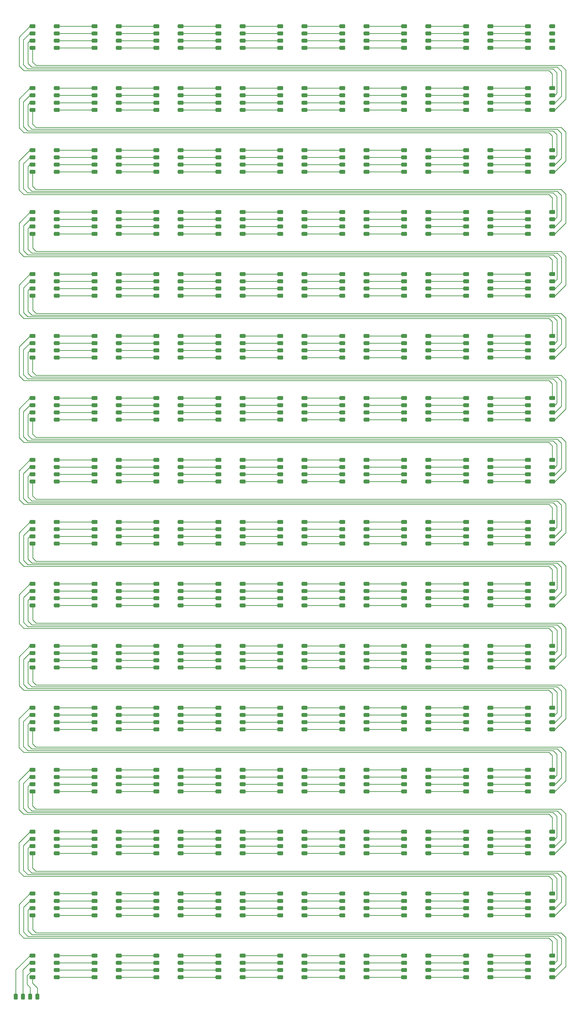
<source format=gbr>
%TF.GenerationSoftware,KiCad,Pcbnew,7.0.8*%
%TF.CreationDate,2023-12-09T13:02:36-08:00*%
%TF.ProjectId,LED_board,4c45445f-626f-4617-9264-2e6b69636164,rev?*%
%TF.SameCoordinates,Original*%
%TF.FileFunction,Copper,L1,Top*%
%TF.FilePolarity,Positive*%
%FSLAX46Y46*%
G04 Gerber Fmt 4.6, Leading zero omitted, Abs format (unit mm)*
G04 Created by KiCad (PCBNEW 7.0.8) date 2023-12-09 13:02:36*
%MOMM*%
%LPD*%
G01*
G04 APERTURE LIST*
G04 Aperture macros list*
%AMRoundRect*
0 Rectangle with rounded corners*
0 $1 Rounding radius*
0 $2 $3 $4 $5 $6 $7 $8 $9 X,Y pos of 4 corners*
0 Add a 4 corners polygon primitive as box body*
4,1,4,$2,$3,$4,$5,$6,$7,$8,$9,$2,$3,0*
0 Add four circle primitives for the rounded corners*
1,1,$1+$1,$2,$3*
1,1,$1+$1,$4,$5*
1,1,$1+$1,$6,$7*
1,1,$1+$1,$8,$9*
0 Add four rect primitives between the rounded corners*
20,1,$1+$1,$2,$3,$4,$5,0*
20,1,$1+$1,$4,$5,$6,$7,0*
20,1,$1+$1,$6,$7,$8,$9,0*
20,1,$1+$1,$8,$9,$2,$3,0*%
G04 Aperture macros list end*
%TA.AperFunction,SMDPad,CuDef*%
%ADD10RoundRect,0.381000X0.381000X-0.762000X0.381000X0.762000X-0.381000X0.762000X-0.381000X-0.762000X0*%
%TD*%
%TA.AperFunction,SMDPad,CuDef*%
%ADD11RoundRect,0.381000X-0.762000X-0.381000X0.762000X-0.381000X0.762000X0.381000X-0.762000X0.381000X0*%
%TD*%
%TA.AperFunction,Conductor*%
%ADD12C,0.250000*%
%TD*%
G04 APERTURE END LIST*
D10*
%TO.P,J1,1,Pin_1*%
%TO.N,Net-(J1-Pin_1)*%
X-11240000Y-371720000D03*
%TO.P,J1,2,Pin_2*%
%TO.N,Net-(J1-Pin_2)*%
X-8440000Y-371720000D03*
%TO.P,J1,3,Pin_3*%
%TO.N,Net-(J1-Pin_3)*%
X-5640000Y-371720000D03*
%TO.P,J1,4,Pin_4*%
%TO.N,Net-(J1-Pin_4)*%
X-2840000Y-371720000D03*
%TD*%
D11*
%TO.P,U10,1,Vin*%
%TO.N,Net-(U10-Vin)*%
X-4700000Y-331800000D03*
%TO.P,U10,2,Din*%
%TO.N,Net-(U10-Din)*%
X-4700000Y-334600000D03*
%TO.P,U10,3,Bin*%
%TO.N,Net-(U10-Bin)*%
X-4700000Y-337400000D03*
%TO.P,U10,4,GND*%
%TO.N,Net-(U10-GND-Pad4)*%
X-4700000Y-340200000D03*
%TO.P,U10,5,Vout*%
%TO.N,Net-(U10-Vout)*%
X4700000Y-331800000D03*
%TO.P,U10,6,Dout*%
%TO.N,Net-(U10-Dout)*%
X4700000Y-334600000D03*
%TO.P,U10,7,Bout*%
%TO.N,Net-(U10-Bout)*%
X4700000Y-337400000D03*
%TO.P,U10,8,GND*%
%TO.N,Net-(U10-GND-Pad8)*%
X4700000Y-340200000D03*
%TD*%
%TO.P,U9,1,Vin*%
%TO.N,Net-(U8-Vout)*%
X187300000Y-355800000D03*
%TO.P,U9,2,Din*%
%TO.N,Net-(U8-Dout)*%
X187300000Y-358600000D03*
%TO.P,U9,3,Bin*%
%TO.N,Net-(U8-Bout)*%
X187300000Y-361400000D03*
%TO.P,U9,4,GND*%
%TO.N,Net-(U8-GND-Pad8)*%
X187300000Y-364200000D03*
%TO.P,U9,5,Vout*%
%TO.N,Net-(U10-Vin)*%
X196700000Y-355800000D03*
%TO.P,U9,6,Dout*%
%TO.N,Net-(U10-Din)*%
X196700000Y-358600000D03*
%TO.P,U9,7,Bout*%
%TO.N,Net-(U10-Bin)*%
X196700000Y-361400000D03*
%TO.P,U9,8,GND*%
%TO.N,Net-(U10-GND-Pad4)*%
X196700000Y-364200000D03*
%TD*%
%TO.P,U8,1,Vin*%
%TO.N,Net-(U7-Vout)*%
X163300000Y-355800000D03*
%TO.P,U8,2,Din*%
%TO.N,Net-(U7-Dout)*%
X163300000Y-358600000D03*
%TO.P,U8,3,Bin*%
%TO.N,Net-(U7-Bout)*%
X163300000Y-361400000D03*
%TO.P,U8,4,GND*%
%TO.N,Net-(U7-GND-Pad8)*%
X163300000Y-364200000D03*
%TO.P,U8,5,Vout*%
%TO.N,Net-(U8-Vout)*%
X172700000Y-355800000D03*
%TO.P,U8,6,Dout*%
%TO.N,Net-(U8-Dout)*%
X172700000Y-358600000D03*
%TO.P,U8,7,Bout*%
%TO.N,Net-(U8-Bout)*%
X172700000Y-361400000D03*
%TO.P,U8,8,GND*%
%TO.N,Net-(U8-GND-Pad8)*%
X172700000Y-364200000D03*
%TD*%
%TO.P,U7,1,Vin*%
%TO.N,Net-(U6-Vout)*%
X139300000Y-355800000D03*
%TO.P,U7,2,Din*%
%TO.N,Net-(U6-Dout)*%
X139300000Y-358600000D03*
%TO.P,U7,3,Bin*%
%TO.N,Net-(U6-Bout)*%
X139300000Y-361400000D03*
%TO.P,U7,4,GND*%
%TO.N,Net-(U6-GND-Pad8)*%
X139300000Y-364200000D03*
%TO.P,U7,5,Vout*%
%TO.N,Net-(U7-Vout)*%
X148700000Y-355800000D03*
%TO.P,U7,6,Dout*%
%TO.N,Net-(U7-Dout)*%
X148700000Y-358600000D03*
%TO.P,U7,7,Bout*%
%TO.N,Net-(U7-Bout)*%
X148700000Y-361400000D03*
%TO.P,U7,8,GND*%
%TO.N,Net-(U7-GND-Pad8)*%
X148700000Y-364200000D03*
%TD*%
%TO.P,U6,1,Vin*%
%TO.N,Net-(U5-Vout)*%
X115300000Y-355800000D03*
%TO.P,U6,2,Din*%
%TO.N,Net-(U5-Dout)*%
X115300000Y-358600000D03*
%TO.P,U6,3,Bin*%
%TO.N,Net-(U5-Bout)*%
X115300000Y-361400000D03*
%TO.P,U6,4,GND*%
%TO.N,Net-(U5-GND-Pad8)*%
X115300000Y-364200000D03*
%TO.P,U6,5,Vout*%
%TO.N,Net-(U6-Vout)*%
X124700000Y-355800000D03*
%TO.P,U6,6,Dout*%
%TO.N,Net-(U6-Dout)*%
X124700000Y-358600000D03*
%TO.P,U6,7,Bout*%
%TO.N,Net-(U6-Bout)*%
X124700000Y-361400000D03*
%TO.P,U6,8,GND*%
%TO.N,Net-(U6-GND-Pad8)*%
X124700000Y-364200000D03*
%TD*%
%TO.P,U5,1,Vin*%
%TO.N,Net-(U4-Vout)*%
X91300000Y-355800000D03*
%TO.P,U5,2,Din*%
%TO.N,Net-(U4-Dout)*%
X91300000Y-358600000D03*
%TO.P,U5,3,Bin*%
%TO.N,Net-(U4-Bout)*%
X91300000Y-361400000D03*
%TO.P,U5,4,GND*%
%TO.N,Net-(U4-GND-Pad8)*%
X91300000Y-364200000D03*
%TO.P,U5,5,Vout*%
%TO.N,Net-(U5-Vout)*%
X100700000Y-355800000D03*
%TO.P,U5,6,Dout*%
%TO.N,Net-(U5-Dout)*%
X100700000Y-358600000D03*
%TO.P,U5,7,Bout*%
%TO.N,Net-(U5-Bout)*%
X100700000Y-361400000D03*
%TO.P,U5,8,GND*%
%TO.N,Net-(U5-GND-Pad8)*%
X100700000Y-364200000D03*
%TD*%
%TO.P,U4,1,Vin*%
%TO.N,Net-(U3-Vout)*%
X67300000Y-355800000D03*
%TO.P,U4,2,Din*%
%TO.N,Net-(U3-Dout)*%
X67300000Y-358600000D03*
%TO.P,U4,3,Bin*%
%TO.N,Net-(U3-Bout)*%
X67300000Y-361400000D03*
%TO.P,U4,4,GND*%
%TO.N,Net-(U3-GND-Pad8)*%
X67300000Y-364200000D03*
%TO.P,U4,5,Vout*%
%TO.N,Net-(U4-Vout)*%
X76700000Y-355800000D03*
%TO.P,U4,6,Dout*%
%TO.N,Net-(U4-Dout)*%
X76700000Y-358600000D03*
%TO.P,U4,7,Bout*%
%TO.N,Net-(U4-Bout)*%
X76700000Y-361400000D03*
%TO.P,U4,8,GND*%
%TO.N,Net-(U4-GND-Pad8)*%
X76700000Y-364200000D03*
%TD*%
%TO.P,U3,1,Vin*%
%TO.N,Net-(U2-Vout)*%
X43300000Y-355800000D03*
%TO.P,U3,2,Din*%
%TO.N,Net-(U2-Dout)*%
X43300000Y-358600000D03*
%TO.P,U3,3,Bin*%
%TO.N,Net-(U2-Bout)*%
X43300000Y-361400000D03*
%TO.P,U3,4,GND*%
%TO.N,Net-(U2-GND-Pad8)*%
X43300000Y-364200000D03*
%TO.P,U3,5,Vout*%
%TO.N,Net-(U3-Vout)*%
X52700000Y-355800000D03*
%TO.P,U3,6,Dout*%
%TO.N,Net-(U3-Dout)*%
X52700000Y-358600000D03*
%TO.P,U3,7,Bout*%
%TO.N,Net-(U3-Bout)*%
X52700000Y-361400000D03*
%TO.P,U3,8,GND*%
%TO.N,Net-(U3-GND-Pad8)*%
X52700000Y-364200000D03*
%TD*%
%TO.P,U2,1,Vin*%
%TO.N,Net-(U1-Vout)*%
X19300000Y-355800000D03*
%TO.P,U2,2,Din*%
%TO.N,Net-(U1-Dout)*%
X19300000Y-358600000D03*
%TO.P,U2,3,Bin*%
%TO.N,Net-(U1-Bout)*%
X19300000Y-361400000D03*
%TO.P,U2,4,GND*%
%TO.N,Net-(U1-GND-Pad8)*%
X19300000Y-364200000D03*
%TO.P,U2,5,Vout*%
%TO.N,Net-(U2-Vout)*%
X28700000Y-355800000D03*
%TO.P,U2,6,Dout*%
%TO.N,Net-(U2-Dout)*%
X28700000Y-358600000D03*
%TO.P,U2,7,Bout*%
%TO.N,Net-(U2-Bout)*%
X28700000Y-361400000D03*
%TO.P,U2,8,GND*%
%TO.N,Net-(U2-GND-Pad8)*%
X28700000Y-364200000D03*
%TD*%
%TO.P,U1,1,Vin*%
%TO.N,Net-(J1-Pin_1)*%
X-4700000Y-355800000D03*
%TO.P,U1,2,Din*%
%TO.N,Net-(J1-Pin_2)*%
X-4700000Y-358600000D03*
%TO.P,U1,3,Bin*%
%TO.N,Net-(J1-Pin_3)*%
X-4700000Y-361400000D03*
%TO.P,U1,4,GND*%
%TO.N,Net-(J1-Pin_4)*%
X-4700000Y-364200000D03*
%TO.P,U1,5,Vout*%
%TO.N,Net-(U1-Vout)*%
X4700000Y-355800000D03*
%TO.P,U1,6,Dout*%
%TO.N,Net-(U1-Dout)*%
X4700000Y-358600000D03*
%TO.P,U1,7,Bout*%
%TO.N,Net-(U1-Bout)*%
X4700000Y-361400000D03*
%TO.P,U1,8,GND*%
%TO.N,Net-(U1-GND-Pad8)*%
X4700000Y-364200000D03*
%TD*%
%TO.P,U18,1,Vin*%
%TO.N,Net-(U17-Vout)*%
X187300000Y-331800000D03*
%TO.P,U18,2,Din*%
%TO.N,Net-(U17-Dout)*%
X187300000Y-334600000D03*
%TO.P,U18,3,Bin*%
%TO.N,Net-(U17-Bout)*%
X187300000Y-337400000D03*
%TO.P,U18,4,GND*%
%TO.N,Net-(U17-GND-Pad8)*%
X187300000Y-340200000D03*
%TO.P,U18,5,Vout*%
%TO.N,Net-(U18-Vout)*%
X196700000Y-331800000D03*
%TO.P,U18,6,Dout*%
%TO.N,Net-(U18-Dout)*%
X196700000Y-334600000D03*
%TO.P,U18,7,Bout*%
%TO.N,Net-(U18-Bout)*%
X196700000Y-337400000D03*
%TO.P,U18,8,GND*%
%TO.N,Net-(U18-GND-Pad8)*%
X196700000Y-340200000D03*
%TD*%
%TO.P,U17,1,Vin*%
%TO.N,Net-(U16-Vout)*%
X163300000Y-331800000D03*
%TO.P,U17,2,Din*%
%TO.N,Net-(U16-Dout)*%
X163300000Y-334600000D03*
%TO.P,U17,3,Bin*%
%TO.N,Net-(U16-Bout)*%
X163300000Y-337400000D03*
%TO.P,U17,4,GND*%
%TO.N,Net-(U16-GND-Pad8)*%
X163300000Y-340200000D03*
%TO.P,U17,5,Vout*%
%TO.N,Net-(U17-Vout)*%
X172700000Y-331800000D03*
%TO.P,U17,6,Dout*%
%TO.N,Net-(U17-Dout)*%
X172700000Y-334600000D03*
%TO.P,U17,7,Bout*%
%TO.N,Net-(U17-Bout)*%
X172700000Y-337400000D03*
%TO.P,U17,8,GND*%
%TO.N,Net-(U17-GND-Pad8)*%
X172700000Y-340200000D03*
%TD*%
%TO.P,U16,1,Vin*%
%TO.N,Net-(U15-Vout)*%
X139300000Y-331800000D03*
%TO.P,U16,2,Din*%
%TO.N,Net-(U15-Dout)*%
X139300000Y-334600000D03*
%TO.P,U16,3,Bin*%
%TO.N,Net-(U15-Bout)*%
X139300000Y-337400000D03*
%TO.P,U16,4,GND*%
%TO.N,Net-(U15-GND-Pad8)*%
X139300000Y-340200000D03*
%TO.P,U16,5,Vout*%
%TO.N,Net-(U16-Vout)*%
X148700000Y-331800000D03*
%TO.P,U16,6,Dout*%
%TO.N,Net-(U16-Dout)*%
X148700000Y-334600000D03*
%TO.P,U16,7,Bout*%
%TO.N,Net-(U16-Bout)*%
X148700000Y-337400000D03*
%TO.P,U16,8,GND*%
%TO.N,Net-(U16-GND-Pad8)*%
X148700000Y-340200000D03*
%TD*%
%TO.P,U15,1,Vin*%
%TO.N,Net-(U14-Vout)*%
X115300000Y-331800000D03*
%TO.P,U15,2,Din*%
%TO.N,Net-(U14-Dout)*%
X115300000Y-334600000D03*
%TO.P,U15,3,Bin*%
%TO.N,Net-(U14-Bout)*%
X115300000Y-337400000D03*
%TO.P,U15,4,GND*%
%TO.N,Net-(U14-GND-Pad8)*%
X115300000Y-340200000D03*
%TO.P,U15,5,Vout*%
%TO.N,Net-(U15-Vout)*%
X124700000Y-331800000D03*
%TO.P,U15,6,Dout*%
%TO.N,Net-(U15-Dout)*%
X124700000Y-334600000D03*
%TO.P,U15,7,Bout*%
%TO.N,Net-(U15-Bout)*%
X124700000Y-337400000D03*
%TO.P,U15,8,GND*%
%TO.N,Net-(U15-GND-Pad8)*%
X124700000Y-340200000D03*
%TD*%
%TO.P,U14,1,Vin*%
%TO.N,Net-(U13-Vout)*%
X91300000Y-331800000D03*
%TO.P,U14,2,Din*%
%TO.N,Net-(U13-Dout)*%
X91300000Y-334600000D03*
%TO.P,U14,3,Bin*%
%TO.N,Net-(U13-Bout)*%
X91300000Y-337400000D03*
%TO.P,U14,4,GND*%
%TO.N,Net-(U13-GND-Pad8)*%
X91300000Y-340200000D03*
%TO.P,U14,5,Vout*%
%TO.N,Net-(U14-Vout)*%
X100700000Y-331800000D03*
%TO.P,U14,6,Dout*%
%TO.N,Net-(U14-Dout)*%
X100700000Y-334600000D03*
%TO.P,U14,7,Bout*%
%TO.N,Net-(U14-Bout)*%
X100700000Y-337400000D03*
%TO.P,U14,8,GND*%
%TO.N,Net-(U14-GND-Pad8)*%
X100700000Y-340200000D03*
%TD*%
%TO.P,U13,1,Vin*%
%TO.N,Net-(U12-Vout)*%
X67300000Y-331800000D03*
%TO.P,U13,2,Din*%
%TO.N,Net-(U12-Dout)*%
X67300000Y-334600000D03*
%TO.P,U13,3,Bin*%
%TO.N,Net-(U12-Bout)*%
X67300000Y-337400000D03*
%TO.P,U13,4,GND*%
%TO.N,Net-(U12-GND-Pad8)*%
X67300000Y-340200000D03*
%TO.P,U13,5,Vout*%
%TO.N,Net-(U13-Vout)*%
X76700000Y-331800000D03*
%TO.P,U13,6,Dout*%
%TO.N,Net-(U13-Dout)*%
X76700000Y-334600000D03*
%TO.P,U13,7,Bout*%
%TO.N,Net-(U13-Bout)*%
X76700000Y-337400000D03*
%TO.P,U13,8,GND*%
%TO.N,Net-(U13-GND-Pad8)*%
X76700000Y-340200000D03*
%TD*%
%TO.P,U12,1,Vin*%
%TO.N,Net-(U11-Vout)*%
X43300000Y-331800000D03*
%TO.P,U12,2,Din*%
%TO.N,Net-(U11-Dout)*%
X43300000Y-334600000D03*
%TO.P,U12,3,Bin*%
%TO.N,Net-(U11-Bout)*%
X43300000Y-337400000D03*
%TO.P,U12,4,GND*%
%TO.N,Net-(U11-GND-Pad8)*%
X43300000Y-340200000D03*
%TO.P,U12,5,Vout*%
%TO.N,Net-(U12-Vout)*%
X52700000Y-331800000D03*
%TO.P,U12,6,Dout*%
%TO.N,Net-(U12-Dout)*%
X52700000Y-334600000D03*
%TO.P,U12,7,Bout*%
%TO.N,Net-(U12-Bout)*%
X52700000Y-337400000D03*
%TO.P,U12,8,GND*%
%TO.N,Net-(U12-GND-Pad8)*%
X52700000Y-340200000D03*
%TD*%
%TO.P,U11,1,Vin*%
%TO.N,Net-(U10-Vout)*%
X19300000Y-331800000D03*
%TO.P,U11,2,Din*%
%TO.N,Net-(U10-Dout)*%
X19300000Y-334600000D03*
%TO.P,U11,3,Bin*%
%TO.N,Net-(U10-Bout)*%
X19300000Y-337400000D03*
%TO.P,U11,4,GND*%
%TO.N,Net-(U10-GND-Pad8)*%
X19300000Y-340200000D03*
%TO.P,U11,5,Vout*%
%TO.N,Net-(U11-Vout)*%
X28700000Y-331800000D03*
%TO.P,U11,6,Dout*%
%TO.N,Net-(U11-Dout)*%
X28700000Y-334600000D03*
%TO.P,U11,7,Bout*%
%TO.N,Net-(U11-Bout)*%
X28700000Y-337400000D03*
%TO.P,U11,8,GND*%
%TO.N,Net-(U11-GND-Pad8)*%
X28700000Y-340200000D03*
%TD*%
%TO.P,U27,1,Vin*%
%TO.N,Net-(U26-Vout)*%
X187300000Y-307800000D03*
%TO.P,U27,2,Din*%
%TO.N,Net-(U26-Dout)*%
X187300000Y-310600000D03*
%TO.P,U27,3,Bin*%
%TO.N,Net-(U26-Bout)*%
X187300000Y-313400000D03*
%TO.P,U27,4,GND*%
%TO.N,Net-(U26-GND-Pad8)*%
X187300000Y-316200000D03*
%TO.P,U27,5,Vout*%
%TO.N,Net-(U27-Vout)*%
X196700000Y-307800000D03*
%TO.P,U27,6,Dout*%
%TO.N,Net-(U27-Dout)*%
X196700000Y-310600000D03*
%TO.P,U27,7,Bout*%
%TO.N,Net-(U27-Bout)*%
X196700000Y-313400000D03*
%TO.P,U27,8,GND*%
%TO.N,Net-(U27-GND-Pad8)*%
X196700000Y-316200000D03*
%TD*%
%TO.P,U26,1,Vin*%
%TO.N,Net-(U25-Vout)*%
X163300000Y-307800000D03*
%TO.P,U26,2,Din*%
%TO.N,Net-(U25-Dout)*%
X163300000Y-310600000D03*
%TO.P,U26,3,Bin*%
%TO.N,Net-(U25-Bout)*%
X163300000Y-313400000D03*
%TO.P,U26,4,GND*%
%TO.N,Net-(U25-GND-Pad8)*%
X163300000Y-316200000D03*
%TO.P,U26,5,Vout*%
%TO.N,Net-(U26-Vout)*%
X172700000Y-307800000D03*
%TO.P,U26,6,Dout*%
%TO.N,Net-(U26-Dout)*%
X172700000Y-310600000D03*
%TO.P,U26,7,Bout*%
%TO.N,Net-(U26-Bout)*%
X172700000Y-313400000D03*
%TO.P,U26,8,GND*%
%TO.N,Net-(U26-GND-Pad8)*%
X172700000Y-316200000D03*
%TD*%
%TO.P,U25,1,Vin*%
%TO.N,Net-(U24-Vout)*%
X139300000Y-307800000D03*
%TO.P,U25,2,Din*%
%TO.N,Net-(U24-Dout)*%
X139300000Y-310600000D03*
%TO.P,U25,3,Bin*%
%TO.N,Net-(U24-Bout)*%
X139300000Y-313400000D03*
%TO.P,U25,4,GND*%
%TO.N,Net-(U24-GND-Pad8)*%
X139300000Y-316200000D03*
%TO.P,U25,5,Vout*%
%TO.N,Net-(U25-Vout)*%
X148700000Y-307800000D03*
%TO.P,U25,6,Dout*%
%TO.N,Net-(U25-Dout)*%
X148700000Y-310600000D03*
%TO.P,U25,7,Bout*%
%TO.N,Net-(U25-Bout)*%
X148700000Y-313400000D03*
%TO.P,U25,8,GND*%
%TO.N,Net-(U25-GND-Pad8)*%
X148700000Y-316200000D03*
%TD*%
%TO.P,U24,1,Vin*%
%TO.N,Net-(U23-Vout)*%
X115300000Y-307800000D03*
%TO.P,U24,2,Din*%
%TO.N,Net-(U23-Dout)*%
X115300000Y-310600000D03*
%TO.P,U24,3,Bin*%
%TO.N,Net-(U23-Bout)*%
X115300000Y-313400000D03*
%TO.P,U24,4,GND*%
%TO.N,Net-(U23-GND-Pad8)*%
X115300000Y-316200000D03*
%TO.P,U24,5,Vout*%
%TO.N,Net-(U24-Vout)*%
X124700000Y-307800000D03*
%TO.P,U24,6,Dout*%
%TO.N,Net-(U24-Dout)*%
X124700000Y-310600000D03*
%TO.P,U24,7,Bout*%
%TO.N,Net-(U24-Bout)*%
X124700000Y-313400000D03*
%TO.P,U24,8,GND*%
%TO.N,Net-(U24-GND-Pad8)*%
X124700000Y-316200000D03*
%TD*%
%TO.P,U23,1,Vin*%
%TO.N,Net-(U22-Vout)*%
X91300000Y-307800000D03*
%TO.P,U23,2,Din*%
%TO.N,Net-(U22-Dout)*%
X91300000Y-310600000D03*
%TO.P,U23,3,Bin*%
%TO.N,Net-(U22-Bout)*%
X91300000Y-313400000D03*
%TO.P,U23,4,GND*%
%TO.N,Net-(U22-GND-Pad8)*%
X91300000Y-316200000D03*
%TO.P,U23,5,Vout*%
%TO.N,Net-(U23-Vout)*%
X100700000Y-307800000D03*
%TO.P,U23,6,Dout*%
%TO.N,Net-(U23-Dout)*%
X100700000Y-310600000D03*
%TO.P,U23,7,Bout*%
%TO.N,Net-(U23-Bout)*%
X100700000Y-313400000D03*
%TO.P,U23,8,GND*%
%TO.N,Net-(U23-GND-Pad8)*%
X100700000Y-316200000D03*
%TD*%
%TO.P,U22,1,Vin*%
%TO.N,Net-(U21-Vout)*%
X67300000Y-307800000D03*
%TO.P,U22,2,Din*%
%TO.N,Net-(U21-Dout)*%
X67300000Y-310600000D03*
%TO.P,U22,3,Bin*%
%TO.N,Net-(U21-Bout)*%
X67300000Y-313400000D03*
%TO.P,U22,4,GND*%
%TO.N,Net-(U21-GND-Pad8)*%
X67300000Y-316200000D03*
%TO.P,U22,5,Vout*%
%TO.N,Net-(U22-Vout)*%
X76700000Y-307800000D03*
%TO.P,U22,6,Dout*%
%TO.N,Net-(U22-Dout)*%
X76700000Y-310600000D03*
%TO.P,U22,7,Bout*%
%TO.N,Net-(U22-Bout)*%
X76700000Y-313400000D03*
%TO.P,U22,8,GND*%
%TO.N,Net-(U22-GND-Pad8)*%
X76700000Y-316200000D03*
%TD*%
%TO.P,U21,1,Vin*%
%TO.N,Net-(U20-Vout)*%
X43300000Y-307800000D03*
%TO.P,U21,2,Din*%
%TO.N,Net-(U20-Dout)*%
X43300000Y-310600000D03*
%TO.P,U21,3,Bin*%
%TO.N,Net-(U20-Bout)*%
X43300000Y-313400000D03*
%TO.P,U21,4,GND*%
%TO.N,Net-(U20-GND-Pad8)*%
X43300000Y-316200000D03*
%TO.P,U21,5,Vout*%
%TO.N,Net-(U21-Vout)*%
X52700000Y-307800000D03*
%TO.P,U21,6,Dout*%
%TO.N,Net-(U21-Dout)*%
X52700000Y-310600000D03*
%TO.P,U21,7,Bout*%
%TO.N,Net-(U21-Bout)*%
X52700000Y-313400000D03*
%TO.P,U21,8,GND*%
%TO.N,Net-(U21-GND-Pad8)*%
X52700000Y-316200000D03*
%TD*%
%TO.P,U20,1,Vin*%
%TO.N,Net-(U19-Vout)*%
X19300000Y-307800000D03*
%TO.P,U20,2,Din*%
%TO.N,Net-(U19-Dout)*%
X19300000Y-310600000D03*
%TO.P,U20,3,Bin*%
%TO.N,Net-(U19-Bout)*%
X19300000Y-313400000D03*
%TO.P,U20,4,GND*%
%TO.N,Net-(U19-GND-Pad8)*%
X19300000Y-316200000D03*
%TO.P,U20,5,Vout*%
%TO.N,Net-(U20-Vout)*%
X28700000Y-307800000D03*
%TO.P,U20,6,Dout*%
%TO.N,Net-(U20-Dout)*%
X28700000Y-310600000D03*
%TO.P,U20,7,Bout*%
%TO.N,Net-(U20-Bout)*%
X28700000Y-313400000D03*
%TO.P,U20,8,GND*%
%TO.N,Net-(U20-GND-Pad8)*%
X28700000Y-316200000D03*
%TD*%
%TO.P,U19,1,Vin*%
%TO.N,Net-(U18-Vout)*%
X-4700000Y-307800000D03*
%TO.P,U19,2,Din*%
%TO.N,Net-(U18-Dout)*%
X-4700000Y-310600000D03*
%TO.P,U19,3,Bin*%
%TO.N,Net-(U18-Bout)*%
X-4700000Y-313400000D03*
%TO.P,U19,4,GND*%
%TO.N,Net-(U18-GND-Pad8)*%
X-4700000Y-316200000D03*
%TO.P,U19,5,Vout*%
%TO.N,Net-(U19-Vout)*%
X4700000Y-307800000D03*
%TO.P,U19,6,Dout*%
%TO.N,Net-(U19-Dout)*%
X4700000Y-310600000D03*
%TO.P,U19,7,Bout*%
%TO.N,Net-(U19-Bout)*%
X4700000Y-313400000D03*
%TO.P,U19,8,GND*%
%TO.N,Net-(U19-GND-Pad8)*%
X4700000Y-316200000D03*
%TD*%
%TO.P,U36,1,Vin*%
%TO.N,Net-(U35-Vout)*%
X187300000Y-283800000D03*
%TO.P,U36,2,Din*%
%TO.N,Net-(U35-Dout)*%
X187300000Y-286600000D03*
%TO.P,U36,3,Bin*%
%TO.N,Net-(U35-Bout)*%
X187300000Y-289400000D03*
%TO.P,U36,4,GND*%
%TO.N,Net-(U35-GND-Pad8)*%
X187300000Y-292200000D03*
%TO.P,U36,5,Vout*%
%TO.N,Net-(U36-Vout)*%
X196700000Y-283800000D03*
%TO.P,U36,6,Dout*%
%TO.N,Net-(U36-Dout)*%
X196700000Y-286600000D03*
%TO.P,U36,7,Bout*%
%TO.N,Net-(U36-Bout)*%
X196700000Y-289400000D03*
%TO.P,U36,8,GND*%
%TO.N,Net-(U36-GND-Pad8)*%
X196700000Y-292200000D03*
%TD*%
%TO.P,U35,1,Vin*%
%TO.N,Net-(U34-Vout)*%
X163300000Y-283800000D03*
%TO.P,U35,2,Din*%
%TO.N,Net-(U34-Dout)*%
X163300000Y-286600000D03*
%TO.P,U35,3,Bin*%
%TO.N,Net-(U34-Bout)*%
X163300000Y-289400000D03*
%TO.P,U35,4,GND*%
%TO.N,Net-(U34-GND-Pad8)*%
X163300000Y-292200000D03*
%TO.P,U35,5,Vout*%
%TO.N,Net-(U35-Vout)*%
X172700000Y-283800000D03*
%TO.P,U35,6,Dout*%
%TO.N,Net-(U35-Dout)*%
X172700000Y-286600000D03*
%TO.P,U35,7,Bout*%
%TO.N,Net-(U35-Bout)*%
X172700000Y-289400000D03*
%TO.P,U35,8,GND*%
%TO.N,Net-(U35-GND-Pad8)*%
X172700000Y-292200000D03*
%TD*%
%TO.P,U34,1,Vin*%
%TO.N,Net-(U33-Vout)*%
X139300000Y-283800000D03*
%TO.P,U34,2,Din*%
%TO.N,Net-(U33-Dout)*%
X139300000Y-286600000D03*
%TO.P,U34,3,Bin*%
%TO.N,Net-(U33-Bout)*%
X139300000Y-289400000D03*
%TO.P,U34,4,GND*%
%TO.N,Net-(U33-GND-Pad8)*%
X139300000Y-292200000D03*
%TO.P,U34,5,Vout*%
%TO.N,Net-(U34-Vout)*%
X148700000Y-283800000D03*
%TO.P,U34,6,Dout*%
%TO.N,Net-(U34-Dout)*%
X148700000Y-286600000D03*
%TO.P,U34,7,Bout*%
%TO.N,Net-(U34-Bout)*%
X148700000Y-289400000D03*
%TO.P,U34,8,GND*%
%TO.N,Net-(U34-GND-Pad8)*%
X148700000Y-292200000D03*
%TD*%
%TO.P,U33,1,Vin*%
%TO.N,Net-(U32-Vout)*%
X115300000Y-283800000D03*
%TO.P,U33,2,Din*%
%TO.N,Net-(U32-Dout)*%
X115300000Y-286600000D03*
%TO.P,U33,3,Bin*%
%TO.N,Net-(U32-Bout)*%
X115300000Y-289400000D03*
%TO.P,U33,4,GND*%
%TO.N,Net-(U32-GND-Pad8)*%
X115300000Y-292200000D03*
%TO.P,U33,5,Vout*%
%TO.N,Net-(U33-Vout)*%
X124700000Y-283800000D03*
%TO.P,U33,6,Dout*%
%TO.N,Net-(U33-Dout)*%
X124700000Y-286600000D03*
%TO.P,U33,7,Bout*%
%TO.N,Net-(U33-Bout)*%
X124700000Y-289400000D03*
%TO.P,U33,8,GND*%
%TO.N,Net-(U33-GND-Pad8)*%
X124700000Y-292200000D03*
%TD*%
%TO.P,U32,1,Vin*%
%TO.N,Net-(U31-Vout)*%
X91300000Y-283800000D03*
%TO.P,U32,2,Din*%
%TO.N,Net-(U31-Dout)*%
X91300000Y-286600000D03*
%TO.P,U32,3,Bin*%
%TO.N,Net-(U31-Bout)*%
X91300000Y-289400000D03*
%TO.P,U32,4,GND*%
%TO.N,Net-(U31-GND-Pad8)*%
X91300000Y-292200000D03*
%TO.P,U32,5,Vout*%
%TO.N,Net-(U32-Vout)*%
X100700000Y-283800000D03*
%TO.P,U32,6,Dout*%
%TO.N,Net-(U32-Dout)*%
X100700000Y-286600000D03*
%TO.P,U32,7,Bout*%
%TO.N,Net-(U32-Bout)*%
X100700000Y-289400000D03*
%TO.P,U32,8,GND*%
%TO.N,Net-(U32-GND-Pad8)*%
X100700000Y-292200000D03*
%TD*%
%TO.P,U31,1,Vin*%
%TO.N,Net-(U30-Vout)*%
X67300000Y-283800000D03*
%TO.P,U31,2,Din*%
%TO.N,Net-(U30-Dout)*%
X67300000Y-286600000D03*
%TO.P,U31,3,Bin*%
%TO.N,Net-(U30-Bout)*%
X67300000Y-289400000D03*
%TO.P,U31,4,GND*%
%TO.N,Net-(U30-GND-Pad8)*%
X67300000Y-292200000D03*
%TO.P,U31,5,Vout*%
%TO.N,Net-(U31-Vout)*%
X76700000Y-283800000D03*
%TO.P,U31,6,Dout*%
%TO.N,Net-(U31-Dout)*%
X76700000Y-286600000D03*
%TO.P,U31,7,Bout*%
%TO.N,Net-(U31-Bout)*%
X76700000Y-289400000D03*
%TO.P,U31,8,GND*%
%TO.N,Net-(U31-GND-Pad8)*%
X76700000Y-292200000D03*
%TD*%
%TO.P,U30,1,Vin*%
%TO.N,Net-(U29-Vout)*%
X43300000Y-283800000D03*
%TO.P,U30,2,Din*%
%TO.N,Net-(U29-Dout)*%
X43300000Y-286600000D03*
%TO.P,U30,3,Bin*%
%TO.N,Net-(U29-Bout)*%
X43300000Y-289400000D03*
%TO.P,U30,4,GND*%
%TO.N,Net-(U29-GND-Pad8)*%
X43300000Y-292200000D03*
%TO.P,U30,5,Vout*%
%TO.N,Net-(U30-Vout)*%
X52700000Y-283800000D03*
%TO.P,U30,6,Dout*%
%TO.N,Net-(U30-Dout)*%
X52700000Y-286600000D03*
%TO.P,U30,7,Bout*%
%TO.N,Net-(U30-Bout)*%
X52700000Y-289400000D03*
%TO.P,U30,8,GND*%
%TO.N,Net-(U30-GND-Pad8)*%
X52700000Y-292200000D03*
%TD*%
%TO.P,U29,1,Vin*%
%TO.N,Net-(U28-Vout)*%
X19300000Y-283800000D03*
%TO.P,U29,2,Din*%
%TO.N,Net-(U28-Dout)*%
X19300000Y-286600000D03*
%TO.P,U29,3,Bin*%
%TO.N,Net-(U28-Bout)*%
X19300000Y-289400000D03*
%TO.P,U29,4,GND*%
%TO.N,Net-(U28-GND-Pad8)*%
X19300000Y-292200000D03*
%TO.P,U29,5,Vout*%
%TO.N,Net-(U29-Vout)*%
X28700000Y-283800000D03*
%TO.P,U29,6,Dout*%
%TO.N,Net-(U29-Dout)*%
X28700000Y-286600000D03*
%TO.P,U29,7,Bout*%
%TO.N,Net-(U29-Bout)*%
X28700000Y-289400000D03*
%TO.P,U29,8,GND*%
%TO.N,Net-(U29-GND-Pad8)*%
X28700000Y-292200000D03*
%TD*%
%TO.P,U28,1,Vin*%
%TO.N,Net-(U27-Vout)*%
X-4700000Y-283800000D03*
%TO.P,U28,2,Din*%
%TO.N,Net-(U27-Dout)*%
X-4700000Y-286600000D03*
%TO.P,U28,3,Bin*%
%TO.N,Net-(U27-Bout)*%
X-4700000Y-289400000D03*
%TO.P,U28,4,GND*%
%TO.N,Net-(U27-GND-Pad8)*%
X-4700000Y-292200000D03*
%TO.P,U28,5,Vout*%
%TO.N,Net-(U28-Vout)*%
X4700000Y-283800000D03*
%TO.P,U28,6,Dout*%
%TO.N,Net-(U28-Dout)*%
X4700000Y-286600000D03*
%TO.P,U28,7,Bout*%
%TO.N,Net-(U28-Bout)*%
X4700000Y-289400000D03*
%TO.P,U28,8,GND*%
%TO.N,Net-(U28-GND-Pad8)*%
X4700000Y-292200000D03*
%TD*%
%TO.P,U45,1,Vin*%
%TO.N,Net-(U44-Vout)*%
X187300000Y-259800000D03*
%TO.P,U45,2,Din*%
%TO.N,Net-(U44-Dout)*%
X187300000Y-262600000D03*
%TO.P,U45,3,Bin*%
%TO.N,Net-(U44-Bout)*%
X187300000Y-265400000D03*
%TO.P,U45,4,GND*%
%TO.N,Net-(U44-GND-Pad8)*%
X187300000Y-268200000D03*
%TO.P,U45,5,Vout*%
%TO.N,Net-(U45-Vout)*%
X196700000Y-259800000D03*
%TO.P,U45,6,Dout*%
%TO.N,Net-(U45-Dout)*%
X196700000Y-262600000D03*
%TO.P,U45,7,Bout*%
%TO.N,Net-(U45-Bout)*%
X196700000Y-265400000D03*
%TO.P,U45,8,GND*%
%TO.N,Net-(U45-GND-Pad8)*%
X196700000Y-268200000D03*
%TD*%
%TO.P,U44,1,Vin*%
%TO.N,Net-(U43-Vout)*%
X163300000Y-259800000D03*
%TO.P,U44,2,Din*%
%TO.N,Net-(U43-Dout)*%
X163300000Y-262600000D03*
%TO.P,U44,3,Bin*%
%TO.N,Net-(U43-Bout)*%
X163300000Y-265400000D03*
%TO.P,U44,4,GND*%
%TO.N,Net-(U43-GND-Pad8)*%
X163300000Y-268200000D03*
%TO.P,U44,5,Vout*%
%TO.N,Net-(U44-Vout)*%
X172700000Y-259800000D03*
%TO.P,U44,6,Dout*%
%TO.N,Net-(U44-Dout)*%
X172700000Y-262600000D03*
%TO.P,U44,7,Bout*%
%TO.N,Net-(U44-Bout)*%
X172700000Y-265400000D03*
%TO.P,U44,8,GND*%
%TO.N,Net-(U44-GND-Pad8)*%
X172700000Y-268200000D03*
%TD*%
%TO.P,U43,1,Vin*%
%TO.N,Net-(U42-Vout)*%
X139300000Y-259800000D03*
%TO.P,U43,2,Din*%
%TO.N,Net-(U42-Dout)*%
X139300000Y-262600000D03*
%TO.P,U43,3,Bin*%
%TO.N,Net-(U42-Bout)*%
X139300000Y-265400000D03*
%TO.P,U43,4,GND*%
%TO.N,Net-(U42-GND-Pad8)*%
X139300000Y-268200000D03*
%TO.P,U43,5,Vout*%
%TO.N,Net-(U43-Vout)*%
X148700000Y-259800000D03*
%TO.P,U43,6,Dout*%
%TO.N,Net-(U43-Dout)*%
X148700000Y-262600000D03*
%TO.P,U43,7,Bout*%
%TO.N,Net-(U43-Bout)*%
X148700000Y-265400000D03*
%TO.P,U43,8,GND*%
%TO.N,Net-(U43-GND-Pad8)*%
X148700000Y-268200000D03*
%TD*%
%TO.P,U42,1,Vin*%
%TO.N,Net-(U41-Vout)*%
X115300000Y-259800000D03*
%TO.P,U42,2,Din*%
%TO.N,Net-(U41-Dout)*%
X115300000Y-262600000D03*
%TO.P,U42,3,Bin*%
%TO.N,Net-(U41-Bout)*%
X115300000Y-265400000D03*
%TO.P,U42,4,GND*%
%TO.N,Net-(U41-GND-Pad8)*%
X115300000Y-268200000D03*
%TO.P,U42,5,Vout*%
%TO.N,Net-(U42-Vout)*%
X124700000Y-259800000D03*
%TO.P,U42,6,Dout*%
%TO.N,Net-(U42-Dout)*%
X124700000Y-262600000D03*
%TO.P,U42,7,Bout*%
%TO.N,Net-(U42-Bout)*%
X124700000Y-265400000D03*
%TO.P,U42,8,GND*%
%TO.N,Net-(U42-GND-Pad8)*%
X124700000Y-268200000D03*
%TD*%
%TO.P,U41,1,Vin*%
%TO.N,Net-(U40-Vout)*%
X91300000Y-259800000D03*
%TO.P,U41,2,Din*%
%TO.N,Net-(U40-Dout)*%
X91300000Y-262600000D03*
%TO.P,U41,3,Bin*%
%TO.N,Net-(U40-Bout)*%
X91300000Y-265400000D03*
%TO.P,U41,4,GND*%
%TO.N,Net-(U40-GND-Pad8)*%
X91300000Y-268200000D03*
%TO.P,U41,5,Vout*%
%TO.N,Net-(U41-Vout)*%
X100700000Y-259800000D03*
%TO.P,U41,6,Dout*%
%TO.N,Net-(U41-Dout)*%
X100700000Y-262600000D03*
%TO.P,U41,7,Bout*%
%TO.N,Net-(U41-Bout)*%
X100700000Y-265400000D03*
%TO.P,U41,8,GND*%
%TO.N,Net-(U41-GND-Pad8)*%
X100700000Y-268200000D03*
%TD*%
%TO.P,U40,1,Vin*%
%TO.N,Net-(U39-Vout)*%
X67300000Y-259800000D03*
%TO.P,U40,2,Din*%
%TO.N,Net-(U39-Dout)*%
X67300000Y-262600000D03*
%TO.P,U40,3,Bin*%
%TO.N,Net-(U39-Bout)*%
X67300000Y-265400000D03*
%TO.P,U40,4,GND*%
%TO.N,Net-(U39-GND-Pad8)*%
X67300000Y-268200000D03*
%TO.P,U40,5,Vout*%
%TO.N,Net-(U40-Vout)*%
X76700000Y-259800000D03*
%TO.P,U40,6,Dout*%
%TO.N,Net-(U40-Dout)*%
X76700000Y-262600000D03*
%TO.P,U40,7,Bout*%
%TO.N,Net-(U40-Bout)*%
X76700000Y-265400000D03*
%TO.P,U40,8,GND*%
%TO.N,Net-(U40-GND-Pad8)*%
X76700000Y-268200000D03*
%TD*%
%TO.P,U39,1,Vin*%
%TO.N,Net-(U38-Vout)*%
X43300000Y-259800000D03*
%TO.P,U39,2,Din*%
%TO.N,Net-(U38-Dout)*%
X43300000Y-262600000D03*
%TO.P,U39,3,Bin*%
%TO.N,Net-(U38-Bout)*%
X43300000Y-265400000D03*
%TO.P,U39,4,GND*%
%TO.N,Net-(U38-GND-Pad8)*%
X43300000Y-268200000D03*
%TO.P,U39,5,Vout*%
%TO.N,Net-(U39-Vout)*%
X52700000Y-259800000D03*
%TO.P,U39,6,Dout*%
%TO.N,Net-(U39-Dout)*%
X52700000Y-262600000D03*
%TO.P,U39,7,Bout*%
%TO.N,Net-(U39-Bout)*%
X52700000Y-265400000D03*
%TO.P,U39,8,GND*%
%TO.N,Net-(U39-GND-Pad8)*%
X52700000Y-268200000D03*
%TD*%
%TO.P,U38,1,Vin*%
%TO.N,Net-(U37-Vout)*%
X19300000Y-259800000D03*
%TO.P,U38,2,Din*%
%TO.N,Net-(U37-Dout)*%
X19300000Y-262600000D03*
%TO.P,U38,3,Bin*%
%TO.N,Net-(U37-Bout)*%
X19300000Y-265400000D03*
%TO.P,U38,4,GND*%
%TO.N,Net-(U37-GND-Pad8)*%
X19300000Y-268200000D03*
%TO.P,U38,5,Vout*%
%TO.N,Net-(U38-Vout)*%
X28700000Y-259800000D03*
%TO.P,U38,6,Dout*%
%TO.N,Net-(U38-Dout)*%
X28700000Y-262600000D03*
%TO.P,U38,7,Bout*%
%TO.N,Net-(U38-Bout)*%
X28700000Y-265400000D03*
%TO.P,U38,8,GND*%
%TO.N,Net-(U38-GND-Pad8)*%
X28700000Y-268200000D03*
%TD*%
%TO.P,U37,1,Vin*%
%TO.N,Net-(U36-Vout)*%
X-4700000Y-259800000D03*
%TO.P,U37,2,Din*%
%TO.N,Net-(U36-Dout)*%
X-4700000Y-262600000D03*
%TO.P,U37,3,Bin*%
%TO.N,Net-(U36-Bout)*%
X-4700000Y-265400000D03*
%TO.P,U37,4,GND*%
%TO.N,Net-(U36-GND-Pad8)*%
X-4700000Y-268200000D03*
%TO.P,U37,5,Vout*%
%TO.N,Net-(U37-Vout)*%
X4700000Y-259800000D03*
%TO.P,U37,6,Dout*%
%TO.N,Net-(U37-Dout)*%
X4700000Y-262600000D03*
%TO.P,U37,7,Bout*%
%TO.N,Net-(U37-Bout)*%
X4700000Y-265400000D03*
%TO.P,U37,8,GND*%
%TO.N,Net-(U37-GND-Pad8)*%
X4700000Y-268200000D03*
%TD*%
%TO.P,U54,1,Vin*%
%TO.N,Net-(U53-Vout)*%
X187300000Y-235800000D03*
%TO.P,U54,2,Din*%
%TO.N,Net-(U53-Dout)*%
X187300000Y-238600000D03*
%TO.P,U54,3,Bin*%
%TO.N,Net-(U53-Bout)*%
X187300000Y-241400000D03*
%TO.P,U54,4,GND*%
%TO.N,Net-(U53-GND-Pad8)*%
X187300000Y-244200000D03*
%TO.P,U54,5,Vout*%
%TO.N,Net-(U54-Vout)*%
X196700000Y-235800000D03*
%TO.P,U54,6,Dout*%
%TO.N,Net-(U54-Dout)*%
X196700000Y-238600000D03*
%TO.P,U54,7,Bout*%
%TO.N,Net-(U54-Bout)*%
X196700000Y-241400000D03*
%TO.P,U54,8,GND*%
%TO.N,Net-(U54-GND-Pad8)*%
X196700000Y-244200000D03*
%TD*%
%TO.P,U53,1,Vin*%
%TO.N,Net-(U52-Vout)*%
X163300000Y-235800000D03*
%TO.P,U53,2,Din*%
%TO.N,Net-(U52-Dout)*%
X163300000Y-238600000D03*
%TO.P,U53,3,Bin*%
%TO.N,Net-(U52-Bout)*%
X163300000Y-241400000D03*
%TO.P,U53,4,GND*%
%TO.N,Net-(U52-GND-Pad8)*%
X163300000Y-244200000D03*
%TO.P,U53,5,Vout*%
%TO.N,Net-(U53-Vout)*%
X172700000Y-235800000D03*
%TO.P,U53,6,Dout*%
%TO.N,Net-(U53-Dout)*%
X172700000Y-238600000D03*
%TO.P,U53,7,Bout*%
%TO.N,Net-(U53-Bout)*%
X172700000Y-241400000D03*
%TO.P,U53,8,GND*%
%TO.N,Net-(U53-GND-Pad8)*%
X172700000Y-244200000D03*
%TD*%
%TO.P,U52,1,Vin*%
%TO.N,Net-(U51-Vout)*%
X139300000Y-235800000D03*
%TO.P,U52,2,Din*%
%TO.N,Net-(U51-Dout)*%
X139300000Y-238600000D03*
%TO.P,U52,3,Bin*%
%TO.N,Net-(U51-Bout)*%
X139300000Y-241400000D03*
%TO.P,U52,4,GND*%
%TO.N,Net-(U51-GND-Pad8)*%
X139300000Y-244200000D03*
%TO.P,U52,5,Vout*%
%TO.N,Net-(U52-Vout)*%
X148700000Y-235800000D03*
%TO.P,U52,6,Dout*%
%TO.N,Net-(U52-Dout)*%
X148700000Y-238600000D03*
%TO.P,U52,7,Bout*%
%TO.N,Net-(U52-Bout)*%
X148700000Y-241400000D03*
%TO.P,U52,8,GND*%
%TO.N,Net-(U52-GND-Pad8)*%
X148700000Y-244200000D03*
%TD*%
%TO.P,U51,1,Vin*%
%TO.N,Net-(U50-Vout)*%
X115300000Y-235800000D03*
%TO.P,U51,2,Din*%
%TO.N,Net-(U50-Dout)*%
X115300000Y-238600000D03*
%TO.P,U51,3,Bin*%
%TO.N,Net-(U50-Bout)*%
X115300000Y-241400000D03*
%TO.P,U51,4,GND*%
%TO.N,Net-(U50-GND-Pad8)*%
X115300000Y-244200000D03*
%TO.P,U51,5,Vout*%
%TO.N,Net-(U51-Vout)*%
X124700000Y-235800000D03*
%TO.P,U51,6,Dout*%
%TO.N,Net-(U51-Dout)*%
X124700000Y-238600000D03*
%TO.P,U51,7,Bout*%
%TO.N,Net-(U51-Bout)*%
X124700000Y-241400000D03*
%TO.P,U51,8,GND*%
%TO.N,Net-(U51-GND-Pad8)*%
X124700000Y-244200000D03*
%TD*%
%TO.P,U50,1,Vin*%
%TO.N,Net-(U49-Vout)*%
X91300000Y-235800000D03*
%TO.P,U50,2,Din*%
%TO.N,Net-(U49-Dout)*%
X91300000Y-238600000D03*
%TO.P,U50,3,Bin*%
%TO.N,Net-(U49-Bout)*%
X91300000Y-241400000D03*
%TO.P,U50,4,GND*%
%TO.N,Net-(U49-GND-Pad8)*%
X91300000Y-244200000D03*
%TO.P,U50,5,Vout*%
%TO.N,Net-(U50-Vout)*%
X100700000Y-235800000D03*
%TO.P,U50,6,Dout*%
%TO.N,Net-(U50-Dout)*%
X100700000Y-238600000D03*
%TO.P,U50,7,Bout*%
%TO.N,Net-(U50-Bout)*%
X100700000Y-241400000D03*
%TO.P,U50,8,GND*%
%TO.N,Net-(U50-GND-Pad8)*%
X100700000Y-244200000D03*
%TD*%
%TO.P,U49,1,Vin*%
%TO.N,Net-(U48-Vout)*%
X67300000Y-235800000D03*
%TO.P,U49,2,Din*%
%TO.N,Net-(U48-Dout)*%
X67300000Y-238600000D03*
%TO.P,U49,3,Bin*%
%TO.N,Net-(U48-Bout)*%
X67300000Y-241400000D03*
%TO.P,U49,4,GND*%
%TO.N,Net-(U48-GND-Pad8)*%
X67300000Y-244200000D03*
%TO.P,U49,5,Vout*%
%TO.N,Net-(U49-Vout)*%
X76700000Y-235800000D03*
%TO.P,U49,6,Dout*%
%TO.N,Net-(U49-Dout)*%
X76700000Y-238600000D03*
%TO.P,U49,7,Bout*%
%TO.N,Net-(U49-Bout)*%
X76700000Y-241400000D03*
%TO.P,U49,8,GND*%
%TO.N,Net-(U49-GND-Pad8)*%
X76700000Y-244200000D03*
%TD*%
%TO.P,U48,1,Vin*%
%TO.N,Net-(U47-Vout)*%
X43300000Y-235800000D03*
%TO.P,U48,2,Din*%
%TO.N,Net-(U47-Dout)*%
X43300000Y-238600000D03*
%TO.P,U48,3,Bin*%
%TO.N,Net-(U47-Bout)*%
X43300000Y-241400000D03*
%TO.P,U48,4,GND*%
%TO.N,Net-(U47-GND-Pad8)*%
X43300000Y-244200000D03*
%TO.P,U48,5,Vout*%
%TO.N,Net-(U48-Vout)*%
X52700000Y-235800000D03*
%TO.P,U48,6,Dout*%
%TO.N,Net-(U48-Dout)*%
X52700000Y-238600000D03*
%TO.P,U48,7,Bout*%
%TO.N,Net-(U48-Bout)*%
X52700000Y-241400000D03*
%TO.P,U48,8,GND*%
%TO.N,Net-(U48-GND-Pad8)*%
X52700000Y-244200000D03*
%TD*%
%TO.P,U47,1,Vin*%
%TO.N,Net-(U46-Vout)*%
X19300000Y-235800000D03*
%TO.P,U47,2,Din*%
%TO.N,Net-(U46-Dout)*%
X19300000Y-238600000D03*
%TO.P,U47,3,Bin*%
%TO.N,Net-(U46-Bout)*%
X19300000Y-241400000D03*
%TO.P,U47,4,GND*%
%TO.N,Net-(U46-GND-Pad8)*%
X19300000Y-244200000D03*
%TO.P,U47,5,Vout*%
%TO.N,Net-(U47-Vout)*%
X28700000Y-235800000D03*
%TO.P,U47,6,Dout*%
%TO.N,Net-(U47-Dout)*%
X28700000Y-238600000D03*
%TO.P,U47,7,Bout*%
%TO.N,Net-(U47-Bout)*%
X28700000Y-241400000D03*
%TO.P,U47,8,GND*%
%TO.N,Net-(U47-GND-Pad8)*%
X28700000Y-244200000D03*
%TD*%
%TO.P,U46,1,Vin*%
%TO.N,Net-(U45-Vout)*%
X-4700000Y-235800000D03*
%TO.P,U46,2,Din*%
%TO.N,Net-(U45-Dout)*%
X-4700000Y-238600000D03*
%TO.P,U46,3,Bin*%
%TO.N,Net-(U45-Bout)*%
X-4700000Y-241400000D03*
%TO.P,U46,4,GND*%
%TO.N,Net-(U45-GND-Pad8)*%
X-4700000Y-244200000D03*
%TO.P,U46,5,Vout*%
%TO.N,Net-(U46-Vout)*%
X4700000Y-235800000D03*
%TO.P,U46,6,Dout*%
%TO.N,Net-(U46-Dout)*%
X4700000Y-238600000D03*
%TO.P,U46,7,Bout*%
%TO.N,Net-(U46-Bout)*%
X4700000Y-241400000D03*
%TO.P,U46,8,GND*%
%TO.N,Net-(U46-GND-Pad8)*%
X4700000Y-244200000D03*
%TD*%
%TO.P,U63,1,Vin*%
%TO.N,Net-(U62-Vout)*%
X187300000Y-211800000D03*
%TO.P,U63,2,Din*%
%TO.N,Net-(U62-Dout)*%
X187300000Y-214600000D03*
%TO.P,U63,3,Bin*%
%TO.N,Net-(U62-Bout)*%
X187300000Y-217400000D03*
%TO.P,U63,4,GND*%
%TO.N,Net-(U62-GND-Pad8)*%
X187300000Y-220200000D03*
%TO.P,U63,5,Vout*%
%TO.N,Net-(U63-Vout)*%
X196700000Y-211800000D03*
%TO.P,U63,6,Dout*%
%TO.N,Net-(U63-Dout)*%
X196700000Y-214600000D03*
%TO.P,U63,7,Bout*%
%TO.N,Net-(U63-Bout)*%
X196700000Y-217400000D03*
%TO.P,U63,8,GND*%
%TO.N,Net-(U63-GND-Pad8)*%
X196700000Y-220200000D03*
%TD*%
%TO.P,U62,1,Vin*%
%TO.N,Net-(U61-Vout)*%
X163300000Y-211800000D03*
%TO.P,U62,2,Din*%
%TO.N,Net-(U61-Dout)*%
X163300000Y-214600000D03*
%TO.P,U62,3,Bin*%
%TO.N,Net-(U61-Bout)*%
X163300000Y-217400000D03*
%TO.P,U62,4,GND*%
%TO.N,Net-(U61-GND-Pad8)*%
X163300000Y-220200000D03*
%TO.P,U62,5,Vout*%
%TO.N,Net-(U62-Vout)*%
X172700000Y-211800000D03*
%TO.P,U62,6,Dout*%
%TO.N,Net-(U62-Dout)*%
X172700000Y-214600000D03*
%TO.P,U62,7,Bout*%
%TO.N,Net-(U62-Bout)*%
X172700000Y-217400000D03*
%TO.P,U62,8,GND*%
%TO.N,Net-(U62-GND-Pad8)*%
X172700000Y-220200000D03*
%TD*%
%TO.P,U61,1,Vin*%
%TO.N,Net-(U60-Vout)*%
X139300000Y-211800000D03*
%TO.P,U61,2,Din*%
%TO.N,Net-(U60-Dout)*%
X139300000Y-214600000D03*
%TO.P,U61,3,Bin*%
%TO.N,Net-(U60-Bout)*%
X139300000Y-217400000D03*
%TO.P,U61,4,GND*%
%TO.N,Net-(U60-GND-Pad8)*%
X139300000Y-220200000D03*
%TO.P,U61,5,Vout*%
%TO.N,Net-(U61-Vout)*%
X148700000Y-211800000D03*
%TO.P,U61,6,Dout*%
%TO.N,Net-(U61-Dout)*%
X148700000Y-214600000D03*
%TO.P,U61,7,Bout*%
%TO.N,Net-(U61-Bout)*%
X148700000Y-217400000D03*
%TO.P,U61,8,GND*%
%TO.N,Net-(U61-GND-Pad8)*%
X148700000Y-220200000D03*
%TD*%
%TO.P,U60,1,Vin*%
%TO.N,Net-(U59-Vout)*%
X115300000Y-211800000D03*
%TO.P,U60,2,Din*%
%TO.N,Net-(U59-Dout)*%
X115300000Y-214600000D03*
%TO.P,U60,3,Bin*%
%TO.N,Net-(U59-Bout)*%
X115300000Y-217400000D03*
%TO.P,U60,4,GND*%
%TO.N,Net-(U59-GND-Pad8)*%
X115300000Y-220200000D03*
%TO.P,U60,5,Vout*%
%TO.N,Net-(U60-Vout)*%
X124700000Y-211800000D03*
%TO.P,U60,6,Dout*%
%TO.N,Net-(U60-Dout)*%
X124700000Y-214600000D03*
%TO.P,U60,7,Bout*%
%TO.N,Net-(U60-Bout)*%
X124700000Y-217400000D03*
%TO.P,U60,8,GND*%
%TO.N,Net-(U60-GND-Pad8)*%
X124700000Y-220200000D03*
%TD*%
%TO.P,U59,1,Vin*%
%TO.N,Net-(U58-Vout)*%
X91300000Y-211800000D03*
%TO.P,U59,2,Din*%
%TO.N,Net-(U58-Dout)*%
X91300000Y-214600000D03*
%TO.P,U59,3,Bin*%
%TO.N,Net-(U58-Bout)*%
X91300000Y-217400000D03*
%TO.P,U59,4,GND*%
%TO.N,Net-(U58-GND-Pad8)*%
X91300000Y-220200000D03*
%TO.P,U59,5,Vout*%
%TO.N,Net-(U59-Vout)*%
X100700000Y-211800000D03*
%TO.P,U59,6,Dout*%
%TO.N,Net-(U59-Dout)*%
X100700000Y-214600000D03*
%TO.P,U59,7,Bout*%
%TO.N,Net-(U59-Bout)*%
X100700000Y-217400000D03*
%TO.P,U59,8,GND*%
%TO.N,Net-(U59-GND-Pad8)*%
X100700000Y-220200000D03*
%TD*%
%TO.P,U58,1,Vin*%
%TO.N,Net-(U57-Vout)*%
X67300000Y-211800000D03*
%TO.P,U58,2,Din*%
%TO.N,Net-(U57-Dout)*%
X67300000Y-214600000D03*
%TO.P,U58,3,Bin*%
%TO.N,Net-(U57-Bout)*%
X67300000Y-217400000D03*
%TO.P,U58,4,GND*%
%TO.N,Net-(U57-GND-Pad8)*%
X67300000Y-220200000D03*
%TO.P,U58,5,Vout*%
%TO.N,Net-(U58-Vout)*%
X76700000Y-211800000D03*
%TO.P,U58,6,Dout*%
%TO.N,Net-(U58-Dout)*%
X76700000Y-214600000D03*
%TO.P,U58,7,Bout*%
%TO.N,Net-(U58-Bout)*%
X76700000Y-217400000D03*
%TO.P,U58,8,GND*%
%TO.N,Net-(U58-GND-Pad8)*%
X76700000Y-220200000D03*
%TD*%
%TO.P,U57,1,Vin*%
%TO.N,Net-(U56-Vout)*%
X43300000Y-211800000D03*
%TO.P,U57,2,Din*%
%TO.N,Net-(U56-Dout)*%
X43300000Y-214600000D03*
%TO.P,U57,3,Bin*%
%TO.N,Net-(U56-Bout)*%
X43300000Y-217400000D03*
%TO.P,U57,4,GND*%
%TO.N,Net-(U56-GND-Pad8)*%
X43300000Y-220200000D03*
%TO.P,U57,5,Vout*%
%TO.N,Net-(U57-Vout)*%
X52700000Y-211800000D03*
%TO.P,U57,6,Dout*%
%TO.N,Net-(U57-Dout)*%
X52700000Y-214600000D03*
%TO.P,U57,7,Bout*%
%TO.N,Net-(U57-Bout)*%
X52700000Y-217400000D03*
%TO.P,U57,8,GND*%
%TO.N,Net-(U57-GND-Pad8)*%
X52700000Y-220200000D03*
%TD*%
%TO.P,U56,1,Vin*%
%TO.N,Net-(U55-Vout)*%
X19300000Y-211800000D03*
%TO.P,U56,2,Din*%
%TO.N,Net-(U55-Dout)*%
X19300000Y-214600000D03*
%TO.P,U56,3,Bin*%
%TO.N,Net-(U55-Bout)*%
X19300000Y-217400000D03*
%TO.P,U56,4,GND*%
%TO.N,Net-(U55-GND-Pad8)*%
X19300000Y-220200000D03*
%TO.P,U56,5,Vout*%
%TO.N,Net-(U56-Vout)*%
X28700000Y-211800000D03*
%TO.P,U56,6,Dout*%
%TO.N,Net-(U56-Dout)*%
X28700000Y-214600000D03*
%TO.P,U56,7,Bout*%
%TO.N,Net-(U56-Bout)*%
X28700000Y-217400000D03*
%TO.P,U56,8,GND*%
%TO.N,Net-(U56-GND-Pad8)*%
X28700000Y-220200000D03*
%TD*%
%TO.P,U55,1,Vin*%
%TO.N,Net-(U54-Vout)*%
X-4700000Y-211800000D03*
%TO.P,U55,2,Din*%
%TO.N,Net-(U54-Dout)*%
X-4700000Y-214600000D03*
%TO.P,U55,3,Bin*%
%TO.N,Net-(U54-Bout)*%
X-4700000Y-217400000D03*
%TO.P,U55,4,GND*%
%TO.N,Net-(U54-GND-Pad8)*%
X-4700000Y-220200000D03*
%TO.P,U55,5,Vout*%
%TO.N,Net-(U55-Vout)*%
X4700000Y-211800000D03*
%TO.P,U55,6,Dout*%
%TO.N,Net-(U55-Dout)*%
X4700000Y-214600000D03*
%TO.P,U55,7,Bout*%
%TO.N,Net-(U55-Bout)*%
X4700000Y-217400000D03*
%TO.P,U55,8,GND*%
%TO.N,Net-(U55-GND-Pad8)*%
X4700000Y-220200000D03*
%TD*%
%TO.P,U72,1,Vin*%
%TO.N,Net-(U71-Vout)*%
X187300000Y-187800000D03*
%TO.P,U72,2,Din*%
%TO.N,Net-(U71-Dout)*%
X187300000Y-190600000D03*
%TO.P,U72,3,Bin*%
%TO.N,Net-(U71-Bout)*%
X187300000Y-193400000D03*
%TO.P,U72,4,GND*%
%TO.N,Net-(U71-GND-Pad8)*%
X187300000Y-196200000D03*
%TO.P,U72,5,Vout*%
%TO.N,Net-(U72-Vout)*%
X196700000Y-187800000D03*
%TO.P,U72,6,Dout*%
%TO.N,Net-(U72-Dout)*%
X196700000Y-190600000D03*
%TO.P,U72,7,Bout*%
%TO.N,Net-(U72-Bout)*%
X196700000Y-193400000D03*
%TO.P,U72,8,GND*%
%TO.N,Net-(U72-GND-Pad8)*%
X196700000Y-196200000D03*
%TD*%
%TO.P,U71,1,Vin*%
%TO.N,Net-(U70-Vout)*%
X163300000Y-187800000D03*
%TO.P,U71,2,Din*%
%TO.N,Net-(U70-Dout)*%
X163300000Y-190600000D03*
%TO.P,U71,3,Bin*%
%TO.N,Net-(U70-Bout)*%
X163300000Y-193400000D03*
%TO.P,U71,4,GND*%
%TO.N,Net-(U70-GND-Pad8)*%
X163300000Y-196200000D03*
%TO.P,U71,5,Vout*%
%TO.N,Net-(U71-Vout)*%
X172700000Y-187800000D03*
%TO.P,U71,6,Dout*%
%TO.N,Net-(U71-Dout)*%
X172700000Y-190600000D03*
%TO.P,U71,7,Bout*%
%TO.N,Net-(U71-Bout)*%
X172700000Y-193400000D03*
%TO.P,U71,8,GND*%
%TO.N,Net-(U71-GND-Pad8)*%
X172700000Y-196200000D03*
%TD*%
%TO.P,U70,1,Vin*%
%TO.N,Net-(U69-Vout)*%
X139300000Y-187800000D03*
%TO.P,U70,2,Din*%
%TO.N,Net-(U69-Dout)*%
X139300000Y-190600000D03*
%TO.P,U70,3,Bin*%
%TO.N,Net-(U69-Bout)*%
X139300000Y-193400000D03*
%TO.P,U70,4,GND*%
%TO.N,Net-(U69-GND-Pad8)*%
X139300000Y-196200000D03*
%TO.P,U70,5,Vout*%
%TO.N,Net-(U70-Vout)*%
X148700000Y-187800000D03*
%TO.P,U70,6,Dout*%
%TO.N,Net-(U70-Dout)*%
X148700000Y-190600000D03*
%TO.P,U70,7,Bout*%
%TO.N,Net-(U70-Bout)*%
X148700000Y-193400000D03*
%TO.P,U70,8,GND*%
%TO.N,Net-(U70-GND-Pad8)*%
X148700000Y-196200000D03*
%TD*%
%TO.P,U69,1,Vin*%
%TO.N,Net-(U68-Vout)*%
X115300000Y-187800000D03*
%TO.P,U69,2,Din*%
%TO.N,Net-(U68-Dout)*%
X115300000Y-190600000D03*
%TO.P,U69,3,Bin*%
%TO.N,Net-(U68-Bout)*%
X115300000Y-193400000D03*
%TO.P,U69,4,GND*%
%TO.N,Net-(U68-GND-Pad8)*%
X115300000Y-196200000D03*
%TO.P,U69,5,Vout*%
%TO.N,Net-(U69-Vout)*%
X124700000Y-187800000D03*
%TO.P,U69,6,Dout*%
%TO.N,Net-(U69-Dout)*%
X124700000Y-190600000D03*
%TO.P,U69,7,Bout*%
%TO.N,Net-(U69-Bout)*%
X124700000Y-193400000D03*
%TO.P,U69,8,GND*%
%TO.N,Net-(U69-GND-Pad8)*%
X124700000Y-196200000D03*
%TD*%
%TO.P,U68,1,Vin*%
%TO.N,Net-(U67-Vout)*%
X91300000Y-187800000D03*
%TO.P,U68,2,Din*%
%TO.N,Net-(U67-Dout)*%
X91300000Y-190600000D03*
%TO.P,U68,3,Bin*%
%TO.N,Net-(U67-Bout)*%
X91300000Y-193400000D03*
%TO.P,U68,4,GND*%
%TO.N,Net-(U67-GND-Pad8)*%
X91300000Y-196200000D03*
%TO.P,U68,5,Vout*%
%TO.N,Net-(U68-Vout)*%
X100700000Y-187800000D03*
%TO.P,U68,6,Dout*%
%TO.N,Net-(U68-Dout)*%
X100700000Y-190600000D03*
%TO.P,U68,7,Bout*%
%TO.N,Net-(U68-Bout)*%
X100700000Y-193400000D03*
%TO.P,U68,8,GND*%
%TO.N,Net-(U68-GND-Pad8)*%
X100700000Y-196200000D03*
%TD*%
%TO.P,U67,1,Vin*%
%TO.N,Net-(U66-Vout)*%
X67300000Y-187800000D03*
%TO.P,U67,2,Din*%
%TO.N,Net-(U66-Dout)*%
X67300000Y-190600000D03*
%TO.P,U67,3,Bin*%
%TO.N,Net-(U66-Bout)*%
X67300000Y-193400000D03*
%TO.P,U67,4,GND*%
%TO.N,Net-(U66-GND-Pad8)*%
X67300000Y-196200000D03*
%TO.P,U67,5,Vout*%
%TO.N,Net-(U67-Vout)*%
X76700000Y-187800000D03*
%TO.P,U67,6,Dout*%
%TO.N,Net-(U67-Dout)*%
X76700000Y-190600000D03*
%TO.P,U67,7,Bout*%
%TO.N,Net-(U67-Bout)*%
X76700000Y-193400000D03*
%TO.P,U67,8,GND*%
%TO.N,Net-(U67-GND-Pad8)*%
X76700000Y-196200000D03*
%TD*%
%TO.P,U66,1,Vin*%
%TO.N,Net-(U65-Vout)*%
X43300000Y-187800000D03*
%TO.P,U66,2,Din*%
%TO.N,Net-(U65-Dout)*%
X43300000Y-190600000D03*
%TO.P,U66,3,Bin*%
%TO.N,Net-(U65-Bout)*%
X43300000Y-193400000D03*
%TO.P,U66,4,GND*%
%TO.N,Net-(U65-GND-Pad8)*%
X43300000Y-196200000D03*
%TO.P,U66,5,Vout*%
%TO.N,Net-(U66-Vout)*%
X52700000Y-187800000D03*
%TO.P,U66,6,Dout*%
%TO.N,Net-(U66-Dout)*%
X52700000Y-190600000D03*
%TO.P,U66,7,Bout*%
%TO.N,Net-(U66-Bout)*%
X52700000Y-193400000D03*
%TO.P,U66,8,GND*%
%TO.N,Net-(U66-GND-Pad8)*%
X52700000Y-196200000D03*
%TD*%
%TO.P,U65,1,Vin*%
%TO.N,Net-(U64-Vout)*%
X19300000Y-187800000D03*
%TO.P,U65,2,Din*%
%TO.N,Net-(U64-Dout)*%
X19300000Y-190600000D03*
%TO.P,U65,3,Bin*%
%TO.N,Net-(U64-Bout)*%
X19300000Y-193400000D03*
%TO.P,U65,4,GND*%
%TO.N,Net-(U64-GND-Pad8)*%
X19300000Y-196200000D03*
%TO.P,U65,5,Vout*%
%TO.N,Net-(U65-Vout)*%
X28700000Y-187800000D03*
%TO.P,U65,6,Dout*%
%TO.N,Net-(U65-Dout)*%
X28700000Y-190600000D03*
%TO.P,U65,7,Bout*%
%TO.N,Net-(U65-Bout)*%
X28700000Y-193400000D03*
%TO.P,U65,8,GND*%
%TO.N,Net-(U65-GND-Pad8)*%
X28700000Y-196200000D03*
%TD*%
%TO.P,U64,1,Vin*%
%TO.N,Net-(U63-Vout)*%
X-4700000Y-187800000D03*
%TO.P,U64,2,Din*%
%TO.N,Net-(U63-Dout)*%
X-4700000Y-190600000D03*
%TO.P,U64,3,Bin*%
%TO.N,Net-(U63-Bout)*%
X-4700000Y-193400000D03*
%TO.P,U64,4,GND*%
%TO.N,Net-(U63-GND-Pad8)*%
X-4700000Y-196200000D03*
%TO.P,U64,5,Vout*%
%TO.N,Net-(U64-Vout)*%
X4700000Y-187800000D03*
%TO.P,U64,6,Dout*%
%TO.N,Net-(U64-Dout)*%
X4700000Y-190600000D03*
%TO.P,U64,7,Bout*%
%TO.N,Net-(U64-Bout)*%
X4700000Y-193400000D03*
%TO.P,U64,8,GND*%
%TO.N,Net-(U64-GND-Pad8)*%
X4700000Y-196200000D03*
%TD*%
%TO.P,U81,1,Vin*%
%TO.N,Net-(U80-Vout)*%
X187300000Y-163800000D03*
%TO.P,U81,2,Din*%
%TO.N,Net-(U80-Dout)*%
X187300000Y-166600000D03*
%TO.P,U81,3,Bin*%
%TO.N,Net-(U80-Bout)*%
X187300000Y-169400000D03*
%TO.P,U81,4,GND*%
%TO.N,Net-(U80-GND-Pad8)*%
X187300000Y-172200000D03*
%TO.P,U81,5,Vout*%
%TO.N,Net-(U81-Vout)*%
X196700000Y-163800000D03*
%TO.P,U81,6,Dout*%
%TO.N,Net-(U81-Dout)*%
X196700000Y-166600000D03*
%TO.P,U81,7,Bout*%
%TO.N,Net-(U81-Bout)*%
X196700000Y-169400000D03*
%TO.P,U81,8,GND*%
%TO.N,Net-(U81-GND-Pad8)*%
X196700000Y-172200000D03*
%TD*%
%TO.P,U80,1,Vin*%
%TO.N,Net-(U79-Vout)*%
X163300000Y-163800000D03*
%TO.P,U80,2,Din*%
%TO.N,Net-(U79-Dout)*%
X163300000Y-166600000D03*
%TO.P,U80,3,Bin*%
%TO.N,Net-(U79-Bout)*%
X163300000Y-169400000D03*
%TO.P,U80,4,GND*%
%TO.N,Net-(U79-GND-Pad8)*%
X163300000Y-172200000D03*
%TO.P,U80,5,Vout*%
%TO.N,Net-(U80-Vout)*%
X172700000Y-163800000D03*
%TO.P,U80,6,Dout*%
%TO.N,Net-(U80-Dout)*%
X172700000Y-166600000D03*
%TO.P,U80,7,Bout*%
%TO.N,Net-(U80-Bout)*%
X172700000Y-169400000D03*
%TO.P,U80,8,GND*%
%TO.N,Net-(U80-GND-Pad8)*%
X172700000Y-172200000D03*
%TD*%
%TO.P,U79,1,Vin*%
%TO.N,Net-(U78-Vout)*%
X139300000Y-163800000D03*
%TO.P,U79,2,Din*%
%TO.N,Net-(U78-Dout)*%
X139300000Y-166600000D03*
%TO.P,U79,3,Bin*%
%TO.N,Net-(U78-Bout)*%
X139300000Y-169400000D03*
%TO.P,U79,4,GND*%
%TO.N,Net-(U78-GND-Pad8)*%
X139300000Y-172200000D03*
%TO.P,U79,5,Vout*%
%TO.N,Net-(U79-Vout)*%
X148700000Y-163800000D03*
%TO.P,U79,6,Dout*%
%TO.N,Net-(U79-Dout)*%
X148700000Y-166600000D03*
%TO.P,U79,7,Bout*%
%TO.N,Net-(U79-Bout)*%
X148700000Y-169400000D03*
%TO.P,U79,8,GND*%
%TO.N,Net-(U79-GND-Pad8)*%
X148700000Y-172200000D03*
%TD*%
%TO.P,U78,1,Vin*%
%TO.N,Net-(U77-Vout)*%
X115300000Y-163800000D03*
%TO.P,U78,2,Din*%
%TO.N,Net-(U77-Dout)*%
X115300000Y-166600000D03*
%TO.P,U78,3,Bin*%
%TO.N,Net-(U77-Bout)*%
X115300000Y-169400000D03*
%TO.P,U78,4,GND*%
%TO.N,Net-(U77-GND-Pad8)*%
X115300000Y-172200000D03*
%TO.P,U78,5,Vout*%
%TO.N,Net-(U78-Vout)*%
X124700000Y-163800000D03*
%TO.P,U78,6,Dout*%
%TO.N,Net-(U78-Dout)*%
X124700000Y-166600000D03*
%TO.P,U78,7,Bout*%
%TO.N,Net-(U78-Bout)*%
X124700000Y-169400000D03*
%TO.P,U78,8,GND*%
%TO.N,Net-(U78-GND-Pad8)*%
X124700000Y-172200000D03*
%TD*%
%TO.P,U77,1,Vin*%
%TO.N,Net-(U76-Vout)*%
X91300000Y-163800000D03*
%TO.P,U77,2,Din*%
%TO.N,Net-(U76-Dout)*%
X91300000Y-166600000D03*
%TO.P,U77,3,Bin*%
%TO.N,Net-(U76-Bout)*%
X91300000Y-169400000D03*
%TO.P,U77,4,GND*%
%TO.N,Net-(U76-GND-Pad8)*%
X91300000Y-172200000D03*
%TO.P,U77,5,Vout*%
%TO.N,Net-(U77-Vout)*%
X100700000Y-163800000D03*
%TO.P,U77,6,Dout*%
%TO.N,Net-(U77-Dout)*%
X100700000Y-166600000D03*
%TO.P,U77,7,Bout*%
%TO.N,Net-(U77-Bout)*%
X100700000Y-169400000D03*
%TO.P,U77,8,GND*%
%TO.N,Net-(U77-GND-Pad8)*%
X100700000Y-172200000D03*
%TD*%
%TO.P,U76,1,Vin*%
%TO.N,Net-(U75-Vout)*%
X67300000Y-163800000D03*
%TO.P,U76,2,Din*%
%TO.N,Net-(U75-Dout)*%
X67300000Y-166600000D03*
%TO.P,U76,3,Bin*%
%TO.N,Net-(U75-Bout)*%
X67300000Y-169400000D03*
%TO.P,U76,4,GND*%
%TO.N,Net-(U75-GND-Pad8)*%
X67300000Y-172200000D03*
%TO.P,U76,5,Vout*%
%TO.N,Net-(U76-Vout)*%
X76700000Y-163800000D03*
%TO.P,U76,6,Dout*%
%TO.N,Net-(U76-Dout)*%
X76700000Y-166600000D03*
%TO.P,U76,7,Bout*%
%TO.N,Net-(U76-Bout)*%
X76700000Y-169400000D03*
%TO.P,U76,8,GND*%
%TO.N,Net-(U76-GND-Pad8)*%
X76700000Y-172200000D03*
%TD*%
%TO.P,U75,1,Vin*%
%TO.N,Net-(U74-Vout)*%
X43300000Y-163800000D03*
%TO.P,U75,2,Din*%
%TO.N,Net-(U74-Dout)*%
X43300000Y-166600000D03*
%TO.P,U75,3,Bin*%
%TO.N,Net-(U74-Bout)*%
X43300000Y-169400000D03*
%TO.P,U75,4,GND*%
%TO.N,Net-(U74-GND-Pad8)*%
X43300000Y-172200000D03*
%TO.P,U75,5,Vout*%
%TO.N,Net-(U75-Vout)*%
X52700000Y-163800000D03*
%TO.P,U75,6,Dout*%
%TO.N,Net-(U75-Dout)*%
X52700000Y-166600000D03*
%TO.P,U75,7,Bout*%
%TO.N,Net-(U75-Bout)*%
X52700000Y-169400000D03*
%TO.P,U75,8,GND*%
%TO.N,Net-(U75-GND-Pad8)*%
X52700000Y-172200000D03*
%TD*%
%TO.P,U74,1,Vin*%
%TO.N,Net-(U73-Vout)*%
X19300000Y-163800000D03*
%TO.P,U74,2,Din*%
%TO.N,Net-(U73-Dout)*%
X19300000Y-166600000D03*
%TO.P,U74,3,Bin*%
%TO.N,Net-(U73-Bout)*%
X19300000Y-169400000D03*
%TO.P,U74,4,GND*%
%TO.N,Net-(U73-GND-Pad8)*%
X19300000Y-172200000D03*
%TO.P,U74,5,Vout*%
%TO.N,Net-(U74-Vout)*%
X28700000Y-163800000D03*
%TO.P,U74,6,Dout*%
%TO.N,Net-(U74-Dout)*%
X28700000Y-166600000D03*
%TO.P,U74,7,Bout*%
%TO.N,Net-(U74-Bout)*%
X28700000Y-169400000D03*
%TO.P,U74,8,GND*%
%TO.N,Net-(U74-GND-Pad8)*%
X28700000Y-172200000D03*
%TD*%
%TO.P,U73,1,Vin*%
%TO.N,Net-(U72-Vout)*%
X-4700000Y-163800000D03*
%TO.P,U73,2,Din*%
%TO.N,Net-(U72-Dout)*%
X-4700000Y-166600000D03*
%TO.P,U73,3,Bin*%
%TO.N,Net-(U72-Bout)*%
X-4700000Y-169400000D03*
%TO.P,U73,4,GND*%
%TO.N,Net-(U72-GND-Pad8)*%
X-4700000Y-172200000D03*
%TO.P,U73,5,Vout*%
%TO.N,Net-(U73-Vout)*%
X4700000Y-163800000D03*
%TO.P,U73,6,Dout*%
%TO.N,Net-(U73-Dout)*%
X4700000Y-166600000D03*
%TO.P,U73,7,Bout*%
%TO.N,Net-(U73-Bout)*%
X4700000Y-169400000D03*
%TO.P,U73,8,GND*%
%TO.N,Net-(U73-GND-Pad8)*%
X4700000Y-172200000D03*
%TD*%
%TO.P,U90,1,Vin*%
%TO.N,Net-(U89-Vout)*%
X187300000Y-139800000D03*
%TO.P,U90,2,Din*%
%TO.N,Net-(U89-Dout)*%
X187300000Y-142600000D03*
%TO.P,U90,3,Bin*%
%TO.N,Net-(U89-Bout)*%
X187300000Y-145400000D03*
%TO.P,U90,4,GND*%
%TO.N,Net-(U89-GND-Pad8)*%
X187300000Y-148200000D03*
%TO.P,U90,5,Vout*%
%TO.N,Net-(U90-Vout)*%
X196700000Y-139800000D03*
%TO.P,U90,6,Dout*%
%TO.N,Net-(U90-Dout)*%
X196700000Y-142600000D03*
%TO.P,U90,7,Bout*%
%TO.N,Net-(U90-Bout)*%
X196700000Y-145400000D03*
%TO.P,U90,8,GND*%
%TO.N,Net-(U90-GND-Pad8)*%
X196700000Y-148200000D03*
%TD*%
%TO.P,U89,1,Vin*%
%TO.N,Net-(U88-Vout)*%
X163300000Y-139800000D03*
%TO.P,U89,2,Din*%
%TO.N,Net-(U88-Dout)*%
X163300000Y-142600000D03*
%TO.P,U89,3,Bin*%
%TO.N,Net-(U88-Bout)*%
X163300000Y-145400000D03*
%TO.P,U89,4,GND*%
%TO.N,Net-(U88-GND-Pad8)*%
X163300000Y-148200000D03*
%TO.P,U89,5,Vout*%
%TO.N,Net-(U89-Vout)*%
X172700000Y-139800000D03*
%TO.P,U89,6,Dout*%
%TO.N,Net-(U89-Dout)*%
X172700000Y-142600000D03*
%TO.P,U89,7,Bout*%
%TO.N,Net-(U89-Bout)*%
X172700000Y-145400000D03*
%TO.P,U89,8,GND*%
%TO.N,Net-(U89-GND-Pad8)*%
X172700000Y-148200000D03*
%TD*%
%TO.P,U88,1,Vin*%
%TO.N,Net-(U87-Vout)*%
X139300000Y-139800000D03*
%TO.P,U88,2,Din*%
%TO.N,Net-(U87-Dout)*%
X139300000Y-142600000D03*
%TO.P,U88,3,Bin*%
%TO.N,Net-(U87-Bout)*%
X139300000Y-145400000D03*
%TO.P,U88,4,GND*%
%TO.N,Net-(U87-GND-Pad8)*%
X139300000Y-148200000D03*
%TO.P,U88,5,Vout*%
%TO.N,Net-(U88-Vout)*%
X148700000Y-139800000D03*
%TO.P,U88,6,Dout*%
%TO.N,Net-(U88-Dout)*%
X148700000Y-142600000D03*
%TO.P,U88,7,Bout*%
%TO.N,Net-(U88-Bout)*%
X148700000Y-145400000D03*
%TO.P,U88,8,GND*%
%TO.N,Net-(U88-GND-Pad8)*%
X148700000Y-148200000D03*
%TD*%
%TO.P,U87,1,Vin*%
%TO.N,Net-(U86-Vout)*%
X115300000Y-139800000D03*
%TO.P,U87,2,Din*%
%TO.N,Net-(U86-Dout)*%
X115300000Y-142600000D03*
%TO.P,U87,3,Bin*%
%TO.N,Net-(U86-Bout)*%
X115300000Y-145400000D03*
%TO.P,U87,4,GND*%
%TO.N,Net-(U86-GND-Pad8)*%
X115300000Y-148200000D03*
%TO.P,U87,5,Vout*%
%TO.N,Net-(U87-Vout)*%
X124700000Y-139800000D03*
%TO.P,U87,6,Dout*%
%TO.N,Net-(U87-Dout)*%
X124700000Y-142600000D03*
%TO.P,U87,7,Bout*%
%TO.N,Net-(U87-Bout)*%
X124700000Y-145400000D03*
%TO.P,U87,8,GND*%
%TO.N,Net-(U87-GND-Pad8)*%
X124700000Y-148200000D03*
%TD*%
%TO.P,U86,1,Vin*%
%TO.N,Net-(U85-Vout)*%
X91300000Y-139800000D03*
%TO.P,U86,2,Din*%
%TO.N,Net-(U85-Dout)*%
X91300000Y-142600000D03*
%TO.P,U86,3,Bin*%
%TO.N,Net-(U85-Bout)*%
X91300000Y-145400000D03*
%TO.P,U86,4,GND*%
%TO.N,Net-(U85-GND-Pad8)*%
X91300000Y-148200000D03*
%TO.P,U86,5,Vout*%
%TO.N,Net-(U86-Vout)*%
X100700000Y-139800000D03*
%TO.P,U86,6,Dout*%
%TO.N,Net-(U86-Dout)*%
X100700000Y-142600000D03*
%TO.P,U86,7,Bout*%
%TO.N,Net-(U86-Bout)*%
X100700000Y-145400000D03*
%TO.P,U86,8,GND*%
%TO.N,Net-(U86-GND-Pad8)*%
X100700000Y-148200000D03*
%TD*%
%TO.P,U85,1,Vin*%
%TO.N,Net-(U84-Vout)*%
X67300000Y-139800000D03*
%TO.P,U85,2,Din*%
%TO.N,Net-(U84-Dout)*%
X67300000Y-142600000D03*
%TO.P,U85,3,Bin*%
%TO.N,Net-(U84-Bout)*%
X67300000Y-145400000D03*
%TO.P,U85,4,GND*%
%TO.N,Net-(U84-GND-Pad8)*%
X67300000Y-148200000D03*
%TO.P,U85,5,Vout*%
%TO.N,Net-(U85-Vout)*%
X76700000Y-139800000D03*
%TO.P,U85,6,Dout*%
%TO.N,Net-(U85-Dout)*%
X76700000Y-142600000D03*
%TO.P,U85,7,Bout*%
%TO.N,Net-(U85-Bout)*%
X76700000Y-145400000D03*
%TO.P,U85,8,GND*%
%TO.N,Net-(U85-GND-Pad8)*%
X76700000Y-148200000D03*
%TD*%
%TO.P,U84,1,Vin*%
%TO.N,Net-(U83-Vout)*%
X43300000Y-139800000D03*
%TO.P,U84,2,Din*%
%TO.N,Net-(U83-Dout)*%
X43300000Y-142600000D03*
%TO.P,U84,3,Bin*%
%TO.N,Net-(U83-Bout)*%
X43300000Y-145400000D03*
%TO.P,U84,4,GND*%
%TO.N,Net-(U83-GND-Pad8)*%
X43300000Y-148200000D03*
%TO.P,U84,5,Vout*%
%TO.N,Net-(U84-Vout)*%
X52700000Y-139800000D03*
%TO.P,U84,6,Dout*%
%TO.N,Net-(U84-Dout)*%
X52700000Y-142600000D03*
%TO.P,U84,7,Bout*%
%TO.N,Net-(U84-Bout)*%
X52700000Y-145400000D03*
%TO.P,U84,8,GND*%
%TO.N,Net-(U84-GND-Pad8)*%
X52700000Y-148200000D03*
%TD*%
%TO.P,U83,1,Vin*%
%TO.N,Net-(U82-Vout)*%
X19300000Y-139800000D03*
%TO.P,U83,2,Din*%
%TO.N,Net-(U82-Dout)*%
X19300000Y-142600000D03*
%TO.P,U83,3,Bin*%
%TO.N,Net-(U82-Bout)*%
X19300000Y-145400000D03*
%TO.P,U83,4,GND*%
%TO.N,Net-(U82-GND-Pad8)*%
X19300000Y-148200000D03*
%TO.P,U83,5,Vout*%
%TO.N,Net-(U83-Vout)*%
X28700000Y-139800000D03*
%TO.P,U83,6,Dout*%
%TO.N,Net-(U83-Dout)*%
X28700000Y-142600000D03*
%TO.P,U83,7,Bout*%
%TO.N,Net-(U83-Bout)*%
X28700000Y-145400000D03*
%TO.P,U83,8,GND*%
%TO.N,Net-(U83-GND-Pad8)*%
X28700000Y-148200000D03*
%TD*%
%TO.P,U82,1,Vin*%
%TO.N,Net-(U81-Vout)*%
X-4700000Y-139800000D03*
%TO.P,U82,2,Din*%
%TO.N,Net-(U81-Dout)*%
X-4700000Y-142600000D03*
%TO.P,U82,3,Bin*%
%TO.N,Net-(U81-Bout)*%
X-4700000Y-145400000D03*
%TO.P,U82,4,GND*%
%TO.N,Net-(U81-GND-Pad8)*%
X-4700000Y-148200000D03*
%TO.P,U82,5,Vout*%
%TO.N,Net-(U82-Vout)*%
X4700000Y-139800000D03*
%TO.P,U82,6,Dout*%
%TO.N,Net-(U82-Dout)*%
X4700000Y-142600000D03*
%TO.P,U82,7,Bout*%
%TO.N,Net-(U82-Bout)*%
X4700000Y-145400000D03*
%TO.P,U82,8,GND*%
%TO.N,Net-(U82-GND-Pad8)*%
X4700000Y-148200000D03*
%TD*%
%TO.P,U99,1,Vin*%
%TO.N,Net-(U98-Vout)*%
X187300000Y-115800000D03*
%TO.P,U99,2,Din*%
%TO.N,Net-(U98-Dout)*%
X187300000Y-118600000D03*
%TO.P,U99,3,Bin*%
%TO.N,Net-(U98-Bout)*%
X187300000Y-121400000D03*
%TO.P,U99,4,GND*%
%TO.N,Net-(U98-GND-Pad8)*%
X187300000Y-124200000D03*
%TO.P,U99,5,Vout*%
%TO.N,Net-(U100-Vin)*%
X196700000Y-115800000D03*
%TO.P,U99,6,Dout*%
%TO.N,Net-(U100-Din)*%
X196700000Y-118600000D03*
%TO.P,U99,7,Bout*%
%TO.N,Net-(U100-Bin)*%
X196700000Y-121400000D03*
%TO.P,U99,8,GND*%
%TO.N,Net-(U100-GND-Pad4)*%
X196700000Y-124200000D03*
%TD*%
%TO.P,U98,1,Vin*%
%TO.N,Net-(U97-Vout)*%
X163300000Y-115800000D03*
%TO.P,U98,2,Din*%
%TO.N,Net-(U97-Dout)*%
X163300000Y-118600000D03*
%TO.P,U98,3,Bin*%
%TO.N,Net-(U97-Bout)*%
X163300000Y-121400000D03*
%TO.P,U98,4,GND*%
%TO.N,Net-(U97-GND-Pad8)*%
X163300000Y-124200000D03*
%TO.P,U98,5,Vout*%
%TO.N,Net-(U98-Vout)*%
X172700000Y-115800000D03*
%TO.P,U98,6,Dout*%
%TO.N,Net-(U98-Dout)*%
X172700000Y-118600000D03*
%TO.P,U98,7,Bout*%
%TO.N,Net-(U98-Bout)*%
X172700000Y-121400000D03*
%TO.P,U98,8,GND*%
%TO.N,Net-(U98-GND-Pad8)*%
X172700000Y-124200000D03*
%TD*%
%TO.P,U97,1,Vin*%
%TO.N,Net-(U96-Vout)*%
X139300000Y-115800000D03*
%TO.P,U97,2,Din*%
%TO.N,Net-(U96-Dout)*%
X139300000Y-118600000D03*
%TO.P,U97,3,Bin*%
%TO.N,Net-(U96-Bout)*%
X139300000Y-121400000D03*
%TO.P,U97,4,GND*%
%TO.N,Net-(U96-GND-Pad8)*%
X139300000Y-124200000D03*
%TO.P,U97,5,Vout*%
%TO.N,Net-(U97-Vout)*%
X148700000Y-115800000D03*
%TO.P,U97,6,Dout*%
%TO.N,Net-(U97-Dout)*%
X148700000Y-118600000D03*
%TO.P,U97,7,Bout*%
%TO.N,Net-(U97-Bout)*%
X148700000Y-121400000D03*
%TO.P,U97,8,GND*%
%TO.N,Net-(U97-GND-Pad8)*%
X148700000Y-124200000D03*
%TD*%
%TO.P,U96,1,Vin*%
%TO.N,Net-(U95-Vout)*%
X115300000Y-115800000D03*
%TO.P,U96,2,Din*%
%TO.N,Net-(U95-Dout)*%
X115300000Y-118600000D03*
%TO.P,U96,3,Bin*%
%TO.N,Net-(U95-Bout)*%
X115300000Y-121400000D03*
%TO.P,U96,4,GND*%
%TO.N,Net-(U95-GND-Pad8)*%
X115300000Y-124200000D03*
%TO.P,U96,5,Vout*%
%TO.N,Net-(U96-Vout)*%
X124700000Y-115800000D03*
%TO.P,U96,6,Dout*%
%TO.N,Net-(U96-Dout)*%
X124700000Y-118600000D03*
%TO.P,U96,7,Bout*%
%TO.N,Net-(U96-Bout)*%
X124700000Y-121400000D03*
%TO.P,U96,8,GND*%
%TO.N,Net-(U96-GND-Pad8)*%
X124700000Y-124200000D03*
%TD*%
%TO.P,U95,1,Vin*%
%TO.N,Net-(U94-Vout)*%
X91300000Y-115800000D03*
%TO.P,U95,2,Din*%
%TO.N,Net-(U94-Dout)*%
X91300000Y-118600000D03*
%TO.P,U95,3,Bin*%
%TO.N,Net-(U94-Bout)*%
X91300000Y-121400000D03*
%TO.P,U95,4,GND*%
%TO.N,Net-(U94-GND-Pad8)*%
X91300000Y-124200000D03*
%TO.P,U95,5,Vout*%
%TO.N,Net-(U95-Vout)*%
X100700000Y-115800000D03*
%TO.P,U95,6,Dout*%
%TO.N,Net-(U95-Dout)*%
X100700000Y-118600000D03*
%TO.P,U95,7,Bout*%
%TO.N,Net-(U95-Bout)*%
X100700000Y-121400000D03*
%TO.P,U95,8,GND*%
%TO.N,Net-(U95-GND-Pad8)*%
X100700000Y-124200000D03*
%TD*%
%TO.P,U94,1,Vin*%
%TO.N,Net-(U93-Vout)*%
X67300000Y-115800000D03*
%TO.P,U94,2,Din*%
%TO.N,Net-(U93-Dout)*%
X67300000Y-118600000D03*
%TO.P,U94,3,Bin*%
%TO.N,Net-(U93-Bout)*%
X67300000Y-121400000D03*
%TO.P,U94,4,GND*%
%TO.N,Net-(U93-GND-Pad8)*%
X67300000Y-124200000D03*
%TO.P,U94,5,Vout*%
%TO.N,Net-(U94-Vout)*%
X76700000Y-115800000D03*
%TO.P,U94,6,Dout*%
%TO.N,Net-(U94-Dout)*%
X76700000Y-118600000D03*
%TO.P,U94,7,Bout*%
%TO.N,Net-(U94-Bout)*%
X76700000Y-121400000D03*
%TO.P,U94,8,GND*%
%TO.N,Net-(U94-GND-Pad8)*%
X76700000Y-124200000D03*
%TD*%
%TO.P,U93,1,Vin*%
%TO.N,Net-(U92-Vout)*%
X43300000Y-115800000D03*
%TO.P,U93,2,Din*%
%TO.N,Net-(U92-Dout)*%
X43300000Y-118600000D03*
%TO.P,U93,3,Bin*%
%TO.N,Net-(U92-Bout)*%
X43300000Y-121400000D03*
%TO.P,U93,4,GND*%
%TO.N,Net-(U92-GND-Pad8)*%
X43300000Y-124200000D03*
%TO.P,U93,5,Vout*%
%TO.N,Net-(U93-Vout)*%
X52700000Y-115800000D03*
%TO.P,U93,6,Dout*%
%TO.N,Net-(U93-Dout)*%
X52700000Y-118600000D03*
%TO.P,U93,7,Bout*%
%TO.N,Net-(U93-Bout)*%
X52700000Y-121400000D03*
%TO.P,U93,8,GND*%
%TO.N,Net-(U93-GND-Pad8)*%
X52700000Y-124200000D03*
%TD*%
%TO.P,U92,1,Vin*%
%TO.N,Net-(U91-Vout)*%
X19300000Y-115800000D03*
%TO.P,U92,2,Din*%
%TO.N,Net-(U91-Dout)*%
X19300000Y-118600000D03*
%TO.P,U92,3,Bin*%
%TO.N,Net-(U91-Bout)*%
X19300000Y-121400000D03*
%TO.P,U92,4,GND*%
%TO.N,Net-(U91-GND-Pad8)*%
X19300000Y-124200000D03*
%TO.P,U92,5,Vout*%
%TO.N,Net-(U92-Vout)*%
X28700000Y-115800000D03*
%TO.P,U92,6,Dout*%
%TO.N,Net-(U92-Dout)*%
X28700000Y-118600000D03*
%TO.P,U92,7,Bout*%
%TO.N,Net-(U92-Bout)*%
X28700000Y-121400000D03*
%TO.P,U92,8,GND*%
%TO.N,Net-(U92-GND-Pad8)*%
X28700000Y-124200000D03*
%TD*%
%TO.P,U91,1,Vin*%
%TO.N,Net-(U90-Vout)*%
X-4700000Y-115800000D03*
%TO.P,U91,2,Din*%
%TO.N,Net-(U90-Dout)*%
X-4700000Y-118600000D03*
%TO.P,U91,3,Bin*%
%TO.N,Net-(U90-Bout)*%
X-4700000Y-121400000D03*
%TO.P,U91,4,GND*%
%TO.N,Net-(U90-GND-Pad8)*%
X-4700000Y-124200000D03*
%TO.P,U91,5,Vout*%
%TO.N,Net-(U91-Vout)*%
X4700000Y-115800000D03*
%TO.P,U91,6,Dout*%
%TO.N,Net-(U91-Dout)*%
X4700000Y-118600000D03*
%TO.P,U91,7,Bout*%
%TO.N,Net-(U91-Bout)*%
X4700000Y-121400000D03*
%TO.P,U91,8,GND*%
%TO.N,Net-(U91-GND-Pad8)*%
X4700000Y-124200000D03*
%TD*%
%TO.P,U108,1,Vin*%
%TO.N,Net-(U107-Vout)*%
X187300000Y-91800000D03*
%TO.P,U108,2,Din*%
%TO.N,Net-(U107-Dout)*%
X187300000Y-94600000D03*
%TO.P,U108,3,Bin*%
%TO.N,Net-(U107-Bout)*%
X187300000Y-97400000D03*
%TO.P,U108,4,GND*%
%TO.N,Net-(U107-GND-Pad8)*%
X187300000Y-100200000D03*
%TO.P,U108,5,Vout*%
%TO.N,Net-(U108-Vout)*%
X196700000Y-91800000D03*
%TO.P,U108,6,Dout*%
%TO.N,Net-(U108-Dout)*%
X196700000Y-94600000D03*
%TO.P,U108,7,Bout*%
%TO.N,Net-(U108-Bout)*%
X196700000Y-97400000D03*
%TO.P,U108,8,GND*%
%TO.N,Net-(U108-GND-Pad8)*%
X196700000Y-100200000D03*
%TD*%
%TO.P,U107,1,Vin*%
%TO.N,Net-(U106-Vout)*%
X163300000Y-91800000D03*
%TO.P,U107,2,Din*%
%TO.N,Net-(U106-Dout)*%
X163300000Y-94600000D03*
%TO.P,U107,3,Bin*%
%TO.N,Net-(U106-Bout)*%
X163300000Y-97400000D03*
%TO.P,U107,4,GND*%
%TO.N,Net-(U106-GND-Pad8)*%
X163300000Y-100200000D03*
%TO.P,U107,5,Vout*%
%TO.N,Net-(U107-Vout)*%
X172700000Y-91800000D03*
%TO.P,U107,6,Dout*%
%TO.N,Net-(U107-Dout)*%
X172700000Y-94600000D03*
%TO.P,U107,7,Bout*%
%TO.N,Net-(U107-Bout)*%
X172700000Y-97400000D03*
%TO.P,U107,8,GND*%
%TO.N,Net-(U107-GND-Pad8)*%
X172700000Y-100200000D03*
%TD*%
%TO.P,U106,1,Vin*%
%TO.N,Net-(U105-Vout)*%
X139300000Y-91800000D03*
%TO.P,U106,2,Din*%
%TO.N,Net-(U105-Dout)*%
X139300000Y-94600000D03*
%TO.P,U106,3,Bin*%
%TO.N,Net-(U105-Bout)*%
X139300000Y-97400000D03*
%TO.P,U106,4,GND*%
%TO.N,Net-(U105-GND-Pad8)*%
X139300000Y-100200000D03*
%TO.P,U106,5,Vout*%
%TO.N,Net-(U106-Vout)*%
X148700000Y-91800000D03*
%TO.P,U106,6,Dout*%
%TO.N,Net-(U106-Dout)*%
X148700000Y-94600000D03*
%TO.P,U106,7,Bout*%
%TO.N,Net-(U106-Bout)*%
X148700000Y-97400000D03*
%TO.P,U106,8,GND*%
%TO.N,Net-(U106-GND-Pad8)*%
X148700000Y-100200000D03*
%TD*%
%TO.P,U105,1,Vin*%
%TO.N,Net-(U104-Vout)*%
X115300000Y-91800000D03*
%TO.P,U105,2,Din*%
%TO.N,Net-(U104-Dout)*%
X115300000Y-94600000D03*
%TO.P,U105,3,Bin*%
%TO.N,Net-(U104-Bout)*%
X115300000Y-97400000D03*
%TO.P,U105,4,GND*%
%TO.N,Net-(U104-GND-Pad8)*%
X115300000Y-100200000D03*
%TO.P,U105,5,Vout*%
%TO.N,Net-(U105-Vout)*%
X124700000Y-91800000D03*
%TO.P,U105,6,Dout*%
%TO.N,Net-(U105-Dout)*%
X124700000Y-94600000D03*
%TO.P,U105,7,Bout*%
%TO.N,Net-(U105-Bout)*%
X124700000Y-97400000D03*
%TO.P,U105,8,GND*%
%TO.N,Net-(U105-GND-Pad8)*%
X124700000Y-100200000D03*
%TD*%
%TO.P,U104,1,Vin*%
%TO.N,Net-(U103-Vout)*%
X91300000Y-91800000D03*
%TO.P,U104,2,Din*%
%TO.N,Net-(U103-Dout)*%
X91300000Y-94600000D03*
%TO.P,U104,3,Bin*%
%TO.N,Net-(U103-Bout)*%
X91300000Y-97400000D03*
%TO.P,U104,4,GND*%
%TO.N,Net-(U103-GND-Pad8)*%
X91300000Y-100200000D03*
%TO.P,U104,5,Vout*%
%TO.N,Net-(U104-Vout)*%
X100700000Y-91800000D03*
%TO.P,U104,6,Dout*%
%TO.N,Net-(U104-Dout)*%
X100700000Y-94600000D03*
%TO.P,U104,7,Bout*%
%TO.N,Net-(U104-Bout)*%
X100700000Y-97400000D03*
%TO.P,U104,8,GND*%
%TO.N,Net-(U104-GND-Pad8)*%
X100700000Y-100200000D03*
%TD*%
%TO.P,U103,1,Vin*%
%TO.N,Net-(U102-Vout)*%
X67300000Y-91800000D03*
%TO.P,U103,2,Din*%
%TO.N,Net-(U102-Dout)*%
X67300000Y-94600000D03*
%TO.P,U103,3,Bin*%
%TO.N,Net-(U102-Bout)*%
X67300000Y-97400000D03*
%TO.P,U103,4,GND*%
%TO.N,Net-(U102-GND-Pad8)*%
X67300000Y-100200000D03*
%TO.P,U103,5,Vout*%
%TO.N,Net-(U103-Vout)*%
X76700000Y-91800000D03*
%TO.P,U103,6,Dout*%
%TO.N,Net-(U103-Dout)*%
X76700000Y-94600000D03*
%TO.P,U103,7,Bout*%
%TO.N,Net-(U103-Bout)*%
X76700000Y-97400000D03*
%TO.P,U103,8,GND*%
%TO.N,Net-(U103-GND-Pad8)*%
X76700000Y-100200000D03*
%TD*%
%TO.P,U102,1,Vin*%
%TO.N,Net-(U101-Vout)*%
X43300000Y-91800000D03*
%TO.P,U102,2,Din*%
%TO.N,Net-(U101-Dout)*%
X43300000Y-94600000D03*
%TO.P,U102,3,Bin*%
%TO.N,Net-(U101-Bout)*%
X43300000Y-97400000D03*
%TO.P,U102,4,GND*%
%TO.N,Net-(U101-GND-Pad8)*%
X43300000Y-100200000D03*
%TO.P,U102,5,Vout*%
%TO.N,Net-(U102-Vout)*%
X52700000Y-91800000D03*
%TO.P,U102,6,Dout*%
%TO.N,Net-(U102-Dout)*%
X52700000Y-94600000D03*
%TO.P,U102,7,Bout*%
%TO.N,Net-(U102-Bout)*%
X52700000Y-97400000D03*
%TO.P,U102,8,GND*%
%TO.N,Net-(U102-GND-Pad8)*%
X52700000Y-100200000D03*
%TD*%
%TO.P,U101,1,Vin*%
%TO.N,Net-(U100-Vout)*%
X19300000Y-91800000D03*
%TO.P,U101,2,Din*%
%TO.N,Net-(U100-Dout)*%
X19300000Y-94600000D03*
%TO.P,U101,3,Bin*%
%TO.N,Net-(U100-Bout)*%
X19300000Y-97400000D03*
%TO.P,U101,4,GND*%
%TO.N,Net-(U100-GND-Pad8)*%
X19300000Y-100200000D03*
%TO.P,U101,5,Vout*%
%TO.N,Net-(U101-Vout)*%
X28700000Y-91800000D03*
%TO.P,U101,6,Dout*%
%TO.N,Net-(U101-Dout)*%
X28700000Y-94600000D03*
%TO.P,U101,7,Bout*%
%TO.N,Net-(U101-Bout)*%
X28700000Y-97400000D03*
%TO.P,U101,8,GND*%
%TO.N,Net-(U101-GND-Pad8)*%
X28700000Y-100200000D03*
%TD*%
%TO.P,U100,1,Vin*%
%TO.N,Net-(U100-Vin)*%
X-4700000Y-91800000D03*
%TO.P,U100,2,Din*%
%TO.N,Net-(U100-Din)*%
X-4700000Y-94600000D03*
%TO.P,U100,3,Bin*%
%TO.N,Net-(U100-Bin)*%
X-4700000Y-97400000D03*
%TO.P,U100,4,GND*%
%TO.N,Net-(U100-GND-Pad4)*%
X-4700000Y-100200000D03*
%TO.P,U100,5,Vout*%
%TO.N,Net-(U100-Vout)*%
X4700000Y-91800000D03*
%TO.P,U100,6,Dout*%
%TO.N,Net-(U100-Dout)*%
X4700000Y-94600000D03*
%TO.P,U100,7,Bout*%
%TO.N,Net-(U100-Bout)*%
X4700000Y-97400000D03*
%TO.P,U100,8,GND*%
%TO.N,Net-(U100-GND-Pad8)*%
X4700000Y-100200000D03*
%TD*%
%TO.P,U117,1,Vin*%
%TO.N,Net-(U116-Vout)*%
X187300000Y-67800000D03*
%TO.P,U117,2,Din*%
%TO.N,Net-(U116-Dout)*%
X187300000Y-70600000D03*
%TO.P,U117,3,Bin*%
%TO.N,Net-(U116-Bout)*%
X187300000Y-73400000D03*
%TO.P,U117,4,GND*%
%TO.N,Net-(U116-GND-Pad8)*%
X187300000Y-76200000D03*
%TO.P,U117,5,Vout*%
%TO.N,Net-(U117-Vout)*%
X196700000Y-67800000D03*
%TO.P,U117,6,Dout*%
%TO.N,Net-(U117-Dout)*%
X196700000Y-70600000D03*
%TO.P,U117,7,Bout*%
%TO.N,Net-(U117-Bout)*%
X196700000Y-73400000D03*
%TO.P,U117,8,GND*%
%TO.N,Net-(U117-GND-Pad8)*%
X196700000Y-76200000D03*
%TD*%
%TO.P,U116,1,Vin*%
%TO.N,Net-(U115-Vout)*%
X163300000Y-67800000D03*
%TO.P,U116,2,Din*%
%TO.N,Net-(U115-Dout)*%
X163300000Y-70600000D03*
%TO.P,U116,3,Bin*%
%TO.N,Net-(U115-Bout)*%
X163300000Y-73400000D03*
%TO.P,U116,4,GND*%
%TO.N,Net-(U115-GND-Pad8)*%
X163300000Y-76200000D03*
%TO.P,U116,5,Vout*%
%TO.N,Net-(U116-Vout)*%
X172700000Y-67800000D03*
%TO.P,U116,6,Dout*%
%TO.N,Net-(U116-Dout)*%
X172700000Y-70600000D03*
%TO.P,U116,7,Bout*%
%TO.N,Net-(U116-Bout)*%
X172700000Y-73400000D03*
%TO.P,U116,8,GND*%
%TO.N,Net-(U116-GND-Pad8)*%
X172700000Y-76200000D03*
%TD*%
%TO.P,U115,1,Vin*%
%TO.N,Net-(U114-Vout)*%
X139300000Y-67800000D03*
%TO.P,U115,2,Din*%
%TO.N,Net-(U114-Dout)*%
X139300000Y-70600000D03*
%TO.P,U115,3,Bin*%
%TO.N,Net-(U114-Bout)*%
X139300000Y-73400000D03*
%TO.P,U115,4,GND*%
%TO.N,Net-(U114-GND-Pad8)*%
X139300000Y-76200000D03*
%TO.P,U115,5,Vout*%
%TO.N,Net-(U115-Vout)*%
X148700000Y-67800000D03*
%TO.P,U115,6,Dout*%
%TO.N,Net-(U115-Dout)*%
X148700000Y-70600000D03*
%TO.P,U115,7,Bout*%
%TO.N,Net-(U115-Bout)*%
X148700000Y-73400000D03*
%TO.P,U115,8,GND*%
%TO.N,Net-(U115-GND-Pad8)*%
X148700000Y-76200000D03*
%TD*%
%TO.P,U114,1,Vin*%
%TO.N,Net-(U113-Vout)*%
X115300000Y-67800000D03*
%TO.P,U114,2,Din*%
%TO.N,Net-(U113-Dout)*%
X115300000Y-70600000D03*
%TO.P,U114,3,Bin*%
%TO.N,Net-(U113-Bout)*%
X115300000Y-73400000D03*
%TO.P,U114,4,GND*%
%TO.N,Net-(U113-GND-Pad8)*%
X115300000Y-76200000D03*
%TO.P,U114,5,Vout*%
%TO.N,Net-(U114-Vout)*%
X124700000Y-67800000D03*
%TO.P,U114,6,Dout*%
%TO.N,Net-(U114-Dout)*%
X124700000Y-70600000D03*
%TO.P,U114,7,Bout*%
%TO.N,Net-(U114-Bout)*%
X124700000Y-73400000D03*
%TO.P,U114,8,GND*%
%TO.N,Net-(U114-GND-Pad8)*%
X124700000Y-76200000D03*
%TD*%
%TO.P,U113,1,Vin*%
%TO.N,Net-(U112-Vout)*%
X91300000Y-67800000D03*
%TO.P,U113,2,Din*%
%TO.N,Net-(U112-Dout)*%
X91300000Y-70600000D03*
%TO.P,U113,3,Bin*%
%TO.N,Net-(U112-Bout)*%
X91300000Y-73400000D03*
%TO.P,U113,4,GND*%
%TO.N,Net-(U112-GND-Pad8)*%
X91300000Y-76200000D03*
%TO.P,U113,5,Vout*%
%TO.N,Net-(U113-Vout)*%
X100700000Y-67800000D03*
%TO.P,U113,6,Dout*%
%TO.N,Net-(U113-Dout)*%
X100700000Y-70600000D03*
%TO.P,U113,7,Bout*%
%TO.N,Net-(U113-Bout)*%
X100700000Y-73400000D03*
%TO.P,U113,8,GND*%
%TO.N,Net-(U113-GND-Pad8)*%
X100700000Y-76200000D03*
%TD*%
%TO.P,U112,1,Vin*%
%TO.N,Net-(U111-Vout)*%
X67300000Y-67800000D03*
%TO.P,U112,2,Din*%
%TO.N,Net-(U111-Dout)*%
X67300000Y-70600000D03*
%TO.P,U112,3,Bin*%
%TO.N,Net-(U111-Bout)*%
X67300000Y-73400000D03*
%TO.P,U112,4,GND*%
%TO.N,Net-(U111-GND-Pad8)*%
X67300000Y-76200000D03*
%TO.P,U112,5,Vout*%
%TO.N,Net-(U112-Vout)*%
X76700000Y-67800000D03*
%TO.P,U112,6,Dout*%
%TO.N,Net-(U112-Dout)*%
X76700000Y-70600000D03*
%TO.P,U112,7,Bout*%
%TO.N,Net-(U112-Bout)*%
X76700000Y-73400000D03*
%TO.P,U112,8,GND*%
%TO.N,Net-(U112-GND-Pad8)*%
X76700000Y-76200000D03*
%TD*%
%TO.P,U111,8,GND*%
%TO.N,Net-(U111-GND-Pad8)*%
X52700000Y-76200000D03*
%TO.P,U111,7,Bout*%
%TO.N,Net-(U111-Bout)*%
X52700000Y-73400000D03*
%TO.P,U111,6,Dout*%
%TO.N,Net-(U111-Dout)*%
X52700000Y-70600000D03*
%TO.P,U111,5,Vout*%
%TO.N,Net-(U111-Vout)*%
X52700000Y-67800000D03*
%TO.P,U111,4,GND*%
%TO.N,Net-(U110-GND-Pad8)*%
X43300000Y-76200000D03*
%TO.P,U111,3,Bin*%
%TO.N,Net-(U110-Bout)*%
X43300000Y-73400000D03*
%TO.P,U111,2,Din*%
%TO.N,Net-(U110-Dout)*%
X43300000Y-70600000D03*
%TO.P,U111,1,Vin*%
%TO.N,Net-(U110-Vout)*%
X43300000Y-67800000D03*
%TD*%
%TO.P,U110,1,Vin*%
%TO.N,Net-(U109-Vout)*%
X19300000Y-67800000D03*
%TO.P,U110,2,Din*%
%TO.N,Net-(U109-Dout)*%
X19300000Y-70600000D03*
%TO.P,U110,3,Bin*%
%TO.N,Net-(U109-Bout)*%
X19300000Y-73400000D03*
%TO.P,U110,4,GND*%
%TO.N,Net-(U109-GND-Pad8)*%
X19300000Y-76200000D03*
%TO.P,U110,5,Vout*%
%TO.N,Net-(U110-Vout)*%
X28700000Y-67800000D03*
%TO.P,U110,6,Dout*%
%TO.N,Net-(U110-Dout)*%
X28700000Y-70600000D03*
%TO.P,U110,7,Bout*%
%TO.N,Net-(U110-Bout)*%
X28700000Y-73400000D03*
%TO.P,U110,8,GND*%
%TO.N,Net-(U110-GND-Pad8)*%
X28700000Y-76200000D03*
%TD*%
%TO.P,U109,1,Vin*%
%TO.N,Net-(U108-Vout)*%
X-4700000Y-67800000D03*
%TO.P,U109,2,Din*%
%TO.N,Net-(U108-Dout)*%
X-4700000Y-70600000D03*
%TO.P,U109,3,Bin*%
%TO.N,Net-(U108-Bout)*%
X-4700000Y-73400000D03*
%TO.P,U109,4,GND*%
%TO.N,Net-(U108-GND-Pad8)*%
X-4700000Y-76200000D03*
%TO.P,U109,5,Vout*%
%TO.N,Net-(U109-Vout)*%
X4700000Y-67800000D03*
%TO.P,U109,6,Dout*%
%TO.N,Net-(U109-Dout)*%
X4700000Y-70600000D03*
%TO.P,U109,7,Bout*%
%TO.N,Net-(U109-Bout)*%
X4700000Y-73400000D03*
%TO.P,U109,8,GND*%
%TO.N,Net-(U109-GND-Pad8)*%
X4700000Y-76200000D03*
%TD*%
%TO.P,U126,1,Vin*%
%TO.N,Net-(U125-Vout)*%
X187300000Y-43800000D03*
%TO.P,U126,2,Din*%
%TO.N,Net-(U125-Dout)*%
X187300000Y-46600000D03*
%TO.P,U126,3,Bin*%
%TO.N,Net-(U125-Bout)*%
X187300000Y-49400000D03*
%TO.P,U126,4,GND*%
%TO.N,Net-(U125-GND-Pad8)*%
X187300000Y-52200000D03*
%TO.P,U126,5,Vout*%
%TO.N,Net-(U126-Vout)*%
X196700000Y-43800000D03*
%TO.P,U126,6,Dout*%
%TO.N,Net-(U126-Dout)*%
X196700000Y-46600000D03*
%TO.P,U126,7,Bout*%
%TO.N,Net-(U126-Bout)*%
X196700000Y-49400000D03*
%TO.P,U126,8,GND*%
%TO.N,Net-(U126-GND-Pad8)*%
X196700000Y-52200000D03*
%TD*%
%TO.P,U125,1,Vin*%
%TO.N,Net-(U124-Vout)*%
X163300000Y-43800000D03*
%TO.P,U125,2,Din*%
%TO.N,Net-(U124-Dout)*%
X163300000Y-46600000D03*
%TO.P,U125,3,Bin*%
%TO.N,Net-(U124-Bout)*%
X163300000Y-49400000D03*
%TO.P,U125,4,GND*%
%TO.N,Net-(U124-GND-Pad8)*%
X163300000Y-52200000D03*
%TO.P,U125,5,Vout*%
%TO.N,Net-(U125-Vout)*%
X172700000Y-43800000D03*
%TO.P,U125,6,Dout*%
%TO.N,Net-(U125-Dout)*%
X172700000Y-46600000D03*
%TO.P,U125,7,Bout*%
%TO.N,Net-(U125-Bout)*%
X172700000Y-49400000D03*
%TO.P,U125,8,GND*%
%TO.N,Net-(U125-GND-Pad8)*%
X172700000Y-52200000D03*
%TD*%
%TO.P,U124,1,Vin*%
%TO.N,Net-(U123-Vout)*%
X139300000Y-43800000D03*
%TO.P,U124,2,Din*%
%TO.N,Net-(U123-Dout)*%
X139300000Y-46600000D03*
%TO.P,U124,3,Bin*%
%TO.N,Net-(U123-Bout)*%
X139300000Y-49400000D03*
%TO.P,U124,4,GND*%
%TO.N,Net-(U123-GND-Pad8)*%
X139300000Y-52200000D03*
%TO.P,U124,5,Vout*%
%TO.N,Net-(U124-Vout)*%
X148700000Y-43800000D03*
%TO.P,U124,6,Dout*%
%TO.N,Net-(U124-Dout)*%
X148700000Y-46600000D03*
%TO.P,U124,7,Bout*%
%TO.N,Net-(U124-Bout)*%
X148700000Y-49400000D03*
%TO.P,U124,8,GND*%
%TO.N,Net-(U124-GND-Pad8)*%
X148700000Y-52200000D03*
%TD*%
%TO.P,U123,1,Vin*%
%TO.N,Net-(U122-Vout)*%
X115300000Y-43800000D03*
%TO.P,U123,2,Din*%
%TO.N,Net-(U122-Dout)*%
X115300000Y-46600000D03*
%TO.P,U123,3,Bin*%
%TO.N,Net-(U122-Bout)*%
X115300000Y-49400000D03*
%TO.P,U123,4,GND*%
%TO.N,Net-(U122-GND-Pad8)*%
X115300000Y-52200000D03*
%TO.P,U123,5,Vout*%
%TO.N,Net-(U123-Vout)*%
X124700000Y-43800000D03*
%TO.P,U123,6,Dout*%
%TO.N,Net-(U123-Dout)*%
X124700000Y-46600000D03*
%TO.P,U123,7,Bout*%
%TO.N,Net-(U123-Bout)*%
X124700000Y-49400000D03*
%TO.P,U123,8,GND*%
%TO.N,Net-(U123-GND-Pad8)*%
X124700000Y-52200000D03*
%TD*%
%TO.P,U122,1,Vin*%
%TO.N,Net-(U121-Vout)*%
X91300000Y-43800000D03*
%TO.P,U122,2,Din*%
%TO.N,Net-(U121-Dout)*%
X91300000Y-46600000D03*
%TO.P,U122,3,Bin*%
%TO.N,Net-(U121-Bout)*%
X91300000Y-49400000D03*
%TO.P,U122,4,GND*%
%TO.N,Net-(U121-GND-Pad8)*%
X91300000Y-52200000D03*
%TO.P,U122,5,Vout*%
%TO.N,Net-(U122-Vout)*%
X100700000Y-43800000D03*
%TO.P,U122,6,Dout*%
%TO.N,Net-(U122-Dout)*%
X100700000Y-46600000D03*
%TO.P,U122,7,Bout*%
%TO.N,Net-(U122-Bout)*%
X100700000Y-49400000D03*
%TO.P,U122,8,GND*%
%TO.N,Net-(U122-GND-Pad8)*%
X100700000Y-52200000D03*
%TD*%
%TO.P,U121,1,Vin*%
%TO.N,Net-(U120-Vout)*%
X67300000Y-43800000D03*
%TO.P,U121,2,Din*%
%TO.N,Net-(U120-Dout)*%
X67300000Y-46600000D03*
%TO.P,U121,3,Bin*%
%TO.N,Net-(U120-Bout)*%
X67300000Y-49400000D03*
%TO.P,U121,4,GND*%
%TO.N,Net-(U120-GND-Pad8)*%
X67300000Y-52200000D03*
%TO.P,U121,5,Vout*%
%TO.N,Net-(U121-Vout)*%
X76700000Y-43800000D03*
%TO.P,U121,6,Dout*%
%TO.N,Net-(U121-Dout)*%
X76700000Y-46600000D03*
%TO.P,U121,7,Bout*%
%TO.N,Net-(U121-Bout)*%
X76700000Y-49400000D03*
%TO.P,U121,8,GND*%
%TO.N,Net-(U121-GND-Pad8)*%
X76700000Y-52200000D03*
%TD*%
%TO.P,U120,1,Vin*%
%TO.N,Net-(U119-Vout)*%
X43300000Y-43800000D03*
%TO.P,U120,2,Din*%
%TO.N,Net-(U119-Dout)*%
X43300000Y-46600000D03*
%TO.P,U120,3,Bin*%
%TO.N,Net-(U119-Bout)*%
X43300000Y-49400000D03*
%TO.P,U120,4,GND*%
%TO.N,Net-(U119-GND-Pad8)*%
X43300000Y-52200000D03*
%TO.P,U120,5,Vout*%
%TO.N,Net-(U120-Vout)*%
X52700000Y-43800000D03*
%TO.P,U120,6,Dout*%
%TO.N,Net-(U120-Dout)*%
X52700000Y-46600000D03*
%TO.P,U120,7,Bout*%
%TO.N,Net-(U120-Bout)*%
X52700000Y-49400000D03*
%TO.P,U120,8,GND*%
%TO.N,Net-(U120-GND-Pad8)*%
X52700000Y-52200000D03*
%TD*%
%TO.P,U119,1,Vin*%
%TO.N,Net-(U118-Vout)*%
X19300000Y-43800000D03*
%TO.P,U119,2,Din*%
%TO.N,Net-(U118-Dout)*%
X19300000Y-46600000D03*
%TO.P,U119,3,Bin*%
%TO.N,Net-(U118-Bout)*%
X19300000Y-49400000D03*
%TO.P,U119,4,GND*%
%TO.N,Net-(U118-GND-Pad8)*%
X19300000Y-52200000D03*
%TO.P,U119,5,Vout*%
%TO.N,Net-(U119-Vout)*%
X28700000Y-43800000D03*
%TO.P,U119,6,Dout*%
%TO.N,Net-(U119-Dout)*%
X28700000Y-46600000D03*
%TO.P,U119,7,Bout*%
%TO.N,Net-(U119-Bout)*%
X28700000Y-49400000D03*
%TO.P,U119,8,GND*%
%TO.N,Net-(U119-GND-Pad8)*%
X28700000Y-52200000D03*
%TD*%
%TO.P,U118,1,Vin*%
%TO.N,Net-(U117-Vout)*%
X-4700000Y-43800000D03*
%TO.P,U118,2,Din*%
%TO.N,Net-(U117-Dout)*%
X-4700000Y-46600000D03*
%TO.P,U118,3,Bin*%
%TO.N,Net-(U117-Bout)*%
X-4700000Y-49400000D03*
%TO.P,U118,4,GND*%
%TO.N,Net-(U117-GND-Pad8)*%
X-4700000Y-52200000D03*
%TO.P,U118,5,Vout*%
%TO.N,Net-(U118-Vout)*%
X4700000Y-43800000D03*
%TO.P,U118,6,Dout*%
%TO.N,Net-(U118-Dout)*%
X4700000Y-46600000D03*
%TO.P,U118,7,Bout*%
%TO.N,Net-(U118-Bout)*%
X4700000Y-49400000D03*
%TO.P,U118,8,GND*%
%TO.N,Net-(U118-GND-Pad8)*%
X4700000Y-52200000D03*
%TD*%
%TO.P,U135,1,Vin*%
%TO.N,Net-(U134-Vout)*%
X187300000Y-19800000D03*
%TO.P,U135,2,Din*%
%TO.N,Net-(U134-Dout)*%
X187300000Y-22600000D03*
%TO.P,U135,3,Bin*%
%TO.N,Net-(U134-Bout)*%
X187300000Y-25400000D03*
%TO.P,U135,4,GND*%
%TO.N,Net-(U134-GND-Pad8)*%
X187300000Y-28200000D03*
%TO.P,U135,5,Vout*%
%TO.N,Net-(U135-Vout)*%
X196700000Y-19800000D03*
%TO.P,U135,6,Dout*%
%TO.N,Net-(U135-Dout)*%
X196700000Y-22600000D03*
%TO.P,U135,7,Bout*%
%TO.N,Net-(U135-Bout)*%
X196700000Y-25400000D03*
%TO.P,U135,8,GND*%
%TO.N,Net-(U135-GND-Pad8)*%
X196700000Y-28200000D03*
%TD*%
%TO.P,U134,1,Vin*%
%TO.N,Net-(U133-Vout)*%
X163300000Y-19800000D03*
%TO.P,U134,2,Din*%
%TO.N,Net-(U133-Dout)*%
X163300000Y-22600000D03*
%TO.P,U134,3,Bin*%
%TO.N,Net-(U133-Bout)*%
X163300000Y-25400000D03*
%TO.P,U134,4,GND*%
%TO.N,Net-(U133-GND-Pad8)*%
X163300000Y-28200000D03*
%TO.P,U134,5,Vout*%
%TO.N,Net-(U134-Vout)*%
X172700000Y-19800000D03*
%TO.P,U134,6,Dout*%
%TO.N,Net-(U134-Dout)*%
X172700000Y-22600000D03*
%TO.P,U134,7,Bout*%
%TO.N,Net-(U134-Bout)*%
X172700000Y-25400000D03*
%TO.P,U134,8,GND*%
%TO.N,Net-(U134-GND-Pad8)*%
X172700000Y-28200000D03*
%TD*%
%TO.P,U133,1,Vin*%
%TO.N,Net-(U132-Vout)*%
X139300000Y-19800000D03*
%TO.P,U133,2,Din*%
%TO.N,Net-(U132-Dout)*%
X139300000Y-22600000D03*
%TO.P,U133,3,Bin*%
%TO.N,Net-(U132-Bout)*%
X139300000Y-25400000D03*
%TO.P,U133,4,GND*%
%TO.N,Net-(U132-GND-Pad8)*%
X139300000Y-28200000D03*
%TO.P,U133,5,Vout*%
%TO.N,Net-(U133-Vout)*%
X148700000Y-19800000D03*
%TO.P,U133,6,Dout*%
%TO.N,Net-(U133-Dout)*%
X148700000Y-22600000D03*
%TO.P,U133,7,Bout*%
%TO.N,Net-(U133-Bout)*%
X148700000Y-25400000D03*
%TO.P,U133,8,GND*%
%TO.N,Net-(U133-GND-Pad8)*%
X148700000Y-28200000D03*
%TD*%
%TO.P,U132,1,Vin*%
%TO.N,Net-(U131-Vout)*%
X115300000Y-19800000D03*
%TO.P,U132,2,Din*%
%TO.N,Net-(U131-Dout)*%
X115300000Y-22600000D03*
%TO.P,U132,3,Bin*%
%TO.N,Net-(U131-Bout)*%
X115300000Y-25400000D03*
%TO.P,U132,4,GND*%
%TO.N,Net-(U131-GND-Pad8)*%
X115300000Y-28200000D03*
%TO.P,U132,5,Vout*%
%TO.N,Net-(U132-Vout)*%
X124700000Y-19800000D03*
%TO.P,U132,6,Dout*%
%TO.N,Net-(U132-Dout)*%
X124700000Y-22600000D03*
%TO.P,U132,7,Bout*%
%TO.N,Net-(U132-Bout)*%
X124700000Y-25400000D03*
%TO.P,U132,8,GND*%
%TO.N,Net-(U132-GND-Pad8)*%
X124700000Y-28200000D03*
%TD*%
%TO.P,U131,1,Vin*%
%TO.N,Net-(U130-Vout)*%
X91300000Y-19800000D03*
%TO.P,U131,2,Din*%
%TO.N,Net-(U130-Dout)*%
X91300000Y-22600000D03*
%TO.P,U131,3,Bin*%
%TO.N,Net-(U130-Bout)*%
X91300000Y-25400000D03*
%TO.P,U131,4,GND*%
%TO.N,Net-(U130-GND-Pad8)*%
X91300000Y-28200000D03*
%TO.P,U131,5,Vout*%
%TO.N,Net-(U131-Vout)*%
X100700000Y-19800000D03*
%TO.P,U131,6,Dout*%
%TO.N,Net-(U131-Dout)*%
X100700000Y-22600000D03*
%TO.P,U131,7,Bout*%
%TO.N,Net-(U131-Bout)*%
X100700000Y-25400000D03*
%TO.P,U131,8,GND*%
%TO.N,Net-(U131-GND-Pad8)*%
X100700000Y-28200000D03*
%TD*%
%TO.P,U130,1,Vin*%
%TO.N,Net-(U129-Vout)*%
X67300000Y-19800000D03*
%TO.P,U130,2,Din*%
%TO.N,Net-(U129-Dout)*%
X67300000Y-22600000D03*
%TO.P,U130,3,Bin*%
%TO.N,Net-(U129-Bout)*%
X67300000Y-25400000D03*
%TO.P,U130,4,GND*%
%TO.N,Net-(U129-GND-Pad8)*%
X67300000Y-28200000D03*
%TO.P,U130,5,Vout*%
%TO.N,Net-(U130-Vout)*%
X76700000Y-19800000D03*
%TO.P,U130,6,Dout*%
%TO.N,Net-(U130-Dout)*%
X76700000Y-22600000D03*
%TO.P,U130,7,Bout*%
%TO.N,Net-(U130-Bout)*%
X76700000Y-25400000D03*
%TO.P,U130,8,GND*%
%TO.N,Net-(U130-GND-Pad8)*%
X76700000Y-28200000D03*
%TD*%
%TO.P,U129,1,Vin*%
%TO.N,Net-(U128-Vout)*%
X43300000Y-19800000D03*
%TO.P,U129,2,Din*%
%TO.N,Net-(U128-Dout)*%
X43300000Y-22600000D03*
%TO.P,U129,3,Bin*%
%TO.N,Net-(U128-Bout)*%
X43300000Y-25400000D03*
%TO.P,U129,4,GND*%
%TO.N,Net-(U128-GND-Pad8)*%
X43300000Y-28200000D03*
%TO.P,U129,5,Vout*%
%TO.N,Net-(U129-Vout)*%
X52700000Y-19800000D03*
%TO.P,U129,6,Dout*%
%TO.N,Net-(U129-Dout)*%
X52700000Y-22600000D03*
%TO.P,U129,7,Bout*%
%TO.N,Net-(U129-Bout)*%
X52700000Y-25400000D03*
%TO.P,U129,8,GND*%
%TO.N,Net-(U129-GND-Pad8)*%
X52700000Y-28200000D03*
%TD*%
%TO.P,U128,1,Vin*%
%TO.N,Net-(U127-Vout)*%
X19300000Y-19800000D03*
%TO.P,U128,2,Din*%
%TO.N,Net-(U127-Dout)*%
X19300000Y-22600000D03*
%TO.P,U128,3,Bin*%
%TO.N,Net-(U127-Bout)*%
X19300000Y-25400000D03*
%TO.P,U128,4,GND*%
%TO.N,Net-(U127-GND-Pad8)*%
X19300000Y-28200000D03*
%TO.P,U128,5,Vout*%
%TO.N,Net-(U128-Vout)*%
X28700000Y-19800000D03*
%TO.P,U128,6,Dout*%
%TO.N,Net-(U128-Dout)*%
X28700000Y-22600000D03*
%TO.P,U128,7,Bout*%
%TO.N,Net-(U128-Bout)*%
X28700000Y-25400000D03*
%TO.P,U128,8,GND*%
%TO.N,Net-(U128-GND-Pad8)*%
X28700000Y-28200000D03*
%TD*%
%TO.P,U127,1,Vin*%
%TO.N,Net-(U126-Vout)*%
X-4700000Y-19800000D03*
%TO.P,U127,2,Din*%
%TO.N,Net-(U126-Dout)*%
X-4700000Y-22600000D03*
%TO.P,U127,3,Bin*%
%TO.N,Net-(U126-Bout)*%
X-4700000Y-25400000D03*
%TO.P,U127,4,GND*%
%TO.N,Net-(U126-GND-Pad8)*%
X-4700000Y-28200000D03*
%TO.P,U127,5,Vout*%
%TO.N,Net-(U127-Vout)*%
X4700000Y-19800000D03*
%TO.P,U127,6,Dout*%
%TO.N,Net-(U127-Dout)*%
X4700000Y-22600000D03*
%TO.P,U127,7,Bout*%
%TO.N,Net-(U127-Bout)*%
X4700000Y-25400000D03*
%TO.P,U127,8,GND*%
%TO.N,Net-(U127-GND-Pad8)*%
X4700000Y-28200000D03*
%TD*%
%TO.P,U144,1,Vin*%
%TO.N,Net-(U143-Vout)*%
X187300000Y4200000D03*
%TO.P,U144,2,Din*%
%TO.N,Net-(U143-Dout)*%
X187300000Y1400000D03*
%TO.P,U144,3,Bin*%
%TO.N,Net-(U143-Bout)*%
X187300000Y-1400000D03*
%TO.P,U144,4,GND*%
%TO.N,Net-(U143-GND-Pad8)*%
X187300000Y-4200000D03*
%TO.P,U144,5,Vout*%
%TO.N,unconnected-(U144-Vout-Pad5)*%
X196700000Y4200000D03*
%TO.P,U144,6,Dout*%
%TO.N,unconnected-(U144-Dout-Pad6)*%
X196700000Y1400000D03*
%TO.P,U144,7,Bout*%
%TO.N,unconnected-(U144-Bout-Pad7)*%
X196700000Y-1400000D03*
%TO.P,U144,8,GND*%
%TO.N,unconnected-(U144-GND-Pad8)*%
X196700000Y-4200000D03*
%TD*%
%TO.P,U143,1,Vin*%
%TO.N,Net-(U142-Vout)*%
X163300000Y4200000D03*
%TO.P,U143,2,Din*%
%TO.N,Net-(U142-Dout)*%
X163300000Y1400000D03*
%TO.P,U143,3,Bin*%
%TO.N,Net-(U142-Bout)*%
X163300000Y-1400000D03*
%TO.P,U143,4,GND*%
%TO.N,Net-(U142-GND-Pad8)*%
X163300000Y-4200000D03*
%TO.P,U143,5,Vout*%
%TO.N,Net-(U143-Vout)*%
X172700000Y4200000D03*
%TO.P,U143,6,Dout*%
%TO.N,Net-(U143-Dout)*%
X172700000Y1400000D03*
%TO.P,U143,7,Bout*%
%TO.N,Net-(U143-Bout)*%
X172700000Y-1400000D03*
%TO.P,U143,8,GND*%
%TO.N,Net-(U143-GND-Pad8)*%
X172700000Y-4200000D03*
%TD*%
%TO.P,U142,1,Vin*%
%TO.N,Net-(U141-Vout)*%
X139300000Y4200000D03*
%TO.P,U142,2,Din*%
%TO.N,Net-(U141-Dout)*%
X139300000Y1400000D03*
%TO.P,U142,3,Bin*%
%TO.N,Net-(U141-Bout)*%
X139300000Y-1400000D03*
%TO.P,U142,4,GND*%
%TO.N,Net-(U141-GND-Pad8)*%
X139300000Y-4200000D03*
%TO.P,U142,5,Vout*%
%TO.N,Net-(U142-Vout)*%
X148700000Y4200000D03*
%TO.P,U142,6,Dout*%
%TO.N,Net-(U142-Dout)*%
X148700000Y1400000D03*
%TO.P,U142,7,Bout*%
%TO.N,Net-(U142-Bout)*%
X148700000Y-1400000D03*
%TO.P,U142,8,GND*%
%TO.N,Net-(U142-GND-Pad8)*%
X148700000Y-4200000D03*
%TD*%
%TO.P,U141,1,Vin*%
%TO.N,Net-(U140-Vout)*%
X115300000Y4200000D03*
%TO.P,U141,2,Din*%
%TO.N,Net-(U140-Dout)*%
X115300000Y1400000D03*
%TO.P,U141,3,Bin*%
%TO.N,Net-(U140-Bout)*%
X115300000Y-1400000D03*
%TO.P,U141,4,GND*%
%TO.N,Net-(U140-GND-Pad8)*%
X115300000Y-4200000D03*
%TO.P,U141,5,Vout*%
%TO.N,Net-(U141-Vout)*%
X124700000Y4200000D03*
%TO.P,U141,6,Dout*%
%TO.N,Net-(U141-Dout)*%
X124700000Y1400000D03*
%TO.P,U141,7,Bout*%
%TO.N,Net-(U141-Bout)*%
X124700000Y-1400000D03*
%TO.P,U141,8,GND*%
%TO.N,Net-(U141-GND-Pad8)*%
X124700000Y-4200000D03*
%TD*%
%TO.P,U140,1,Vin*%
%TO.N,Net-(U139-Vout)*%
X91300000Y4200000D03*
%TO.P,U140,2,Din*%
%TO.N,Net-(U139-Dout)*%
X91300000Y1400000D03*
%TO.P,U140,3,Bin*%
%TO.N,Net-(U139-Bout)*%
X91300000Y-1400000D03*
%TO.P,U140,4,GND*%
%TO.N,Net-(U139-GND-Pad8)*%
X91300000Y-4200000D03*
%TO.P,U140,5,Vout*%
%TO.N,Net-(U140-Vout)*%
X100700000Y4200000D03*
%TO.P,U140,6,Dout*%
%TO.N,Net-(U140-Dout)*%
X100700000Y1400000D03*
%TO.P,U140,7,Bout*%
%TO.N,Net-(U140-Bout)*%
X100700000Y-1400000D03*
%TO.P,U140,8,GND*%
%TO.N,Net-(U140-GND-Pad8)*%
X100700000Y-4200000D03*
%TD*%
%TO.P,U139,1,Vin*%
%TO.N,Net-(U138-Vout)*%
X67300000Y4200000D03*
%TO.P,U139,2,Din*%
%TO.N,Net-(U138-Dout)*%
X67300000Y1400000D03*
%TO.P,U139,3,Bin*%
%TO.N,Net-(U138-Bout)*%
X67300000Y-1400000D03*
%TO.P,U139,4,GND*%
%TO.N,Net-(U138-GND-Pad8)*%
X67300000Y-4200000D03*
%TO.P,U139,5,Vout*%
%TO.N,Net-(U139-Vout)*%
X76700000Y4200000D03*
%TO.P,U139,6,Dout*%
%TO.N,Net-(U139-Dout)*%
X76700000Y1400000D03*
%TO.P,U139,7,Bout*%
%TO.N,Net-(U139-Bout)*%
X76700000Y-1400000D03*
%TO.P,U139,8,GND*%
%TO.N,Net-(U139-GND-Pad8)*%
X76700000Y-4200000D03*
%TD*%
%TO.P,U138,1,Vin*%
%TO.N,Net-(U137-Vout)*%
X43300000Y4200000D03*
%TO.P,U138,2,Din*%
%TO.N,Net-(U137-Dout)*%
X43300000Y1400000D03*
%TO.P,U138,3,Bin*%
%TO.N,Net-(U137-Bout)*%
X43300000Y-1400000D03*
%TO.P,U138,4,GND*%
%TO.N,Net-(U137-GND-Pad8)*%
X43300000Y-4200000D03*
%TO.P,U138,5,Vout*%
%TO.N,Net-(U138-Vout)*%
X52700000Y4200000D03*
%TO.P,U138,6,Dout*%
%TO.N,Net-(U138-Dout)*%
X52700000Y1400000D03*
%TO.P,U138,7,Bout*%
%TO.N,Net-(U138-Bout)*%
X52700000Y-1400000D03*
%TO.P,U138,8,GND*%
%TO.N,Net-(U138-GND-Pad8)*%
X52700000Y-4200000D03*
%TD*%
%TO.P,U137,1,Vin*%
%TO.N,Net-(U136-Vout)*%
X19300000Y4200000D03*
%TO.P,U137,2,Din*%
%TO.N,Net-(U136-Dout)*%
X19300000Y1400000D03*
%TO.P,U137,3,Bin*%
%TO.N,Net-(U136-Bout)*%
X19300000Y-1400000D03*
%TO.P,U137,4,GND*%
%TO.N,Net-(U136-GND-Pad8)*%
X19300000Y-4200000D03*
%TO.P,U137,5,Vout*%
%TO.N,Net-(U137-Vout)*%
X28700000Y4200000D03*
%TO.P,U137,6,Dout*%
%TO.N,Net-(U137-Dout)*%
X28700000Y1400000D03*
%TO.P,U137,7,Bout*%
%TO.N,Net-(U137-Bout)*%
X28700000Y-1400000D03*
%TO.P,U137,8,GND*%
%TO.N,Net-(U137-GND-Pad8)*%
X28700000Y-4200000D03*
%TD*%
%TO.P,U136,1,Vin*%
%TO.N,Net-(U135-Vout)*%
X-4700000Y4200000D03*
%TO.P,U136,2,Din*%
%TO.N,Net-(U135-Dout)*%
X-4700000Y1400000D03*
%TO.P,U136,3,Bin*%
%TO.N,Net-(U135-Bout)*%
X-4700000Y-1400000D03*
%TO.P,U136,4,GND*%
%TO.N,Net-(U135-GND-Pad8)*%
X-4700000Y-4200000D03*
%TO.P,U136,5,Vout*%
%TO.N,Net-(U136-Vout)*%
X4700000Y4200000D03*
%TO.P,U136,6,Dout*%
%TO.N,Net-(U136-Dout)*%
X4700000Y1400000D03*
%TO.P,U136,7,Bout*%
%TO.N,Net-(U136-Bout)*%
X4700000Y-1400000D03*
%TO.P,U136,8,GND*%
%TO.N,Net-(U136-GND-Pad8)*%
X4700000Y-4200000D03*
%TD*%
D12*
%TO.N,Net-(J1-Pin_3)*%
X-5650000Y-371560000D02*
X-5650000Y-368140000D01*
X-6890000Y-366900000D02*
X-6890000Y-363590000D01*
X-5650000Y-368140000D02*
X-6890000Y-366900000D01*
X-6890000Y-363590000D02*
X-4700000Y-361400000D01*
%TO.N,Net-(J1-Pin_4)*%
X-4700000Y-364200000D02*
X-4700000Y-366470000D01*
X-2850000Y-368320000D02*
X-2850000Y-371560000D01*
X-4700000Y-366470000D02*
X-2850000Y-368320000D01*
%TO.N,Net-(J1-Pin_1)*%
X-11250000Y-371560000D02*
X-11250000Y-361340000D01*
X-5710000Y-355800000D02*
X-4700000Y-355800000D01*
X-11250000Y-361340000D02*
X-5710000Y-355800000D01*
%TO.N,Net-(J1-Pin_2)*%
X-8450000Y-371560000D02*
X-8450000Y-361290000D01*
X-8450000Y-361290000D02*
X-5760000Y-358600000D01*
X-5760000Y-358600000D02*
X-4700000Y-358600000D01*
%TO.N,Net-(U134-GND-Pad8)*%
X172700000Y-28200000D02*
X187300000Y-28200000D01*
%TO.N,Net-(U134-Bout)*%
X172700000Y-25400000D02*
X187300000Y-25400000D01*
%TO.N,Net-(U134-Dout)*%
X172700000Y-22600000D02*
X187300000Y-22600000D01*
%TO.N,Net-(U134-Vout)*%
X172700000Y-19800000D02*
X187300000Y-19800000D01*
%TO.N,Net-(U143-GND-Pad8)*%
X172700000Y-4200000D02*
X187300000Y-4200000D01*
%TO.N,Net-(U143-Bout)*%
X172700000Y-1400000D02*
X187300000Y-1400000D01*
%TO.N,Net-(U143-Dout)*%
X172700000Y1400000D02*
X187300000Y1400000D01*
%TO.N,Net-(U143-Vout)*%
X172700000Y4200000D02*
X187300000Y4200000D01*
%TO.N,Net-(U133-GND-Pad8)*%
X148700000Y-28200000D02*
X163300000Y-28200000D01*
%TO.N,Net-(U133-Bout)*%
X148700000Y-25400000D02*
X163300000Y-25400000D01*
%TO.N,Net-(U133-Dout)*%
X148700000Y-22600000D02*
X163300000Y-22600000D01*
%TO.N,Net-(U133-Vout)*%
X148700000Y-19800000D02*
X163300000Y-19800000D01*
%TO.N,Net-(U142-GND-Pad8)*%
X148700000Y-4200000D02*
X163300000Y-4200000D01*
%TO.N,Net-(U142-Bout)*%
X148700000Y-1400000D02*
X163300000Y-1400000D01*
%TO.N,Net-(U142-Dout)*%
X148700000Y1400000D02*
X163300000Y1400000D01*
%TO.N,Net-(U142-Vout)*%
X148700000Y4200000D02*
X163300000Y4200000D01*
%TO.N,Net-(U132-GND-Pad8)*%
X124700000Y-28200000D02*
X139300000Y-28200000D01*
%TO.N,Net-(U132-Bout)*%
X124700000Y-25400000D02*
X139300000Y-25400000D01*
%TO.N,Net-(U132-Dout)*%
X124700000Y-22600000D02*
X139300000Y-22600000D01*
%TO.N,Net-(U132-Vout)*%
X124700000Y-19800000D02*
X139300000Y-19800000D01*
%TO.N,Net-(U141-GND-Pad8)*%
X124700000Y-4200000D02*
X139300000Y-4200000D01*
%TO.N,Net-(U141-Bout)*%
X124700000Y-1400000D02*
X139300000Y-1400000D01*
%TO.N,Net-(U141-Dout)*%
X124700000Y1400000D02*
X139300000Y1400000D01*
%TO.N,Net-(U141-Vout)*%
X124700000Y4200000D02*
X139300000Y4200000D01*
%TO.N,Net-(U131-GND-Pad8)*%
X100700000Y-28200000D02*
X115300000Y-28200000D01*
%TO.N,Net-(U131-Bout)*%
X100700000Y-25400000D02*
X115300000Y-25400000D01*
%TO.N,Net-(U131-Dout)*%
X100700000Y-22600000D02*
X115300000Y-22600000D01*
%TO.N,Net-(U131-Vout)*%
X100700000Y-19800000D02*
X115300000Y-19800000D01*
%TO.N,Net-(U140-GND-Pad8)*%
X100700000Y-4200000D02*
X115300000Y-4200000D01*
%TO.N,Net-(U140-Bout)*%
X100700000Y-1400000D02*
X115300000Y-1400000D01*
%TO.N,Net-(U140-Dout)*%
X100700000Y1400000D02*
X115300000Y1400000D01*
%TO.N,Net-(U140-Vout)*%
X100700000Y4200000D02*
X115300000Y4200000D01*
%TO.N,Net-(U130-GND-Pad8)*%
X76700000Y-28200000D02*
X91300000Y-28200000D01*
%TO.N,Net-(U130-Bout)*%
X76700000Y-25400000D02*
X91300000Y-25400000D01*
%TO.N,Net-(U130-Dout)*%
X76700000Y-22600000D02*
X91300000Y-22600000D01*
%TO.N,Net-(U130-Vout)*%
X76700000Y-19800000D02*
X91300000Y-19800000D01*
%TO.N,Net-(U139-GND-Pad8)*%
X76700000Y-4200000D02*
X91300000Y-4200000D01*
%TO.N,Net-(U139-Bout)*%
X76700000Y-1400000D02*
X91300000Y-1400000D01*
%TO.N,Net-(U139-Dout)*%
X76700000Y1400000D02*
X91300000Y1400000D01*
%TO.N,Net-(U139-Vout)*%
X76700000Y4200000D02*
X91300000Y4200000D01*
%TO.N,Net-(U129-GND-Pad8)*%
X52700000Y-28200000D02*
X67300000Y-28200000D01*
%TO.N,Net-(U129-Bout)*%
X52700000Y-25400000D02*
X67300000Y-25400000D01*
%TO.N,Net-(U129-Dout)*%
X52700000Y-22600000D02*
X67300000Y-22600000D01*
%TO.N,Net-(U129-Vout)*%
X52700000Y-19800000D02*
X67300000Y-19800000D01*
%TO.N,Net-(U138-GND-Pad8)*%
X52700000Y-4200000D02*
X67300000Y-4200000D01*
%TO.N,Net-(U138-Bout)*%
X52700000Y-1400000D02*
X67300000Y-1400000D01*
%TO.N,Net-(U138-Dout)*%
X52700000Y1400000D02*
X67300000Y1400000D01*
%TO.N,Net-(U138-Vout)*%
X52700000Y4200000D02*
X67300000Y4200000D01*
%TO.N,Net-(U128-GND-Pad8)*%
X28700000Y-28200000D02*
X43300000Y-28200000D01*
%TO.N,Net-(U128-Bout)*%
X28700000Y-25400000D02*
X43300000Y-25400000D01*
%TO.N,Net-(U128-Dout)*%
X28700000Y-22600000D02*
X43300000Y-22600000D01*
%TO.N,Net-(U128-Vout)*%
X28700000Y-19800000D02*
X43300000Y-19800000D01*
%TO.N,Net-(U137-GND-Pad8)*%
X28700000Y-4200000D02*
X43300000Y-4200000D01*
%TO.N,Net-(U137-Bout)*%
X28700000Y-1400000D02*
X43300000Y-1400000D01*
%TO.N,Net-(U137-Dout)*%
X28700000Y1400000D02*
X43300000Y1400000D01*
%TO.N,Net-(U137-Vout)*%
X28700000Y4200000D02*
X43300000Y4200000D01*
%TO.N,Net-(U127-GND-Pad8)*%
X4700000Y-28200000D02*
X19300000Y-28200000D01*
%TO.N,Net-(U127-Bout)*%
X4700000Y-25400000D02*
X19300000Y-25400000D01*
%TO.N,Net-(U127-Dout)*%
X4700000Y-22600000D02*
X19300000Y-22600000D01*
%TO.N,Net-(U127-Vout)*%
X4700000Y-19800000D02*
X19300000Y-19800000D01*
%TO.N,Net-(U136-GND-Pad8)*%
X4700000Y-4200000D02*
X19300000Y-4200000D01*
%TO.N,Net-(U136-Bout)*%
X4700000Y-1400000D02*
X19300000Y-1400000D01*
%TO.N,Net-(U136-Dout)*%
X4700000Y1400000D02*
X19300000Y1400000D01*
%TO.N,Net-(U136-Vout)*%
X4700000Y4200000D02*
X19300000Y4200000D01*
%TO.N,Net-(U92-GND-Pad8)*%
X28700000Y-124200000D02*
X43300000Y-124200000D01*
%TO.N,Net-(U92-Bout)*%
X28700000Y-121400000D02*
X43300000Y-121400000D01*
%TO.N,Net-(U92-Dout)*%
X28700000Y-118600000D02*
X43300000Y-118600000D01*
%TO.N,Net-(U92-Vout)*%
X28700000Y-115800000D02*
X43300000Y-115800000D01*
%TO.N,Net-(U101-GND-Pad8)*%
X28700000Y-100200000D02*
X43300000Y-100200000D01*
%TO.N,Net-(U101-Bout)*%
X28700000Y-97400000D02*
X43300000Y-97400000D01*
%TO.N,Net-(U101-Dout)*%
X28700000Y-94600000D02*
X43300000Y-94600000D01*
%TO.N,Net-(U101-Vout)*%
X28700000Y-91800000D02*
X43300000Y-91800000D01*
%TO.N,Net-(U110-GND-Pad8)*%
X28700000Y-76200000D02*
X43300000Y-76200000D01*
%TO.N,Net-(U110-Bout)*%
X28700000Y-73400000D02*
X43300000Y-73400000D01*
%TO.N,Net-(U110-Dout)*%
X28700000Y-70600000D02*
X43300000Y-70600000D01*
%TO.N,Net-(U110-Vout)*%
X28700000Y-67800000D02*
X43300000Y-67800000D01*
%TO.N,Net-(U119-GND-Pad8)*%
X28700000Y-52200000D02*
X43300000Y-52200000D01*
%TO.N,Net-(U119-Bout)*%
X28700000Y-49400000D02*
X43300000Y-49400000D01*
%TO.N,Net-(U119-Dout)*%
X28700000Y-46600000D02*
X43300000Y-46600000D01*
%TO.N,Net-(U119-Vout)*%
X28700000Y-43800000D02*
X43300000Y-43800000D01*
%TO.N,Net-(U91-GND-Pad8)*%
X4700000Y-124200000D02*
X19300000Y-124200000D01*
%TO.N,Net-(U91-Bout)*%
X4700000Y-121400000D02*
X19300000Y-121400000D01*
%TO.N,Net-(U91-Dout)*%
X4700000Y-118600000D02*
X19300000Y-118600000D01*
%TO.N,Net-(U91-Vout)*%
X4700000Y-115800000D02*
X19300000Y-115800000D01*
%TO.N,Net-(U100-GND-Pad8)*%
X4700000Y-100200000D02*
X19300000Y-100200000D01*
%TO.N,Net-(U100-Bout)*%
X4700000Y-97400000D02*
X19300000Y-97400000D01*
%TO.N,Net-(U100-Dout)*%
X4700000Y-94600000D02*
X19300000Y-94600000D01*
%TO.N,Net-(U100-Vout)*%
X4700000Y-91800000D02*
X19300000Y-91800000D01*
%TO.N,Net-(U109-GND-Pad8)*%
X4700000Y-76200000D02*
X19300000Y-76200000D01*
%TO.N,Net-(U109-Bout)*%
X4700000Y-73400000D02*
X19300000Y-73400000D01*
%TO.N,Net-(U109-Dout)*%
X4700000Y-70600000D02*
X19300000Y-70600000D01*
%TO.N,Net-(U109-Vout)*%
X4700000Y-67800000D02*
X19300000Y-67800000D01*
%TO.N,Net-(U118-GND-Pad8)*%
X4700000Y-52200000D02*
X19300000Y-52200000D01*
%TO.N,Net-(U118-Bout)*%
X4700000Y-49400000D02*
X19300000Y-49400000D01*
%TO.N,Net-(U118-Dout)*%
X4700000Y-46600000D02*
X19300000Y-46600000D01*
%TO.N,Net-(U118-Vout)*%
X4700000Y-43800000D02*
X19300000Y-43800000D01*
%TO.N,Net-(U98-GND-Pad8)*%
X172700000Y-124200000D02*
X187300000Y-124200000D01*
%TO.N,Net-(U98-Bout)*%
X172700000Y-121400000D02*
X187300000Y-121400000D01*
%TO.N,Net-(U98-Dout)*%
X172700000Y-118600000D02*
X187300000Y-118600000D01*
%TO.N,Net-(U98-Vout)*%
X172700000Y-115800000D02*
X187300000Y-115800000D01*
%TO.N,Net-(U107-GND-Pad8)*%
X172700000Y-100200000D02*
X187300000Y-100200000D01*
%TO.N,Net-(U107-Bout)*%
X172700000Y-97400000D02*
X187300000Y-97400000D01*
%TO.N,Net-(U107-Dout)*%
X172700000Y-94600000D02*
X187300000Y-94600000D01*
%TO.N,Net-(U107-Vout)*%
X172700000Y-91800000D02*
X187300000Y-91800000D01*
%TO.N,Net-(U116-GND-Pad8)*%
X172700000Y-76200000D02*
X187300000Y-76200000D01*
%TO.N,Net-(U116-Bout)*%
X172700000Y-73400000D02*
X187300000Y-73400000D01*
%TO.N,Net-(U116-Dout)*%
X172700000Y-70600000D02*
X187300000Y-70600000D01*
%TO.N,Net-(U116-Vout)*%
X172700000Y-67800000D02*
X187300000Y-67800000D01*
%TO.N,Net-(U125-GND-Pad8)*%
X172700000Y-52200000D02*
X187300000Y-52200000D01*
%TO.N,Net-(U125-Bout)*%
X172700000Y-49400000D02*
X187300000Y-49400000D01*
%TO.N,Net-(U125-Dout)*%
X172700000Y-46600000D02*
X187300000Y-46600000D01*
%TO.N,Net-(U125-Vout)*%
X172700000Y-43800000D02*
X187300000Y-43800000D01*
%TO.N,Net-(U97-GND-Pad8)*%
X148700000Y-124200000D02*
X163300000Y-124200000D01*
%TO.N,Net-(U97-Bout)*%
X148700000Y-121400000D02*
X163300000Y-121400000D01*
%TO.N,Net-(U97-Dout)*%
X148700000Y-118600000D02*
X163300000Y-118600000D01*
%TO.N,Net-(U97-Vout)*%
X148700000Y-115800000D02*
X163300000Y-115800000D01*
%TO.N,Net-(U106-GND-Pad8)*%
X148700000Y-100200000D02*
X163300000Y-100200000D01*
%TO.N,Net-(U106-Bout)*%
X148700000Y-97400000D02*
X163300000Y-97400000D01*
%TO.N,Net-(U106-Dout)*%
X148700000Y-94600000D02*
X163300000Y-94600000D01*
%TO.N,Net-(U106-Vout)*%
X148700000Y-91800000D02*
X163300000Y-91800000D01*
%TO.N,Net-(U115-GND-Pad8)*%
X148700000Y-76200000D02*
X163300000Y-76200000D01*
%TO.N,Net-(U115-Bout)*%
X148700000Y-73400000D02*
X163300000Y-73400000D01*
%TO.N,Net-(U115-Dout)*%
X148700000Y-70600000D02*
X163300000Y-70600000D01*
%TO.N,Net-(U115-Vout)*%
X148700000Y-67800000D02*
X163300000Y-67800000D01*
%TO.N,Net-(U124-GND-Pad8)*%
X148700000Y-52200000D02*
X163300000Y-52200000D01*
%TO.N,Net-(U124-Bout)*%
X148700000Y-49400000D02*
X163300000Y-49400000D01*
%TO.N,Net-(U124-Dout)*%
X148700000Y-46600000D02*
X163300000Y-46600000D01*
%TO.N,Net-(U124-Vout)*%
X148700000Y-43800000D02*
X163300000Y-43800000D01*
%TO.N,Net-(U96-GND-Pad8)*%
X124700000Y-124200000D02*
X139300000Y-124200000D01*
%TO.N,Net-(U96-Bout)*%
X124700000Y-121400000D02*
X139300000Y-121400000D01*
%TO.N,Net-(U96-Dout)*%
X124700000Y-118600000D02*
X139300000Y-118600000D01*
%TO.N,Net-(U96-Vout)*%
X124700000Y-115800000D02*
X139300000Y-115800000D01*
%TO.N,Net-(U105-GND-Pad8)*%
X124700000Y-100200000D02*
X139300000Y-100200000D01*
%TO.N,Net-(U105-Bout)*%
X124700000Y-97400000D02*
X139300000Y-97400000D01*
%TO.N,Net-(U105-Dout)*%
X124700000Y-94600000D02*
X139300000Y-94600000D01*
%TO.N,Net-(U105-Vout)*%
X124700000Y-91800000D02*
X139300000Y-91800000D01*
%TO.N,Net-(U114-GND-Pad8)*%
X124700000Y-76200000D02*
X139300000Y-76200000D01*
%TO.N,Net-(U114-Bout)*%
X124700000Y-73400000D02*
X139300000Y-73400000D01*
%TO.N,Net-(U114-Dout)*%
X124700000Y-70600000D02*
X139300000Y-70600000D01*
%TO.N,Net-(U114-Vout)*%
X124700000Y-67800000D02*
X139300000Y-67800000D01*
%TO.N,Net-(U123-GND-Pad8)*%
X124700000Y-52200000D02*
X139300000Y-52200000D01*
%TO.N,Net-(U123-Bout)*%
X124700000Y-49400000D02*
X139300000Y-49400000D01*
%TO.N,Net-(U123-Dout)*%
X124700000Y-46600000D02*
X139300000Y-46600000D01*
%TO.N,Net-(U123-Vout)*%
X124700000Y-43800000D02*
X139300000Y-43800000D01*
%TO.N,Net-(U95-GND-Pad8)*%
X100700000Y-124200000D02*
X115300000Y-124200000D01*
%TO.N,Net-(U95-Bout)*%
X100700000Y-121400000D02*
X115300000Y-121400000D01*
%TO.N,Net-(U95-Dout)*%
X100700000Y-118600000D02*
X115300000Y-118600000D01*
%TO.N,Net-(U95-Vout)*%
X100700000Y-115800000D02*
X115300000Y-115800000D01*
%TO.N,Net-(U104-GND-Pad8)*%
X100700000Y-100200000D02*
X115300000Y-100200000D01*
%TO.N,Net-(U104-Bout)*%
X100700000Y-97400000D02*
X115300000Y-97400000D01*
%TO.N,Net-(U104-Dout)*%
X100700000Y-94600000D02*
X115300000Y-94600000D01*
%TO.N,Net-(U104-Vout)*%
X100700000Y-91800000D02*
X115300000Y-91800000D01*
%TO.N,Net-(U113-GND-Pad8)*%
X100700000Y-76200000D02*
X115300000Y-76200000D01*
%TO.N,Net-(U113-Bout)*%
X100700000Y-73400000D02*
X115300000Y-73400000D01*
%TO.N,Net-(U113-Dout)*%
X100700000Y-70600000D02*
X115300000Y-70600000D01*
%TO.N,Net-(U113-Vout)*%
X100700000Y-67800000D02*
X115300000Y-67800000D01*
%TO.N,Net-(U122-GND-Pad8)*%
X100700000Y-52200000D02*
X115300000Y-52200000D01*
%TO.N,Net-(U122-Bout)*%
X100700000Y-49400000D02*
X115300000Y-49400000D01*
%TO.N,Net-(U122-Dout)*%
X100700000Y-46600000D02*
X115300000Y-46600000D01*
%TO.N,Net-(U122-Vout)*%
X100700000Y-43800000D02*
X115300000Y-43800000D01*
%TO.N,Net-(U94-GND-Pad8)*%
X76700000Y-124200000D02*
X91300000Y-124200000D01*
%TO.N,Net-(U94-Bout)*%
X76700000Y-121400000D02*
X91300000Y-121400000D01*
%TO.N,Net-(U94-Dout)*%
X76700000Y-118600000D02*
X91300000Y-118600000D01*
%TO.N,Net-(U94-Vout)*%
X76700000Y-115800000D02*
X91300000Y-115800000D01*
%TO.N,Net-(U103-GND-Pad8)*%
X76700000Y-100200000D02*
X91300000Y-100200000D01*
%TO.N,Net-(U103-Bout)*%
X76700000Y-97400000D02*
X91300000Y-97400000D01*
%TO.N,Net-(U103-Dout)*%
X76700000Y-94600000D02*
X91300000Y-94600000D01*
%TO.N,Net-(U103-Vout)*%
X76700000Y-91800000D02*
X91300000Y-91800000D01*
%TO.N,Net-(U112-GND-Pad8)*%
X76700000Y-76200000D02*
X91300000Y-76200000D01*
%TO.N,Net-(U112-Bout)*%
X76700000Y-73400000D02*
X91300000Y-73400000D01*
%TO.N,Net-(U112-Dout)*%
X76700000Y-70600000D02*
X91300000Y-70600000D01*
%TO.N,Net-(U112-Vout)*%
X76700000Y-67800000D02*
X91300000Y-67800000D01*
%TO.N,Net-(U121-GND-Pad8)*%
X76700000Y-52200000D02*
X91300000Y-52200000D01*
%TO.N,Net-(U121-Bout)*%
X76700000Y-49400000D02*
X91300000Y-49400000D01*
%TO.N,Net-(U121-Dout)*%
X76700000Y-46600000D02*
X91300000Y-46600000D01*
%TO.N,Net-(U121-Vout)*%
X76700000Y-43800000D02*
X91300000Y-43800000D01*
%TO.N,Net-(U93-GND-Pad8)*%
X52700000Y-124200000D02*
X67300000Y-124200000D01*
%TO.N,Net-(U93-Bout)*%
X52700000Y-121400000D02*
X67300000Y-121400000D01*
%TO.N,Net-(U93-Dout)*%
X52700000Y-118600000D02*
X67300000Y-118600000D01*
%TO.N,Net-(U93-Vout)*%
X52700000Y-115800000D02*
X67300000Y-115800000D01*
%TO.N,Net-(U102-GND-Pad8)*%
X52700000Y-100200000D02*
X67300000Y-100200000D01*
%TO.N,Net-(U102-Bout)*%
X52700000Y-97400000D02*
X67300000Y-97400000D01*
%TO.N,Net-(U102-Dout)*%
X52700000Y-94600000D02*
X67300000Y-94600000D01*
%TO.N,Net-(U102-Vout)*%
X52700000Y-91800000D02*
X67300000Y-91800000D01*
%TO.N,Net-(U111-GND-Pad8)*%
X52700000Y-76200000D02*
X67300000Y-76200000D01*
%TO.N,Net-(U111-Bout)*%
X52700000Y-73400000D02*
X67300000Y-73400000D01*
%TO.N,Net-(U111-Dout)*%
X52700000Y-70600000D02*
X67300000Y-70600000D01*
%TO.N,Net-(U111-Vout)*%
X52700000Y-67800000D02*
X67300000Y-67800000D01*
%TO.N,Net-(U120-GND-Pad8)*%
X52700000Y-52200000D02*
X67300000Y-52200000D01*
%TO.N,Net-(U120-Bout)*%
X52700000Y-49400000D02*
X67300000Y-49400000D01*
%TO.N,Net-(U120-Dout)*%
X52700000Y-46600000D02*
X67300000Y-46600000D01*
%TO.N,Net-(U120-Vout)*%
X52700000Y-43800000D02*
X67300000Y-43800000D01*
%TO.N,Net-(U89-GND-Pad8)*%
X172700000Y-148200000D02*
X187300000Y-148200000D01*
%TO.N,Net-(U89-Bout)*%
X172700000Y-145400000D02*
X187300000Y-145400000D01*
%TO.N,Net-(U89-Dout)*%
X172700000Y-142600000D02*
X187300000Y-142600000D01*
%TO.N,Net-(U89-Vout)*%
X172700000Y-139800000D02*
X187300000Y-139800000D01*
%TO.N,Net-(U88-GND-Pad8)*%
X148700000Y-148200000D02*
X163300000Y-148200000D01*
%TO.N,Net-(U88-Bout)*%
X148700000Y-145400000D02*
X163300000Y-145400000D01*
%TO.N,Net-(U88-Dout)*%
X148700000Y-142600000D02*
X163300000Y-142600000D01*
%TO.N,Net-(U88-Vout)*%
X148700000Y-139800000D02*
X163300000Y-139800000D01*
%TO.N,Net-(U80-GND-Pad8)*%
X172700000Y-172200000D02*
X187300000Y-172200000D01*
%TO.N,Net-(U80-Bout)*%
X172700000Y-169400000D02*
X187300000Y-169400000D01*
%TO.N,Net-(U80-Dout)*%
X172700000Y-166600000D02*
X187300000Y-166600000D01*
%TO.N,Net-(U80-Vout)*%
X172700000Y-163800000D02*
X187300000Y-163800000D01*
%TO.N,Net-(U79-Vout)*%
X148700000Y-163800000D02*
X163300000Y-163800000D01*
%TO.N,Net-(U79-Dout)*%
X148700000Y-166600000D02*
X163300000Y-166600000D01*
%TO.N,Net-(U79-Bout)*%
X148700000Y-169400000D02*
X163300000Y-169400000D01*
%TO.N,Net-(U79-GND-Pad8)*%
X148700000Y-172200000D02*
X163300000Y-172200000D01*
%TO.N,Net-(U71-GND-Pad8)*%
X172700000Y-196200000D02*
X187300000Y-196200000D01*
%TO.N,Net-(U71-Bout)*%
X172700000Y-193400000D02*
X187300000Y-193400000D01*
%TO.N,Net-(U71-Dout)*%
X172700000Y-190600000D02*
X187300000Y-190600000D01*
%TO.N,Net-(U71-Vout)*%
X172700000Y-187800000D02*
X187300000Y-187800000D01*
%TO.N,Net-(U70-Vout)*%
X148700000Y-187800000D02*
X163300000Y-187800000D01*
%TO.N,Net-(U70-Dout)*%
X148700000Y-190600000D02*
X163300000Y-190600000D01*
%TO.N,Net-(U70-Bout)*%
X148700000Y-193400000D02*
X163300000Y-193400000D01*
%TO.N,Net-(U70-GND-Pad8)*%
X148700000Y-196200000D02*
X163300000Y-196200000D01*
%TO.N,Net-(U62-GND-Pad8)*%
X172700000Y-220200000D02*
X187300000Y-220200000D01*
%TO.N,Net-(U62-Bout)*%
X172700000Y-217400000D02*
X187300000Y-217400000D01*
%TO.N,Net-(U62-Dout)*%
X172700000Y-214600000D02*
X187300000Y-214600000D01*
%TO.N,Net-(U62-Vout)*%
X172700000Y-211800000D02*
X187300000Y-211800000D01*
%TO.N,Net-(U61-Vout)*%
X148700000Y-211800000D02*
X163300000Y-211800000D01*
%TO.N,Net-(U61-Dout)*%
X148700000Y-214600000D02*
X163300000Y-214600000D01*
%TO.N,Net-(U61-Bout)*%
X148700000Y-217400000D02*
X163300000Y-217400000D01*
%TO.N,Net-(U61-GND-Pad8)*%
X148700000Y-220200000D02*
X163300000Y-220200000D01*
%TO.N,Net-(U60-GND-Pad8)*%
X124700000Y-220200000D02*
X139300000Y-220200000D01*
%TO.N,Net-(U60-Bout)*%
X124700000Y-217400000D02*
X139300000Y-217400000D01*
%TO.N,Net-(U60-Dout)*%
X124700000Y-214600000D02*
X139300000Y-214600000D01*
%TO.N,Net-(U60-Vout)*%
X124700000Y-211800000D02*
X139300000Y-211800000D01*
%TO.N,Net-(U69-GND-Pad8)*%
X124700000Y-196200000D02*
X139300000Y-196200000D01*
%TO.N,Net-(U69-Bout)*%
X124700000Y-193400000D02*
X139300000Y-193400000D01*
%TO.N,Net-(U69-Dout)*%
X124700000Y-190600000D02*
X139300000Y-190600000D01*
%TO.N,Net-(U69-Vout)*%
X124700000Y-187800000D02*
X139300000Y-187800000D01*
%TO.N,Net-(U78-GND-Pad8)*%
X124700000Y-172200000D02*
X139300000Y-172200000D01*
%TO.N,Net-(U78-Bout)*%
X124700000Y-169400000D02*
X139300000Y-169400000D01*
%TO.N,Net-(U78-Dout)*%
X124700000Y-166600000D02*
X139300000Y-166600000D01*
%TO.N,Net-(U78-Vout)*%
X124700000Y-163800000D02*
X139300000Y-163800000D01*
%TO.N,Net-(U77-Dout)*%
X100700000Y-166600000D02*
X115300000Y-166600000D01*
%TO.N,Net-(U87-GND-Pad8)*%
X124700000Y-148200000D02*
X139300000Y-148200000D01*
%TO.N,Net-(U87-Bout)*%
X124700000Y-145400000D02*
X139300000Y-145400000D01*
%TO.N,Net-(U87-Dout)*%
X124700000Y-142600000D02*
X139300000Y-142600000D01*
%TO.N,Net-(U87-Vout)*%
X124700000Y-139800000D02*
X139300000Y-139800000D01*
%TO.N,Net-(U86-Vout)*%
X100700000Y-139800000D02*
X115300000Y-139800000D01*
%TO.N,Net-(U86-Dout)*%
X100700000Y-142600000D02*
X115300000Y-142600000D01*
%TO.N,Net-(U86-Bout)*%
X100700000Y-145400000D02*
X115300000Y-145400000D01*
%TO.N,Net-(U86-GND-Pad8)*%
X100700000Y-148200000D02*
X115300000Y-148200000D01*
%TO.N,Net-(U77-Vout)*%
X100700000Y-163800000D02*
X115300000Y-163800000D01*
%TO.N,Net-(U77-Bout)*%
X100700000Y-169400000D02*
X115300000Y-169400000D01*
%TO.N,Net-(U77-GND-Pad8)*%
X100700000Y-172200000D02*
X115300000Y-172200000D01*
%TO.N,Net-(U68-Vout)*%
X100700000Y-187800000D02*
X115300000Y-187800000D01*
%TO.N,Net-(U68-Dout)*%
X100700000Y-190600000D02*
X115300000Y-190600000D01*
%TO.N,Net-(U68-Bout)*%
X100700000Y-193400000D02*
X115300000Y-193400000D01*
%TO.N,Net-(U68-GND-Pad8)*%
X100700000Y-196200000D02*
X115300000Y-196200000D01*
%TO.N,Net-(U59-Vout)*%
X100700000Y-211800000D02*
X115300000Y-211800000D01*
%TO.N,Net-(U59-Dout)*%
X100700000Y-214600000D02*
X115300000Y-214600000D01*
%TO.N,Net-(U59-Bout)*%
X100700000Y-217400000D02*
X115300000Y-217400000D01*
%TO.N,Net-(U59-GND-Pad8)*%
X100700000Y-220200000D02*
X115300000Y-220200000D01*
%TO.N,Net-(U58-GND-Pad8)*%
X76700000Y-220200000D02*
X91300000Y-220200000D01*
%TO.N,Net-(U58-Bout)*%
X76700000Y-217400000D02*
X91300000Y-217400000D01*
%TO.N,Net-(U58-Dout)*%
X76700000Y-214600000D02*
X91300000Y-214600000D01*
%TO.N,Net-(U58-Vout)*%
X76700000Y-211800000D02*
X91300000Y-211800000D01*
%TO.N,Net-(U67-GND-Pad8)*%
X76700000Y-196200000D02*
X91300000Y-196200000D01*
%TO.N,Net-(U67-Bout)*%
X76700000Y-193400000D02*
X91300000Y-193400000D01*
%TO.N,Net-(U67-Dout)*%
X76700000Y-190600000D02*
X91300000Y-190600000D01*
%TO.N,Net-(U67-Vout)*%
X76700000Y-187800000D02*
X91300000Y-187800000D01*
%TO.N,Net-(U76-GND-Pad8)*%
X76700000Y-172200000D02*
X91300000Y-172200000D01*
%TO.N,Net-(U76-Bout)*%
X76700000Y-169400000D02*
X91300000Y-169400000D01*
%TO.N,Net-(U76-Dout)*%
X76700000Y-166600000D02*
X91300000Y-166600000D01*
%TO.N,Net-(U76-Vout)*%
X76700000Y-163800000D02*
X91300000Y-163800000D01*
%TO.N,Net-(U85-GND-Pad8)*%
X76700000Y-148200000D02*
X91300000Y-148200000D01*
%TO.N,Net-(U85-Bout)*%
X76700000Y-145400000D02*
X91300000Y-145400000D01*
%TO.N,Net-(U85-Dout)*%
X76700000Y-142600000D02*
X91300000Y-142600000D01*
%TO.N,Net-(U85-Vout)*%
X76700000Y-139800000D02*
X91300000Y-139800000D01*
%TO.N,Net-(U66-GND-Pad8)*%
X52700000Y-196200000D02*
X67300000Y-196200000D01*
%TO.N,Net-(U66-Bout)*%
X52700000Y-193400000D02*
X67300000Y-193400000D01*
%TO.N,Net-(U66-Dout)*%
X52700000Y-190600000D02*
X67300000Y-190600000D01*
%TO.N,Net-(U66-Vout)*%
X52700000Y-187800000D02*
X67300000Y-187800000D01*
%TO.N,Net-(U75-GND-Pad8)*%
X52700000Y-172200000D02*
X67300000Y-172200000D01*
%TO.N,Net-(U75-Bout)*%
X52700000Y-169400000D02*
X67300000Y-169400000D01*
%TO.N,Net-(U75-Dout)*%
X52700000Y-166600000D02*
X67300000Y-166600000D01*
%TO.N,Net-(U75-Vout)*%
X52700000Y-163800000D02*
X67300000Y-163800000D01*
%TO.N,Net-(U84-GND-Pad8)*%
X52700000Y-148200000D02*
X67300000Y-148200000D01*
%TO.N,Net-(U84-Bout)*%
X52700000Y-145400000D02*
X67300000Y-145400000D01*
%TO.N,Net-(U84-Dout)*%
X52700000Y-142600000D02*
X67300000Y-142600000D01*
%TO.N,Net-(U84-Vout)*%
X52700000Y-139800000D02*
X67300000Y-139800000D01*
%TO.N,Net-(U83-Vout)*%
X28700000Y-139800000D02*
X43300000Y-139800000D01*
%TO.N,Net-(U83-Dout)*%
X28700000Y-142600000D02*
X43300000Y-142600000D01*
%TO.N,Net-(U83-Bout)*%
X28700000Y-145400000D02*
X43300000Y-145400000D01*
%TO.N,Net-(U83-GND-Pad8)*%
X28700000Y-148200000D02*
X43300000Y-148200000D01*
%TO.N,Net-(U74-Vout)*%
X28700000Y-163800000D02*
X43300000Y-163800000D01*
%TO.N,Net-(U74-Dout)*%
X28700000Y-166600000D02*
X43300000Y-166600000D01*
%TO.N,Net-(U74-Bout)*%
X28700000Y-169400000D02*
X43300000Y-169400000D01*
%TO.N,Net-(U74-GND-Pad8)*%
X28700000Y-172200000D02*
X43300000Y-172200000D01*
%TO.N,Net-(U65-Vout)*%
X28700000Y-187800000D02*
X43300000Y-187800000D01*
%TO.N,Net-(U65-Dout)*%
X28700000Y-190600000D02*
X43300000Y-190600000D01*
%TO.N,Net-(U65-Bout)*%
X28700000Y-193400000D02*
X43300000Y-193400000D01*
%TO.N,Net-(U65-GND-Pad8)*%
X28700000Y-196200000D02*
X43300000Y-196200000D01*
%TO.N,Net-(U64-GND-Pad8)*%
X4700000Y-196200000D02*
X19300000Y-196200000D01*
%TO.N,Net-(U64-Bout)*%
X4700000Y-193400000D02*
X19300000Y-193400000D01*
%TO.N,Net-(U64-Dout)*%
X19300000Y-190600000D02*
X4700000Y-190600000D01*
%TO.N,Net-(U64-Vout)*%
X4700000Y-187800000D02*
X19300000Y-187800000D01*
%TO.N,Net-(U73-GND-Pad8)*%
X4700000Y-172200000D02*
X19300000Y-172200000D01*
%TO.N,Net-(U73-Bout)*%
X4700000Y-169400000D02*
X19300000Y-169400000D01*
%TO.N,Net-(U73-Dout)*%
X4700000Y-166600000D02*
X19300000Y-166600000D01*
%TO.N,Net-(U73-Vout)*%
X4700000Y-163800000D02*
X19300000Y-163800000D01*
%TO.N,Net-(U82-GND-Pad8)*%
X4700000Y-148200000D02*
X19300000Y-148200000D01*
%TO.N,Net-(U82-Bout)*%
X4700000Y-145400000D02*
X19300000Y-145400000D01*
%TO.N,Net-(U82-Dout)*%
X4700000Y-142600000D02*
X19300000Y-142600000D01*
%TO.N,Net-(U82-Vout)*%
X4700000Y-139800000D02*
X19300000Y-139800000D01*
%TO.N,Net-(U57-GND-Pad8)*%
X52700000Y-220200000D02*
X67300000Y-220200000D01*
%TO.N,Net-(U57-Bout)*%
X52700000Y-217400000D02*
X67300000Y-217400000D01*
%TO.N,Net-(U57-Dout)*%
X52700000Y-214600000D02*
X67300000Y-214600000D01*
%TO.N,Net-(U57-Vout)*%
X52700000Y-211800000D02*
X67300000Y-211800000D01*
%TO.N,Net-(U56-GND-Pad8)*%
X28700000Y-220200000D02*
X43300000Y-220200000D01*
%TO.N,Net-(U56-Bout)*%
X28700000Y-217400000D02*
X43300000Y-217400000D01*
%TO.N,Net-(U56-Dout)*%
X28700000Y-214600000D02*
X43300000Y-214600000D01*
%TO.N,Net-(U56-Vout)*%
X28700000Y-211800000D02*
X43300000Y-211800000D01*
%TO.N,Net-(U55-Vout)*%
X4700000Y-211800000D02*
X19300000Y-211800000D01*
%TO.N,Net-(U55-Dout)*%
X4700000Y-214600000D02*
X19300000Y-214600000D01*
%TO.N,Net-(U55-Bout)*%
X4700000Y-217400000D02*
X19300000Y-217400000D01*
%TO.N,Net-(U55-GND-Pad8)*%
X4700000Y-220200000D02*
X19300000Y-220200000D01*
%TO.N,Net-(U26-GND-Pad8)*%
X172700000Y-316200000D02*
X187300000Y-316200000D01*
%TO.N,Net-(U26-Bout)*%
X172700000Y-313400000D02*
X187300000Y-313400000D01*
%TO.N,Net-(U26-Dout)*%
X172700000Y-310600000D02*
X187300000Y-310600000D01*
%TO.N,Net-(U26-Vout)*%
X172700000Y-307800000D02*
X187300000Y-307800000D01*
%TO.N,Net-(U35-GND-Pad8)*%
X172700000Y-292200000D02*
X187300000Y-292200000D01*
%TO.N,Net-(U35-Bout)*%
X172700000Y-289400000D02*
X187300000Y-289400000D01*
%TO.N,Net-(U35-Dout)*%
X172700000Y-286600000D02*
X187300000Y-286600000D01*
%TO.N,Net-(U35-Vout)*%
X172700000Y-283800000D02*
X187300000Y-283800000D01*
%TO.N,Net-(U44-GND-Pad8)*%
X172700000Y-268200000D02*
X187300000Y-268200000D01*
%TO.N,Net-(U44-Bout)*%
X172700000Y-265400000D02*
X187300000Y-265400000D01*
%TO.N,Net-(U44-Dout)*%
X172700000Y-262600000D02*
X187300000Y-262600000D01*
%TO.N,Net-(U44-Vout)*%
X172700000Y-259800000D02*
X187300000Y-259800000D01*
%TO.N,Net-(U53-GND-Pad8)*%
X172700000Y-244200000D02*
X187300000Y-244200000D01*
%TO.N,Net-(U53-Bout)*%
X172700000Y-241400000D02*
X187300000Y-241400000D01*
%TO.N,Net-(U53-Dout)*%
X172700000Y-238600000D02*
X187300000Y-238600000D01*
%TO.N,Net-(U53-Vout)*%
X172700000Y-235800000D02*
X187300000Y-235800000D01*
%TO.N,Net-(U52-Vout)*%
X148700000Y-235800000D02*
X163300000Y-235800000D01*
%TO.N,Net-(U52-Dout)*%
X148700000Y-238600000D02*
X163300000Y-238600000D01*
%TO.N,Net-(U52-Bout)*%
X148700000Y-241400000D02*
X163300000Y-241400000D01*
%TO.N,Net-(U52-GND-Pad8)*%
X148700000Y-244200000D02*
X163300000Y-244200000D01*
%TO.N,Net-(U43-Vout)*%
X148700000Y-259800000D02*
X163300000Y-259800000D01*
%TO.N,Net-(U43-Dout)*%
X148700000Y-262600000D02*
X163300000Y-262600000D01*
%TO.N,Net-(U43-Bout)*%
X148700000Y-265400000D02*
X163300000Y-265400000D01*
%TO.N,Net-(U43-GND-Pad8)*%
X148700000Y-268200000D02*
X163300000Y-268200000D01*
%TO.N,Net-(U34-Vout)*%
X148700000Y-283800000D02*
X163300000Y-283800000D01*
%TO.N,Net-(U34-Dout)*%
X148700000Y-286600000D02*
X163300000Y-286600000D01*
%TO.N,Net-(U34-Bout)*%
X148700000Y-289400000D02*
X163300000Y-289400000D01*
%TO.N,Net-(U34-GND-Pad8)*%
X148700000Y-292200000D02*
X163300000Y-292200000D01*
%TO.N,Net-(U25-Vout)*%
X148700000Y-307800000D02*
X163300000Y-307800000D01*
%TO.N,Net-(U25-Dout)*%
X148700000Y-310600000D02*
X163300000Y-310600000D01*
%TO.N,Net-(U25-Bout)*%
X148700000Y-313400000D02*
X163300000Y-313400000D01*
%TO.N,Net-(U25-GND-Pad8)*%
X148700000Y-316200000D02*
X163300000Y-316200000D01*
%TO.N,Net-(U24-GND-Pad8)*%
X124700000Y-316200000D02*
X139300000Y-316200000D01*
%TO.N,Net-(U24-Bout)*%
X124700000Y-313400000D02*
X139300000Y-313400000D01*
%TO.N,Net-(U24-Dout)*%
X124700000Y-310600000D02*
X139300000Y-310600000D01*
%TO.N,Net-(U24-Vout)*%
X124700000Y-307800000D02*
X139300000Y-307800000D01*
%TO.N,Net-(U33-GND-Pad8)*%
X124700000Y-292200000D02*
X139300000Y-292200000D01*
%TO.N,Net-(U33-Bout)*%
X124700000Y-289400000D02*
X139300000Y-289400000D01*
%TO.N,Net-(U33-Dout)*%
X124700000Y-286600000D02*
X139300000Y-286600000D01*
%TO.N,Net-(U33-Vout)*%
X124700000Y-283800000D02*
X139300000Y-283800000D01*
%TO.N,Net-(U42-GND-Pad8)*%
X124700000Y-268200000D02*
X139300000Y-268200000D01*
%TO.N,Net-(U42-Bout)*%
X124700000Y-265400000D02*
X139300000Y-265400000D01*
%TO.N,Net-(U42-Dout)*%
X124700000Y-262600000D02*
X139300000Y-262600000D01*
%TO.N,Net-(U42-Vout)*%
X124700000Y-259800000D02*
X139300000Y-259800000D01*
%TO.N,Net-(U51-GND-Pad8)*%
X124700000Y-244200000D02*
X139300000Y-244200000D01*
%TO.N,Net-(U51-Bout)*%
X124700000Y-241400000D02*
X139300000Y-241400000D01*
%TO.N,Net-(U51-Dout)*%
X124700000Y-238600000D02*
X139300000Y-238600000D01*
%TO.N,Net-(U51-Vout)*%
X124700000Y-235800000D02*
X139300000Y-235800000D01*
%TO.N,Net-(U23-GND-Pad8)*%
X100700000Y-316200000D02*
X115300000Y-316200000D01*
%TO.N,Net-(U23-Bout)*%
X100700000Y-313400000D02*
X115300000Y-313400000D01*
%TO.N,Net-(U23-Dout)*%
X100700000Y-310600000D02*
X115300000Y-310600000D01*
%TO.N,Net-(U23-Vout)*%
X100700000Y-307800000D02*
X115300000Y-307800000D01*
%TO.N,Net-(U32-GND-Pad8)*%
X100700000Y-292200000D02*
X115300000Y-292200000D01*
%TO.N,Net-(U32-Bout)*%
X100700000Y-289400000D02*
X115300000Y-289400000D01*
%TO.N,Net-(U32-Dout)*%
X100700000Y-286600000D02*
X115300000Y-286600000D01*
%TO.N,Net-(U32-Vout)*%
X100700000Y-283800000D02*
X115300000Y-283800000D01*
%TO.N,Net-(U41-GND-Pad8)*%
X100700000Y-268200000D02*
X115300000Y-268200000D01*
%TO.N,Net-(U41-Bout)*%
X100700000Y-265400000D02*
X115300000Y-265400000D01*
%TO.N,Net-(U41-Dout)*%
X100700000Y-262600000D02*
X115300000Y-262600000D01*
%TO.N,Net-(U41-Vout)*%
X100700000Y-259800000D02*
X115300000Y-259800000D01*
%TO.N,Net-(U50-GND-Pad8)*%
X100700000Y-244200000D02*
X115300000Y-244200000D01*
%TO.N,Net-(U50-Bout)*%
X100700000Y-241400000D02*
X115300000Y-241400000D01*
%TO.N,Net-(U50-Dout)*%
X100700000Y-238600000D02*
X115300000Y-238600000D01*
%TO.N,Net-(U50-Vout)*%
X100700000Y-235800000D02*
X115300000Y-235800000D01*
%TO.N,Net-(U22-GND-Pad8)*%
X76700000Y-316200000D02*
X91300000Y-316200000D01*
%TO.N,Net-(U22-Bout)*%
X76700000Y-313400000D02*
X91300000Y-313400000D01*
%TO.N,Net-(U22-Dout)*%
X76700000Y-310600000D02*
X91300000Y-310600000D01*
%TO.N,Net-(U22-Vout)*%
X76700000Y-307800000D02*
X91300000Y-307800000D01*
%TO.N,Net-(U31-GND-Pad8)*%
X76700000Y-292200000D02*
X91300000Y-292200000D01*
%TO.N,Net-(U31-Bout)*%
X76700000Y-289400000D02*
X91300000Y-289400000D01*
%TO.N,Net-(U31-Dout)*%
X76700000Y-286600000D02*
X91300000Y-286600000D01*
%TO.N,Net-(U31-Vout)*%
X76700000Y-283800000D02*
X91300000Y-283800000D01*
%TO.N,Net-(U40-GND-Pad8)*%
X76700000Y-268200000D02*
X91300000Y-268200000D01*
%TO.N,Net-(U40-Bout)*%
X76700000Y-265400000D02*
X91300000Y-265400000D01*
%TO.N,Net-(U40-Dout)*%
X76700000Y-262600000D02*
X91300000Y-262600000D01*
%TO.N,Net-(U40-Vout)*%
X76700000Y-259800000D02*
X91300000Y-259800000D01*
%TO.N,Net-(U49-GND-Pad8)*%
X76700000Y-244200000D02*
X91300000Y-244200000D01*
%TO.N,Net-(U49-Bout)*%
X76700000Y-241400000D02*
X91300000Y-241400000D01*
%TO.N,Net-(U49-Dout)*%
X76700000Y-238600000D02*
X91300000Y-238600000D01*
%TO.N,Net-(U49-Vout)*%
X76700000Y-235800000D02*
X91300000Y-235800000D01*
%TO.N,Net-(U48-Vout)*%
X52700000Y-235800000D02*
X67300000Y-235800000D01*
%TO.N,Net-(U48-Dout)*%
X52700000Y-238600000D02*
X67300000Y-238600000D01*
%TO.N,Net-(U48-Bout)*%
X52700000Y-241400000D02*
X67300000Y-241400000D01*
%TO.N,Net-(U48-GND-Pad8)*%
X52700000Y-244200000D02*
X67300000Y-244200000D01*
%TO.N,Net-(U39-Vout)*%
X52700000Y-259800000D02*
X67300000Y-259800000D01*
%TO.N,Net-(U39-Dout)*%
X52700000Y-262600000D02*
X67300000Y-262600000D01*
%TO.N,Net-(U39-Bout)*%
X52700000Y-265400000D02*
X67300000Y-265400000D01*
%TO.N,Net-(U39-GND-Pad8)*%
X52700000Y-268200000D02*
X67300000Y-268200000D01*
%TO.N,Net-(U30-Vout)*%
X52700000Y-283800000D02*
X67300000Y-283800000D01*
%TO.N,Net-(U30-Dout)*%
X52700000Y-286600000D02*
X67300000Y-286600000D01*
%TO.N,Net-(U30-Bout)*%
X52700000Y-289400000D02*
X67300000Y-289400000D01*
%TO.N,Net-(U30-GND-Pad8)*%
X52700000Y-292200000D02*
X67300000Y-292200000D01*
%TO.N,Net-(U21-Vout)*%
X52700000Y-307800000D02*
X67300000Y-307800000D01*
%TO.N,Net-(U21-Dout)*%
X52700000Y-310600000D02*
X67300000Y-310600000D01*
%TO.N,Net-(U21-Bout)*%
X52700000Y-313400000D02*
X67300000Y-313400000D01*
%TO.N,Net-(U21-GND-Pad8)*%
X52700000Y-316200000D02*
X67300000Y-316200000D01*
%TO.N,Net-(U20-GND-Pad8)*%
X28700000Y-316200000D02*
X43300000Y-316200000D01*
%TO.N,Net-(U20-Bout)*%
X28700000Y-313400000D02*
X43300000Y-313400000D01*
%TO.N,Net-(U20-Dout)*%
X28700000Y-310600000D02*
X43300000Y-310600000D01*
%TO.N,Net-(U20-Vout)*%
X28700000Y-307800000D02*
X43300000Y-307800000D01*
%TO.N,Net-(U29-GND-Pad8)*%
X28700000Y-292200000D02*
X43300000Y-292200000D01*
%TO.N,Net-(U29-Bout)*%
X28700000Y-289400000D02*
X43300000Y-289400000D01*
%TO.N,Net-(U29-Dout)*%
X28700000Y-286600000D02*
X43300000Y-286600000D01*
%TO.N,Net-(U29-Vout)*%
X28700000Y-283800000D02*
X43300000Y-283800000D01*
%TO.N,Net-(U38-GND-Pad8)*%
X28700000Y-268200000D02*
X43300000Y-268200000D01*
%TO.N,Net-(U38-Bout)*%
X28700000Y-265400000D02*
X43300000Y-265400000D01*
%TO.N,Net-(U38-Dout)*%
X28700000Y-262600000D02*
X43300000Y-262600000D01*
%TO.N,Net-(U38-Vout)*%
X28700000Y-259800000D02*
X43300000Y-259800000D01*
%TO.N,Net-(U47-GND-Pad8)*%
X28700000Y-244200000D02*
X43300000Y-244200000D01*
%TO.N,Net-(U47-Bout)*%
X28700000Y-241400000D02*
X43300000Y-241400000D01*
%TO.N,Net-(U47-Dout)*%
X28700000Y-238600000D02*
X43300000Y-238600000D01*
%TO.N,Net-(U47-Vout)*%
X28700000Y-235800000D02*
X43300000Y-235800000D01*
%TO.N,Net-(U46-Vout)*%
X4700000Y-235800000D02*
X19300000Y-235800000D01*
%TO.N,Net-(U46-Dout)*%
X4700000Y-238600000D02*
X19300000Y-238600000D01*
%TO.N,Net-(U46-Bout)*%
X4700000Y-241400000D02*
X19300000Y-241400000D01*
%TO.N,Net-(U46-GND-Pad8)*%
X4700000Y-244200000D02*
X19300000Y-244200000D01*
%TO.N,Net-(U37-Vout)*%
X4700000Y-259800000D02*
X19300000Y-259800000D01*
%TO.N,Net-(U37-Dout)*%
X4700000Y-262600000D02*
X19300000Y-262600000D01*
%TO.N,Net-(U37-Bout)*%
X4700000Y-265400000D02*
X19300000Y-265400000D01*
%TO.N,Net-(U37-GND-Pad8)*%
X4700000Y-268200000D02*
X19300000Y-268200000D01*
%TO.N,Net-(U28-Vout)*%
X4700000Y-283800000D02*
X19300000Y-283800000D01*
%TO.N,Net-(U28-Dout)*%
X4700000Y-286600000D02*
X19300000Y-286600000D01*
%TO.N,Net-(U28-Bout)*%
X4700000Y-289400000D02*
X19300000Y-289400000D01*
%TO.N,Net-(U28-GND-Pad8)*%
X4700000Y-292200000D02*
X19300000Y-292200000D01*
%TO.N,Net-(U19-Vout)*%
X4700000Y-307800000D02*
X19300000Y-307800000D01*
%TO.N,Net-(U19-Dout)*%
X4700000Y-310600000D02*
X19300000Y-310600000D01*
%TO.N,Net-(U19-Bout)*%
X4700000Y-313400000D02*
X19300000Y-313400000D01*
%TO.N,Net-(U19-GND-Pad8)*%
X4700000Y-316200000D02*
X19300000Y-316200000D01*
%TO.N,Net-(U135-GND-Pad8)*%
X200130000Y-11000000D02*
X-3420000Y-11000000D01*
%TO.N,Net-(U135-Bout)*%
X-5040000Y-11670000D02*
X198610000Y-11670000D01*
X200240000Y-22920000D02*
X200240000Y-13300000D01*
X197760000Y-25400000D02*
X200240000Y-22920000D01*
X200240000Y-13300000D02*
X198610000Y-11670000D01*
X196680000Y-25400000D02*
X197760000Y-25400000D01*
%TO.N,Net-(U135-Dout)*%
X-8260000Y-1080001D02*
X-8260000Y-10700000D01*
X-8260000Y-10700000D02*
X-6630000Y-12330000D01*
X197020000Y-12330000D02*
X-6630000Y-12330000D01*
X-4700000Y1400000D02*
X-5780000Y1400000D01*
X-5780000Y1400000D02*
X-8260000Y-1080001D01*
X197720000Y-22600000D02*
X198500000Y-21820000D01*
X196680000Y-22600000D02*
X197720000Y-22600000D01*
X198500000Y-13810000D02*
X197020000Y-12330000D01*
%TO.N,Net-(U135-Vout)*%
X-9940000Y-11210000D02*
X-8150000Y-13000000D01*
%TO.N,Net-(U135-GND-Pad8)*%
X-4700000Y-9720000D02*
X-3420000Y-11000000D01*
%TO.N,Net-(U135-Vout)*%
X-4700000Y4200000D02*
X-5740000Y4200000D01*
X-5740000Y4200000D02*
X-9940000Y0D01*
%TO.N,Net-(U135-Bout)*%
X-5740000Y-1400000D02*
X-6520000Y-2180000D01*
X-6520000Y-2180000D02*
X-6520000Y-10190000D01*
X-6520000Y-10190000D02*
X-5040000Y-11670000D01*
%TO.N,Net-(U135-Vout)*%
X-8150000Y-13000000D02*
X195400000Y-13000000D01*
%TO.N,Net-(U135-Bout)*%
X-4700000Y-1400000D02*
X-5740000Y-1400000D01*
%TO.N,Net-(U135-Dout)*%
X198500000Y-21820000D02*
X198500000Y-13810000D01*
%TO.N,Net-(U135-Vout)*%
X-9940000Y0D02*
X-9940000Y-11210000D01*
%TO.N,Net-(U135-GND-Pad8)*%
X-4700000Y-4200000D02*
X-4700000Y-9720000D01*
X201920000Y-12790000D02*
X200130000Y-11000000D01*
X197720000Y-28200000D02*
X201920000Y-24000000D01*
X201920000Y-24000000D02*
X201920000Y-12790000D01*
X196680000Y-28200000D02*
X197720000Y-28200000D01*
%TO.N,Net-(U135-Vout)*%
X196680000Y-19800000D02*
X196680000Y-14280000D01*
X196680000Y-14280000D02*
X195400000Y-13000000D01*
%TO.N,Net-(U126-GND-Pad8)*%
X200130000Y-35000000D02*
X-3420000Y-35000000D01*
%TO.N,Net-(U126-Bout)*%
X-5040000Y-35670000D02*
X198610000Y-35670000D01*
X200240000Y-46920000D02*
X200240000Y-37300000D01*
X197760000Y-49400000D02*
X200240000Y-46920000D01*
X200240000Y-37300000D02*
X198610000Y-35670000D01*
X196680000Y-49400000D02*
X197760000Y-49400000D01*
%TO.N,Net-(U126-Dout)*%
X-8260000Y-25080001D02*
X-8260000Y-34700000D01*
X-8260000Y-34700000D02*
X-6630000Y-36330000D01*
X197020000Y-36330000D02*
X-6630000Y-36330000D01*
X-4700000Y-22600000D02*
X-5780000Y-22600000D01*
X-5780000Y-22600000D02*
X-8260000Y-25080001D01*
X197720000Y-46600000D02*
X198500000Y-45820000D01*
X196680000Y-46600000D02*
X197720000Y-46600000D01*
X198500000Y-37810000D02*
X197020000Y-36330000D01*
%TO.N,Net-(U126-Vout)*%
X-9940000Y-35210000D02*
X-8150000Y-37000000D01*
%TO.N,Net-(U126-GND-Pad8)*%
X-4700000Y-33720000D02*
X-3420000Y-35000000D01*
%TO.N,Net-(U126-Vout)*%
X-4700000Y-19800000D02*
X-5740000Y-19800000D01*
X-5740000Y-19800000D02*
X-9940000Y-24000000D01*
%TO.N,Net-(U126-Bout)*%
X-5740000Y-25400000D02*
X-6520000Y-26180000D01*
X-6520000Y-26180000D02*
X-6520000Y-34190000D01*
X-6520000Y-34190000D02*
X-5040000Y-35670000D01*
%TO.N,Net-(U126-Vout)*%
X-8150000Y-37000000D02*
X195400000Y-37000000D01*
%TO.N,Net-(U126-Bout)*%
X-4700000Y-25400000D02*
X-5740000Y-25400000D01*
%TO.N,Net-(U126-Dout)*%
X198500000Y-45820000D02*
X198500000Y-37810000D01*
%TO.N,Net-(U126-Vout)*%
X-9940000Y-24000000D02*
X-9940000Y-35210000D01*
%TO.N,Net-(U126-GND-Pad8)*%
X-4700000Y-28200000D02*
X-4700000Y-33720000D01*
X201920000Y-36790000D02*
X200130000Y-35000000D01*
X197720000Y-52200000D02*
X201920000Y-48000000D01*
X201920000Y-48000000D02*
X201920000Y-36790000D01*
X196680000Y-52200000D02*
X197720000Y-52200000D01*
%TO.N,Net-(U126-Vout)*%
X196680000Y-43800000D02*
X196680000Y-38280000D01*
X196680000Y-38280000D02*
X195400000Y-37000000D01*
%TO.N,Net-(U117-GND-Pad8)*%
X200120000Y-59020000D02*
X-3430000Y-59020000D01*
%TO.N,Net-(U117-Bout)*%
X-5050000Y-59690000D02*
X198600000Y-59690000D01*
X200230000Y-70940000D02*
X200230000Y-61320000D01*
X197750000Y-73420000D02*
X200230000Y-70940000D01*
X200230000Y-61320000D02*
X198600000Y-59690000D01*
X196670000Y-73420000D02*
X197750000Y-73420000D01*
%TO.N,Net-(U117-Dout)*%
X-8270000Y-49100001D02*
X-8270000Y-58720000D01*
X-8270000Y-58720000D02*
X-6640000Y-60350000D01*
X197010000Y-60350000D02*
X-6640000Y-60350000D01*
X-4710000Y-46620000D02*
X-5790000Y-46620000D01*
X-5790000Y-46620000D02*
X-8270000Y-49100001D01*
X197710000Y-70620000D02*
X198490000Y-69840000D01*
X196670000Y-70620000D02*
X197710000Y-70620000D01*
X198490000Y-61830000D02*
X197010000Y-60350000D01*
%TO.N,Net-(U117-Vout)*%
X-9950000Y-59230000D02*
X-8160000Y-61020000D01*
%TO.N,Net-(U117-GND-Pad8)*%
X-4710000Y-57740000D02*
X-3430000Y-59020000D01*
%TO.N,Net-(U117-Vout)*%
X-4710000Y-43820000D02*
X-5750000Y-43820000D01*
X-5750000Y-43820000D02*
X-9950000Y-48020000D01*
%TO.N,Net-(U117-Bout)*%
X-5750000Y-49420000D02*
X-6530000Y-50200000D01*
X-6530000Y-50200000D02*
X-6530000Y-58210000D01*
X-6530000Y-58210000D02*
X-5050000Y-59690000D01*
%TO.N,Net-(U117-Vout)*%
X-8160000Y-61020000D02*
X195390000Y-61020000D01*
%TO.N,Net-(U117-Bout)*%
X-4710000Y-49420000D02*
X-5750000Y-49420000D01*
%TO.N,Net-(U117-Dout)*%
X198490000Y-69840000D02*
X198490000Y-61830000D01*
%TO.N,Net-(U117-Vout)*%
X-9950000Y-48020000D02*
X-9950000Y-59230000D01*
%TO.N,Net-(U117-GND-Pad8)*%
X-4710000Y-52220000D02*
X-4710000Y-57740000D01*
X201910000Y-60810000D02*
X200120000Y-59020000D01*
X197710000Y-76220000D02*
X201910000Y-72020000D01*
X201910000Y-72020000D02*
X201910000Y-60810000D01*
X196670000Y-76220000D02*
X197710000Y-76220000D01*
%TO.N,Net-(U117-Vout)*%
X196670000Y-67820000D02*
X196670000Y-62300000D01*
X196670000Y-62300000D02*
X195390000Y-61020000D01*
%TO.N,Net-(U108-GND-Pad8)*%
X200140000Y-83050000D02*
X-3410000Y-83050000D01*
%TO.N,Net-(U108-Bout)*%
X-5030000Y-83720000D02*
X198620000Y-83720000D01*
X200250000Y-94970000D02*
X200250000Y-85350000D01*
X197770000Y-97450000D02*
X200250000Y-94970000D01*
X200250000Y-85350000D02*
X198620000Y-83720000D01*
X196690000Y-97450000D02*
X197770000Y-97450000D01*
%TO.N,Net-(U108-Dout)*%
X-8250000Y-73130001D02*
X-8250000Y-82750000D01*
X-8250000Y-82750000D02*
X-6620000Y-84380000D01*
X197030000Y-84380000D02*
X-6620000Y-84380000D01*
X-4690000Y-70650000D02*
X-5770000Y-70650000D01*
X-5770000Y-70650000D02*
X-8250000Y-73130001D01*
X197730000Y-94650000D02*
X198510000Y-93870000D01*
X196690000Y-94650000D02*
X197730000Y-94650000D01*
X198510000Y-85860000D02*
X197030000Y-84380000D01*
%TO.N,Net-(U108-Vout)*%
X-9930000Y-83260000D02*
X-8140000Y-85050000D01*
%TO.N,Net-(U108-GND-Pad8)*%
X-4690000Y-81770000D02*
X-3410000Y-83050000D01*
%TO.N,Net-(U108-Vout)*%
X-4690000Y-67850000D02*
X-5730000Y-67850000D01*
X-5730000Y-67850000D02*
X-9930000Y-72050000D01*
%TO.N,Net-(U108-Bout)*%
X-5730000Y-73450000D02*
X-6510000Y-74230000D01*
X-6510000Y-74230000D02*
X-6510000Y-82240000D01*
X-6510000Y-82240000D02*
X-5030000Y-83720000D01*
%TO.N,Net-(U108-Vout)*%
X-8140000Y-85050000D02*
X195410000Y-85050000D01*
%TO.N,Net-(U108-Bout)*%
X-4690000Y-73450000D02*
X-5730000Y-73450000D01*
%TO.N,Net-(U108-Dout)*%
X198510000Y-93870000D02*
X198510000Y-85860000D01*
%TO.N,Net-(U108-Vout)*%
X-9930000Y-72050000D02*
X-9930000Y-83260000D01*
%TO.N,Net-(U108-GND-Pad8)*%
X-4690000Y-76250000D02*
X-4690000Y-81770000D01*
X201930000Y-84840000D02*
X200140000Y-83050000D01*
X197730000Y-100250000D02*
X201930000Y-96050000D01*
X201930000Y-96050000D02*
X201930000Y-84840000D01*
X196690000Y-100250000D02*
X197730000Y-100250000D01*
%TO.N,Net-(U108-Vout)*%
X196690000Y-91850000D02*
X196690000Y-86330000D01*
X196690000Y-86330000D02*
X195410000Y-85050000D01*
%TO.N,Net-(U100-GND-Pad4)*%
X200140000Y-107030000D02*
X-3410000Y-107030000D01*
%TO.N,Net-(U100-Bin)*%
X-5030000Y-107700000D02*
X198620000Y-107700000D01*
X200250000Y-118950000D02*
X200250000Y-109330000D01*
X197770000Y-121430000D02*
X200250000Y-118950000D01*
X200250000Y-109330000D02*
X198620000Y-107700000D01*
X196690000Y-121430000D02*
X197770000Y-121430000D01*
%TO.N,Net-(U100-Din)*%
X-8250000Y-97110001D02*
X-8250000Y-106730000D01*
X-8250000Y-106730000D02*
X-6620000Y-108360000D01*
X197030000Y-108360000D02*
X-6620000Y-108360000D01*
X-4690000Y-94630000D02*
X-5770000Y-94630000D01*
X-5770000Y-94630000D02*
X-8250000Y-97110001D01*
X197730000Y-118630000D02*
X198510000Y-117850000D01*
X196690000Y-118630000D02*
X197730000Y-118630000D01*
X198510000Y-109840000D02*
X197030000Y-108360000D01*
%TO.N,Net-(U100-Vin)*%
X-9930000Y-107240000D02*
X-8140000Y-109030000D01*
%TO.N,Net-(U100-GND-Pad4)*%
X-4690000Y-105750000D02*
X-3410000Y-107030000D01*
%TO.N,Net-(U100-Vin)*%
X-4690000Y-91830000D02*
X-5730000Y-91830000D01*
X-5730000Y-91830000D02*
X-9930000Y-96030000D01*
%TO.N,Net-(U100-Bin)*%
X-5730000Y-97430000D02*
X-6510000Y-98210000D01*
X-6510000Y-98210000D02*
X-6510000Y-106220000D01*
X-6510000Y-106220000D02*
X-5030000Y-107700000D01*
%TO.N,Net-(U100-Vin)*%
X-8140000Y-109030000D02*
X195410000Y-109030000D01*
%TO.N,Net-(U100-Bin)*%
X-4690000Y-97430000D02*
X-5730000Y-97430000D01*
%TO.N,Net-(U100-Din)*%
X198510000Y-117850000D02*
X198510000Y-109840000D01*
%TO.N,Net-(U100-Vin)*%
X-9930000Y-96030000D02*
X-9930000Y-107240000D01*
%TO.N,Net-(U100-GND-Pad4)*%
X-4690000Y-100230000D02*
X-4690000Y-105750000D01*
X201930000Y-108820000D02*
X200140000Y-107030000D01*
X197730000Y-124230000D02*
X201930000Y-120030000D01*
X201930000Y-120030000D02*
X201930000Y-108820000D01*
X196690000Y-124230000D02*
X197730000Y-124230000D01*
%TO.N,Net-(U100-Vin)*%
X196690000Y-115830000D02*
X196690000Y-110310000D01*
X196690000Y-110310000D02*
X195410000Y-109030000D01*
%TO.N,Net-(U90-GND-Pad8)*%
X200130000Y-131050000D02*
X-3420000Y-131050000D01*
%TO.N,Net-(U90-Bout)*%
X-5040000Y-131720000D02*
X198610000Y-131720000D01*
X200240000Y-142970000D02*
X200240000Y-133350000D01*
X197760000Y-145450000D02*
X200240000Y-142970000D01*
X200240000Y-133350000D02*
X198610000Y-131720000D01*
X196680000Y-145450000D02*
X197760000Y-145450000D01*
%TO.N,Net-(U90-Dout)*%
X-8260000Y-121130001D02*
X-8260000Y-130750000D01*
X-8260000Y-130750000D02*
X-6630000Y-132380000D01*
X197020000Y-132380000D02*
X-6630000Y-132380000D01*
X-4700000Y-118650000D02*
X-5780000Y-118650000D01*
X-5780000Y-118650000D02*
X-8260000Y-121130001D01*
X197720000Y-142650000D02*
X198500000Y-141870000D01*
X196680000Y-142650000D02*
X197720000Y-142650000D01*
X198500000Y-133860000D02*
X197020000Y-132380000D01*
%TO.N,Net-(U90-Vout)*%
X-9940000Y-131260000D02*
X-8150000Y-133050000D01*
%TO.N,Net-(U90-GND-Pad8)*%
X-4700000Y-129770000D02*
X-3420000Y-131050000D01*
%TO.N,Net-(U90-Vout)*%
X-4700000Y-115850000D02*
X-5740000Y-115850000D01*
X-5740000Y-115850000D02*
X-9940000Y-120050000D01*
%TO.N,Net-(U90-Bout)*%
X-5740000Y-121450000D02*
X-6520000Y-122230000D01*
X-6520000Y-122230000D02*
X-6520000Y-130240000D01*
X-6520000Y-130240000D02*
X-5040000Y-131720000D01*
%TO.N,Net-(U90-Vout)*%
X-8150000Y-133050000D02*
X195400000Y-133050000D01*
%TO.N,Net-(U90-Bout)*%
X-4700000Y-121450000D02*
X-5740000Y-121450000D01*
%TO.N,Net-(U90-Dout)*%
X198500000Y-141870000D02*
X198500000Y-133860000D01*
%TO.N,Net-(U90-Vout)*%
X-9940000Y-120050000D02*
X-9940000Y-131260000D01*
%TO.N,Net-(U90-GND-Pad8)*%
X-4700000Y-124250000D02*
X-4700000Y-129770000D01*
X201920000Y-132840000D02*
X200130000Y-131050000D01*
X197720000Y-148250000D02*
X201920000Y-144050000D01*
X201920000Y-144050000D02*
X201920000Y-132840000D01*
X196680000Y-148250000D02*
X197720000Y-148250000D01*
%TO.N,Net-(U90-Vout)*%
X196680000Y-139850000D02*
X196680000Y-134330000D01*
X196680000Y-134330000D02*
X195400000Y-133050000D01*
%TO.N,Net-(U81-GND-Pad8)*%
X200130000Y-155050000D02*
X-3420000Y-155050000D01*
%TO.N,Net-(U81-Bout)*%
X-5040000Y-155720000D02*
X198610000Y-155720000D01*
X200240000Y-166970000D02*
X200240000Y-157350000D01*
X197760000Y-169450000D02*
X200240000Y-166970000D01*
X200240000Y-157350000D02*
X198610000Y-155720000D01*
X196680000Y-169450000D02*
X197760000Y-169450000D01*
%TO.N,Net-(U81-Dout)*%
X-8260000Y-145130001D02*
X-8260000Y-154750000D01*
X-8260000Y-154750000D02*
X-6630000Y-156380000D01*
X197020000Y-156380000D02*
X-6630000Y-156380000D01*
X-4700000Y-142650000D02*
X-5780000Y-142650000D01*
X-5780000Y-142650000D02*
X-8260000Y-145130001D01*
X197720000Y-166650000D02*
X198500000Y-165870000D01*
X196680000Y-166650000D02*
X197720000Y-166650000D01*
X198500000Y-157860000D02*
X197020000Y-156380000D01*
%TO.N,Net-(U81-Vout)*%
X-9940000Y-155260000D02*
X-8150000Y-157050000D01*
%TO.N,Net-(U81-GND-Pad8)*%
X-4700000Y-153770000D02*
X-3420000Y-155050000D01*
%TO.N,Net-(U81-Vout)*%
X-4700000Y-139850000D02*
X-5740000Y-139850000D01*
X-5740000Y-139850000D02*
X-9940000Y-144050000D01*
%TO.N,Net-(U81-Bout)*%
X-5740000Y-145450000D02*
X-6520000Y-146230000D01*
X-6520000Y-146230000D02*
X-6520000Y-154240000D01*
X-6520000Y-154240000D02*
X-5040000Y-155720000D01*
%TO.N,Net-(U81-Vout)*%
X-8150000Y-157050000D02*
X195400000Y-157050000D01*
%TO.N,Net-(U81-Bout)*%
X-4700000Y-145450000D02*
X-5740000Y-145450000D01*
%TO.N,Net-(U81-Dout)*%
X198500000Y-165870000D02*
X198500000Y-157860000D01*
%TO.N,Net-(U81-Vout)*%
X-9940000Y-144050000D02*
X-9940000Y-155260000D01*
%TO.N,Net-(U81-GND-Pad8)*%
X-4700000Y-148250000D02*
X-4700000Y-153770000D01*
X201920000Y-156840000D02*
X200130000Y-155050000D01*
X197720000Y-172250000D02*
X201920000Y-168050000D01*
X201920000Y-168050000D02*
X201920000Y-156840000D01*
X196680000Y-172250000D02*
X197720000Y-172250000D01*
%TO.N,Net-(U81-Vout)*%
X196680000Y-163850000D02*
X196680000Y-158330000D01*
X196680000Y-158330000D02*
X195400000Y-157050000D01*
%TO.N,Net-(U72-GND-Pad8)*%
X200130000Y-179010000D02*
X-3420000Y-179010000D01*
%TO.N,Net-(U72-Bout)*%
X-5040000Y-179680000D02*
X198610000Y-179680000D01*
X200240000Y-190930000D02*
X200240000Y-181310000D01*
X197760000Y-193410000D02*
X200240000Y-190930000D01*
X200240000Y-181310000D02*
X198610000Y-179680000D01*
X196680000Y-193410000D02*
X197760000Y-193410000D01*
%TO.N,Net-(U72-Dout)*%
X-8260000Y-169090001D02*
X-8260000Y-178710000D01*
X-8260000Y-178710000D02*
X-6630000Y-180340000D01*
X197020000Y-180340000D02*
X-6630000Y-180340000D01*
X-4700000Y-166610000D02*
X-5780000Y-166610000D01*
X-5780000Y-166610000D02*
X-8260000Y-169090001D01*
X197720000Y-190610000D02*
X198500000Y-189830000D01*
X196680000Y-190610000D02*
X197720000Y-190610000D01*
X198500000Y-181820000D02*
X197020000Y-180340000D01*
%TO.N,Net-(U72-Vout)*%
X-9940000Y-179220000D02*
X-8150000Y-181010000D01*
%TO.N,Net-(U72-GND-Pad8)*%
X-4700000Y-177730000D02*
X-3420000Y-179010000D01*
%TO.N,Net-(U72-Vout)*%
X-4700000Y-163810000D02*
X-5740000Y-163810000D01*
X-5740000Y-163810000D02*
X-9940000Y-168010000D01*
%TO.N,Net-(U72-Bout)*%
X-5740000Y-169410000D02*
X-6520000Y-170190000D01*
X-6520000Y-170190000D02*
X-6520000Y-178200000D01*
X-6520000Y-178200000D02*
X-5040000Y-179680000D01*
%TO.N,Net-(U72-Vout)*%
X-8150000Y-181010000D02*
X195400000Y-181010000D01*
%TO.N,Net-(U72-Bout)*%
X-4700000Y-169410000D02*
X-5740000Y-169410000D01*
%TO.N,Net-(U72-Dout)*%
X198500000Y-189830000D02*
X198500000Y-181820000D01*
%TO.N,Net-(U72-Vout)*%
X-9940000Y-168010000D02*
X-9940000Y-179220000D01*
%TO.N,Net-(U72-GND-Pad8)*%
X-4700000Y-172210000D02*
X-4700000Y-177730000D01*
X201920000Y-180800000D02*
X200130000Y-179010000D01*
X197720000Y-196210000D02*
X201920000Y-192010000D01*
X201920000Y-192010000D02*
X201920000Y-180800000D01*
X196680000Y-196210000D02*
X197720000Y-196210000D01*
%TO.N,Net-(U72-Vout)*%
X196680000Y-187810000D02*
X196680000Y-182290000D01*
X196680000Y-182290000D02*
X195400000Y-181010000D01*
%TO.N,Net-(U63-GND-Pad8)*%
X200140000Y-203040000D02*
X-3410000Y-203040000D01*
%TO.N,Net-(U63-Bout)*%
X-5030000Y-203710000D02*
X198620000Y-203710000D01*
X200250000Y-214960000D02*
X200250000Y-205340000D01*
X197770000Y-217440000D02*
X200250000Y-214960000D01*
X200250000Y-205340000D02*
X198620000Y-203710000D01*
X196690000Y-217440000D02*
X197770000Y-217440000D01*
%TO.N,Net-(U63-Dout)*%
X-8250000Y-193120001D02*
X-8250000Y-202740000D01*
X-8250000Y-202740000D02*
X-6620000Y-204370000D01*
X197030000Y-204370000D02*
X-6620000Y-204370000D01*
X-4690000Y-190640000D02*
X-5770000Y-190640000D01*
X-5770000Y-190640000D02*
X-8250000Y-193120001D01*
X197730000Y-214640000D02*
X198510000Y-213860000D01*
X196690000Y-214640000D02*
X197730000Y-214640000D01*
X198510000Y-205850000D02*
X197030000Y-204370000D01*
%TO.N,Net-(U63-Vout)*%
X-9930000Y-203250000D02*
X-8140000Y-205040000D01*
%TO.N,Net-(U63-GND-Pad8)*%
X-4690000Y-201760000D02*
X-3410000Y-203040000D01*
%TO.N,Net-(U63-Vout)*%
X-4690000Y-187840000D02*
X-5730000Y-187840000D01*
X-5730000Y-187840000D02*
X-9930000Y-192040000D01*
%TO.N,Net-(U63-Bout)*%
X-5730000Y-193440000D02*
X-6510000Y-194220000D01*
X-6510000Y-194220000D02*
X-6510000Y-202230000D01*
X-6510000Y-202230000D02*
X-5030000Y-203710000D01*
%TO.N,Net-(U63-Vout)*%
X-8140000Y-205040000D02*
X195410000Y-205040000D01*
%TO.N,Net-(U63-Bout)*%
X-4690000Y-193440000D02*
X-5730000Y-193440000D01*
%TO.N,Net-(U63-Dout)*%
X198510000Y-213860000D02*
X198510000Y-205850000D01*
%TO.N,Net-(U63-Vout)*%
X-9930000Y-192040000D02*
X-9930000Y-203250000D01*
%TO.N,Net-(U63-GND-Pad8)*%
X-4690000Y-196240000D02*
X-4690000Y-201760000D01*
X201930000Y-204830000D02*
X200140000Y-203040000D01*
X197730000Y-220240000D02*
X201930000Y-216040000D01*
X201930000Y-216040000D02*
X201930000Y-204830000D01*
X196690000Y-220240000D02*
X197730000Y-220240000D01*
%TO.N,Net-(U63-Vout)*%
X196690000Y-211840000D02*
X196690000Y-206320000D01*
X196690000Y-206320000D02*
X195410000Y-205040000D01*
%TO.N,Net-(U54-GND-Pad8)*%
X200140000Y-227030000D02*
X-3410000Y-227030000D01*
%TO.N,Net-(U54-Bout)*%
X-5030000Y-227700000D02*
X198620000Y-227700000D01*
X200250000Y-238950000D02*
X200250000Y-229330000D01*
X197770000Y-241430000D02*
X200250000Y-238950000D01*
X200250000Y-229330000D02*
X198620000Y-227700000D01*
X196690000Y-241430000D02*
X197770000Y-241430000D01*
%TO.N,Net-(U54-Dout)*%
X-8250000Y-217110001D02*
X-8250000Y-226730000D01*
X-8250000Y-226730000D02*
X-6620000Y-228360000D01*
X197030000Y-228360000D02*
X-6620000Y-228360000D01*
X-4690000Y-214630000D02*
X-5770000Y-214630000D01*
X-5770000Y-214630000D02*
X-8250000Y-217110001D01*
X197730000Y-238630000D02*
X198510000Y-237850000D01*
X196690000Y-238630000D02*
X197730000Y-238630000D01*
X198510000Y-229840000D02*
X197030000Y-228360000D01*
%TO.N,Net-(U54-Vout)*%
X-9930000Y-227240000D02*
X-8140000Y-229030000D01*
%TO.N,Net-(U54-GND-Pad8)*%
X-4690000Y-225750000D02*
X-3410000Y-227030000D01*
%TO.N,Net-(U54-Vout)*%
X-4690000Y-211830000D02*
X-5730000Y-211830000D01*
X-5730000Y-211830000D02*
X-9930000Y-216030000D01*
%TO.N,Net-(U54-Bout)*%
X-5730000Y-217430000D02*
X-6510000Y-218210000D01*
X-6510000Y-218210000D02*
X-6510000Y-226220000D01*
X-6510000Y-226220000D02*
X-5030000Y-227700000D01*
%TO.N,Net-(U54-Vout)*%
X-8140000Y-229030000D02*
X195410000Y-229030000D01*
%TO.N,Net-(U54-Bout)*%
X-4690000Y-217430000D02*
X-5730000Y-217430000D01*
%TO.N,Net-(U54-Dout)*%
X198510000Y-237850000D02*
X198510000Y-229840000D01*
%TO.N,Net-(U54-Vout)*%
X-9930000Y-216030000D02*
X-9930000Y-227240000D01*
%TO.N,Net-(U54-GND-Pad8)*%
X-4690000Y-220230000D02*
X-4690000Y-225750000D01*
X201930000Y-228820000D02*
X200140000Y-227030000D01*
X197730000Y-244230000D02*
X201930000Y-240030000D01*
X201930000Y-240030000D02*
X201930000Y-228820000D01*
X196690000Y-244230000D02*
X197730000Y-244230000D01*
%TO.N,Net-(U54-Vout)*%
X196690000Y-235830000D02*
X196690000Y-230310000D01*
X196690000Y-230310000D02*
X195410000Y-229030000D01*
%TO.N,Net-(U45-GND-Pad8)*%
X200150000Y-251030000D02*
X-3400000Y-251030000D01*
%TO.N,Net-(U45-Bout)*%
X-5020000Y-251700000D02*
X198630000Y-251700000D01*
X200260000Y-262950000D02*
X200260000Y-253330000D01*
X197780000Y-265430000D02*
X200260000Y-262950000D01*
X200260000Y-253330000D02*
X198630000Y-251700000D01*
X196700000Y-265430000D02*
X197780000Y-265430000D01*
%TO.N,Net-(U45-Dout)*%
X-8240000Y-241110001D02*
X-8240000Y-250730000D01*
X-8240000Y-250730000D02*
X-6610000Y-252360000D01*
X197040000Y-252360000D02*
X-6610000Y-252360000D01*
X-4680000Y-238630000D02*
X-5760000Y-238630000D01*
X-5760000Y-238630000D02*
X-8240000Y-241110001D01*
X197740000Y-262630000D02*
X198520000Y-261850000D01*
X196700000Y-262630000D02*
X197740000Y-262630000D01*
X198520000Y-253840000D02*
X197040000Y-252360000D01*
%TO.N,Net-(U45-Vout)*%
X-9920000Y-251240000D02*
X-8130000Y-253030000D01*
%TO.N,Net-(U45-GND-Pad8)*%
X-4680000Y-249750000D02*
X-3400000Y-251030000D01*
%TO.N,Net-(U45-Vout)*%
X-4680000Y-235830000D02*
X-5720000Y-235830000D01*
X-5720000Y-235830000D02*
X-9920000Y-240030000D01*
%TO.N,Net-(U45-Bout)*%
X-5720000Y-241430000D02*
X-6500000Y-242210000D01*
X-6500000Y-242210000D02*
X-6500000Y-250220000D01*
X-6500000Y-250220000D02*
X-5020000Y-251700000D01*
%TO.N,Net-(U45-Vout)*%
X-8130000Y-253030000D02*
X195420000Y-253030000D01*
%TO.N,Net-(U45-Bout)*%
X-4680000Y-241430000D02*
X-5720000Y-241430000D01*
%TO.N,Net-(U45-Dout)*%
X198520000Y-261850000D02*
X198520000Y-253840000D01*
%TO.N,Net-(U45-Vout)*%
X-9920000Y-240030000D02*
X-9920000Y-251240000D01*
%TO.N,Net-(U45-GND-Pad8)*%
X-4680000Y-244230000D02*
X-4680000Y-249750000D01*
X201940000Y-252820000D02*
X200150000Y-251030000D01*
X197740000Y-268230000D02*
X201940000Y-264030000D01*
X201940000Y-264030000D02*
X201940000Y-252820000D01*
X196700000Y-268230000D02*
X197740000Y-268230000D01*
%TO.N,Net-(U45-Vout)*%
X196700000Y-259830000D02*
X196700000Y-254310000D01*
X196700000Y-254310000D02*
X195420000Y-253030000D01*
%TO.N,Net-(U36-GND-Pad8)*%
X200120000Y-275050000D02*
X-3430000Y-275050000D01*
%TO.N,Net-(U36-Bout)*%
X-5050000Y-275720000D02*
X198600000Y-275720000D01*
X200230000Y-286970000D02*
X200230000Y-277350000D01*
X197750000Y-289450000D02*
X200230000Y-286970000D01*
X200230000Y-277350000D02*
X198600000Y-275720000D01*
X196670000Y-289450000D02*
X197750000Y-289450000D01*
%TO.N,Net-(U36-Dout)*%
X-8270000Y-265130001D02*
X-8270000Y-274750000D01*
X-8270000Y-274750000D02*
X-6640000Y-276380000D01*
X197010000Y-276380000D02*
X-6640000Y-276380000D01*
X-4710000Y-262650000D02*
X-5790000Y-262650000D01*
X-5790000Y-262650000D02*
X-8270000Y-265130001D01*
X197710000Y-286650000D02*
X198490000Y-285870000D01*
X196670000Y-286650000D02*
X197710000Y-286650000D01*
X198490000Y-277860000D02*
X197010000Y-276380000D01*
%TO.N,Net-(U36-Vout)*%
X-9950000Y-275260000D02*
X-8160000Y-277050000D01*
%TO.N,Net-(U36-GND-Pad8)*%
X-4710000Y-273770000D02*
X-3430000Y-275050000D01*
%TO.N,Net-(U36-Vout)*%
X-4710000Y-259850000D02*
X-5750000Y-259850000D01*
X-5750000Y-259850000D02*
X-9950000Y-264050000D01*
%TO.N,Net-(U36-Bout)*%
X-5750000Y-265450000D02*
X-6530000Y-266230000D01*
X-6530000Y-266230000D02*
X-6530000Y-274240000D01*
X-6530000Y-274240000D02*
X-5050000Y-275720000D01*
%TO.N,Net-(U36-Vout)*%
X-8160000Y-277050000D02*
X195390000Y-277050000D01*
%TO.N,Net-(U36-Bout)*%
X-4710000Y-265450000D02*
X-5750000Y-265450000D01*
%TO.N,Net-(U36-Dout)*%
X198490000Y-285870000D02*
X198490000Y-277860000D01*
%TO.N,Net-(U36-Vout)*%
X-9950000Y-264050000D02*
X-9950000Y-275260000D01*
%TO.N,Net-(U36-GND-Pad8)*%
X-4710000Y-268250000D02*
X-4710000Y-273770000D01*
X201910000Y-276840000D02*
X200120000Y-275050000D01*
X197710000Y-292250000D02*
X201910000Y-288050000D01*
X201910000Y-288050000D02*
X201910000Y-276840000D01*
X196670000Y-292250000D02*
X197710000Y-292250000D01*
%TO.N,Net-(U36-Vout)*%
X196670000Y-283850000D02*
X196670000Y-278330000D01*
X196670000Y-278330000D02*
X195390000Y-277050000D01*
%TO.N,Net-(U27-GND-Pad8)*%
X200110000Y-299060000D02*
X-3440000Y-299060000D01*
%TO.N,Net-(U27-Bout)*%
X-5060000Y-299730000D02*
X198590000Y-299730000D01*
X200220000Y-310980000D02*
X200220000Y-301360000D01*
X197740000Y-313460000D02*
X200220000Y-310980000D01*
X200220000Y-301360000D02*
X198590000Y-299730000D01*
X196660000Y-313460000D02*
X197740000Y-313460000D01*
%TO.N,Net-(U27-Dout)*%
X-8280000Y-289140001D02*
X-8280000Y-298760000D01*
X-8280000Y-298760000D02*
X-6650000Y-300390000D01*
X197000000Y-300390000D02*
X-6650000Y-300390000D01*
X-4720000Y-286660000D02*
X-5800000Y-286660000D01*
X-5800000Y-286660000D02*
X-8280000Y-289140001D01*
X197700000Y-310660000D02*
X198480000Y-309880000D01*
X196660000Y-310660000D02*
X197700000Y-310660000D01*
X198480000Y-301870000D02*
X197000000Y-300390000D01*
%TO.N,Net-(U27-Vout)*%
X-9960000Y-299270000D02*
X-8170000Y-301060000D01*
%TO.N,Net-(U27-GND-Pad8)*%
X-4720000Y-297780000D02*
X-3440000Y-299060000D01*
%TO.N,Net-(U27-Vout)*%
X-4720000Y-283860000D02*
X-5760000Y-283860000D01*
X-5760000Y-283860000D02*
X-9960000Y-288060000D01*
%TO.N,Net-(U27-Bout)*%
X-5760000Y-289460000D02*
X-6540000Y-290240000D01*
X-6540000Y-290240000D02*
X-6540000Y-298250000D01*
X-6540000Y-298250000D02*
X-5060000Y-299730000D01*
%TO.N,Net-(U27-Vout)*%
X-8170000Y-301060000D02*
X195380000Y-301060000D01*
%TO.N,Net-(U27-Bout)*%
X-4720000Y-289460000D02*
X-5760000Y-289460000D01*
%TO.N,Net-(U27-Dout)*%
X198480000Y-309880000D02*
X198480000Y-301870000D01*
%TO.N,Net-(U27-Vout)*%
X-9960000Y-288060000D02*
X-9960000Y-299270000D01*
%TO.N,Net-(U27-GND-Pad8)*%
X-4720000Y-292260000D02*
X-4720000Y-297780000D01*
X201900000Y-300850000D02*
X200110000Y-299060000D01*
X197700000Y-316260000D02*
X201900000Y-312060000D01*
X201900000Y-312060000D02*
X201900000Y-300850000D01*
X196660000Y-316260000D02*
X197700000Y-316260000D01*
%TO.N,Net-(U27-Vout)*%
X196660000Y-307860000D02*
X196660000Y-302340000D01*
X196660000Y-302340000D02*
X195380000Y-301060000D01*
%TO.N,Net-(U18-GND-Pad8)*%
X200120000Y-323100000D02*
X-3430000Y-323100000D01*
%TO.N,Net-(U18-Bout)*%
X-5050000Y-323770000D02*
X198600000Y-323770000D01*
X200230000Y-335020000D02*
X200230000Y-325400000D01*
X197750000Y-337500000D02*
X200230000Y-335020000D01*
X200230000Y-325400000D02*
X198600000Y-323770000D01*
X196670000Y-337500000D02*
X197750000Y-337500000D01*
%TO.N,Net-(U18-Dout)*%
X-8270000Y-313180001D02*
X-8270000Y-322800000D01*
X-8270000Y-322800000D02*
X-6640000Y-324430000D01*
X197010000Y-324430000D02*
X-6640000Y-324430000D01*
X-4710000Y-310700000D02*
X-5790000Y-310700000D01*
X-5790000Y-310700000D02*
X-8270000Y-313180001D01*
X197710000Y-334700000D02*
X198490000Y-333920000D01*
X196670000Y-334700000D02*
X197710000Y-334700000D01*
X198490000Y-325910000D02*
X197010000Y-324430000D01*
%TO.N,Net-(U18-Vout)*%
X-9950000Y-323310000D02*
X-8160000Y-325100000D01*
%TO.N,Net-(U18-GND-Pad8)*%
X-4710000Y-321820000D02*
X-3430000Y-323100000D01*
%TO.N,Net-(U18-Vout)*%
X-4710000Y-307900000D02*
X-5750000Y-307900000D01*
X-5750000Y-307900000D02*
X-9950000Y-312100000D01*
%TO.N,Net-(U18-Bout)*%
X-5750000Y-313500000D02*
X-6530000Y-314280000D01*
X-6530000Y-314280000D02*
X-6530000Y-322290000D01*
X-6530000Y-322290000D02*
X-5050000Y-323770000D01*
%TO.N,Net-(U18-Vout)*%
X-8160000Y-325100000D02*
X195390000Y-325100000D01*
%TO.N,Net-(U18-Bout)*%
X-4710000Y-313500000D02*
X-5750000Y-313500000D01*
%TO.N,Net-(U18-Dout)*%
X198490000Y-333920000D02*
X198490000Y-325910000D01*
%TO.N,Net-(U18-Vout)*%
X-9950000Y-312100000D02*
X-9950000Y-323310000D01*
%TO.N,Net-(U18-GND-Pad8)*%
X-4710000Y-316300000D02*
X-4710000Y-321820000D01*
X201910000Y-324890000D02*
X200120000Y-323100000D01*
X197710000Y-340300000D02*
X201910000Y-336100000D01*
X201910000Y-336100000D02*
X201910000Y-324890000D01*
X196670000Y-340300000D02*
X197710000Y-340300000D01*
%TO.N,Net-(U18-Vout)*%
X196670000Y-331900000D02*
X196670000Y-326380000D01*
X196670000Y-326380000D02*
X195390000Y-325100000D01*
%TO.N,Net-(U17-GND-Pad8)*%
X172700000Y-340200000D02*
X187300000Y-340200000D01*
%TO.N,Net-(U17-Bout)*%
X172700000Y-337400000D02*
X187300000Y-337400000D01*
%TO.N,Net-(U17-Dout)*%
X172700000Y-334600000D02*
X187300000Y-334600000D01*
%TO.N,Net-(U17-Vout)*%
X172700000Y-331800000D02*
X187300000Y-331800000D01*
%TO.N,Net-(U16-GND-Pad8)*%
X148700000Y-340200000D02*
X163300000Y-340200000D01*
%TO.N,Net-(U16-Bout)*%
X148700000Y-337400000D02*
X163300000Y-337400000D01*
%TO.N,Net-(U16-Dout)*%
X148700000Y-334600000D02*
X163300000Y-334600000D01*
%TO.N,Net-(U16-Vout)*%
X148700000Y-331800000D02*
X163300000Y-331800000D01*
%TO.N,Net-(U15-GND-Pad8)*%
X124700000Y-340200000D02*
X139300000Y-340200000D01*
%TO.N,Net-(U15-Bout)*%
X124700000Y-337400000D02*
X139300000Y-337400000D01*
%TO.N,Net-(U15-Dout)*%
X124700000Y-334600000D02*
X139300000Y-334600000D01*
%TO.N,Net-(U15-Vout)*%
X124700000Y-331800000D02*
X139300000Y-331800000D01*
%TO.N,Net-(U14-GND-Pad8)*%
X100700000Y-340200000D02*
X115300000Y-340200000D01*
%TO.N,Net-(U14-Bout)*%
X100700000Y-337400000D02*
X115300000Y-337400000D01*
%TO.N,Net-(U14-Dout)*%
X100700000Y-334600000D02*
X115300000Y-334600000D01*
%TO.N,Net-(U14-Vout)*%
X100700000Y-331800000D02*
X115300000Y-331800000D01*
%TO.N,Net-(U13-GND-Pad8)*%
X76700000Y-340200000D02*
X91300000Y-340200000D01*
%TO.N,Net-(U13-Bout)*%
X76700000Y-337400000D02*
X91300000Y-337400000D01*
%TO.N,Net-(U13-Dout)*%
X76700000Y-334600000D02*
X91300000Y-334600000D01*
%TO.N,Net-(U13-Vout)*%
X76700000Y-331800000D02*
X91300000Y-331800000D01*
%TO.N,Net-(U12-Vout)*%
X52700000Y-331800000D02*
X67300000Y-331800000D01*
%TO.N,Net-(U12-Dout)*%
X52700000Y-334600000D02*
X67300000Y-334600000D01*
%TO.N,Net-(U12-Bout)*%
X52700000Y-337400000D02*
X67300000Y-337400000D01*
%TO.N,Net-(U12-GND-Pad8)*%
X52700000Y-340200000D02*
X67300000Y-340200000D01*
%TO.N,Net-(U11-GND-Pad8)*%
X28700000Y-340200000D02*
X43300000Y-340200000D01*
%TO.N,Net-(U11-Bout)*%
X28700000Y-337400000D02*
X43300000Y-337400000D01*
%TO.N,Net-(U11-Dout)*%
X28700000Y-334600000D02*
X43300000Y-334600000D01*
%TO.N,Net-(U11-Vout)*%
X28700000Y-331800000D02*
X43300000Y-331800000D01*
%TO.N,Net-(U10-Vout)*%
X4700000Y-331800000D02*
X19300000Y-331800000D01*
%TO.N,Net-(U10-Dout)*%
X4700000Y-334600000D02*
X19300000Y-334600000D01*
%TO.N,Net-(U10-Bout)*%
X4700000Y-337400000D02*
X19300000Y-337400000D01*
%TO.N,Net-(U10-GND-Pad8)*%
X4700000Y-340200000D02*
X19300000Y-340200000D01*
%TO.N,Net-(U10-GND-Pad4)*%
X200150000Y-347000000D02*
X-3400000Y-347000000D01*
%TO.N,Net-(U10-Bin)*%
X196700000Y-361400000D02*
X197780000Y-361400000D01*
X197780000Y-361400000D02*
X200260000Y-358920000D01*
X200260000Y-358920000D02*
X200260000Y-349300000D01*
X200260000Y-349300000D02*
X198630000Y-347670000D01*
X-5020000Y-347670000D02*
X198630000Y-347670000D01*
%TO.N,Net-(U10-Din)*%
X-4680000Y-334600000D02*
X-5760000Y-334600000D01*
X-5760000Y-334600000D02*
X-8240000Y-337080001D01*
X-8240000Y-337080001D02*
X-8240000Y-346700000D01*
X-8240000Y-346700000D02*
X-6610000Y-348330000D01*
X197040000Y-348330000D02*
X-6610000Y-348330000D01*
%TO.N,Net-(U10-Vin)*%
X-8130000Y-349000000D02*
X195420000Y-349000000D01*
%TO.N,Net-(U10-Bin)*%
X-5720000Y-337400000D02*
X-6500000Y-338180000D01*
X-4680000Y-337400000D02*
X-5720000Y-337400000D01*
X-6500000Y-346190000D02*
X-5020000Y-347670000D01*
X-6500000Y-338180000D02*
X-6500000Y-346190000D01*
%TO.N,Net-(U10-Vin)*%
X-9920000Y-347210000D02*
X-8130000Y-349000000D01*
X-5720000Y-331800000D02*
X-9920000Y-336000000D01*
X-9920000Y-336000000D02*
X-9920000Y-347210000D01*
X-4680000Y-331800000D02*
X-5720000Y-331800000D01*
%TO.N,Net-(U10-GND-Pad4)*%
X-4680000Y-340200000D02*
X-4680000Y-345720000D01*
X-4680000Y-345720000D02*
X-3400000Y-347000000D01*
%TO.N,Net-(U10-Din)*%
X196700000Y-358600000D02*
X197740000Y-358600000D01*
X197740000Y-358600000D02*
X198520000Y-357820000D01*
X198520000Y-357820000D02*
X198520000Y-349810000D01*
X198520000Y-349810000D02*
X197040000Y-348330000D01*
%TO.N,Net-(U10-GND-Pad4)*%
X196700000Y-364200000D02*
X197740000Y-364200000D01*
X197740000Y-364200000D02*
X201940000Y-360000000D01*
X201940000Y-360000000D02*
X201940000Y-348790000D01*
X201940000Y-348790000D02*
X200150000Y-347000000D01*
%TO.N,Net-(U10-Vin)*%
X196700000Y-355800000D02*
X196700000Y-350280000D01*
X196700000Y-350280000D02*
X195420000Y-349000000D01*
%TO.N,Net-(U8-GND-Pad8)*%
X172700000Y-364200000D02*
X187300000Y-364200000D01*
%TO.N,Net-(U8-Bout)*%
X172700000Y-361400000D02*
X187300000Y-361400000D01*
%TO.N,Net-(U8-Dout)*%
X172700000Y-358600000D02*
X187300000Y-358600000D01*
%TO.N,Net-(U8-Vout)*%
X172700000Y-355800000D02*
X187300000Y-355800000D01*
%TO.N,Net-(U7-GND-Pad8)*%
X148700000Y-364200000D02*
X163300000Y-364200000D01*
%TO.N,Net-(U7-Bout)*%
X148700000Y-361400000D02*
X163300000Y-361400000D01*
%TO.N,Net-(U7-Dout)*%
X148700000Y-358600000D02*
X163300000Y-358600000D01*
%TO.N,Net-(U7-Vout)*%
X148700000Y-355800000D02*
X163300000Y-355800000D01*
%TO.N,Net-(U6-GND-Pad8)*%
X124700000Y-364200000D02*
X139300000Y-364200000D01*
%TO.N,Net-(U6-Bout)*%
X124700000Y-361400000D02*
X139300000Y-361400000D01*
%TO.N,Net-(U6-Dout)*%
X124700000Y-358600000D02*
X139300000Y-358600000D01*
%TO.N,Net-(U6-Vout)*%
X124700000Y-355800000D02*
X139300000Y-355800000D01*
%TO.N,Net-(U5-GND-Pad8)*%
X100700000Y-364200000D02*
X115300000Y-364200000D01*
%TO.N,Net-(U5-Bout)*%
X100700000Y-361400000D02*
X115300000Y-361400000D01*
%TO.N,Net-(U5-Dout)*%
X100700000Y-358600000D02*
X115300000Y-358600000D01*
%TO.N,Net-(U5-Vout)*%
X100700000Y-355800000D02*
X115300000Y-355800000D01*
%TO.N,Net-(U4-GND-Pad8)*%
X76700000Y-364200000D02*
X91300000Y-364200000D01*
%TO.N,Net-(U4-Bout)*%
X76700000Y-361400000D02*
X91300000Y-361400000D01*
%TO.N,Net-(U4-Dout)*%
X76700000Y-358600000D02*
X91300000Y-358600000D01*
%TO.N,Net-(U4-Vout)*%
X76700000Y-355800000D02*
X91300000Y-355800000D01*
%TO.N,Net-(U3-GND-Pad8)*%
X52700000Y-364200000D02*
X67300000Y-364200000D01*
%TO.N,Net-(U3-Bout)*%
X52700000Y-361400000D02*
X67300000Y-361400000D01*
%TO.N,Net-(U3-Dout)*%
X52700000Y-358600000D02*
X67300000Y-358600000D01*
%TO.N,Net-(U3-Vout)*%
X52700000Y-355800000D02*
X67300000Y-355800000D01*
%TO.N,Net-(U2-GND-Pad8)*%
X28700000Y-364200000D02*
X43300000Y-364200000D01*
%TO.N,Net-(U2-Bout)*%
X28700000Y-361400000D02*
X43300000Y-361400000D01*
%TO.N,Net-(U2-Dout)*%
X28700000Y-358600000D02*
X43300000Y-358600000D01*
%TO.N,Net-(U2-Vout)*%
X28700000Y-355800000D02*
X43300000Y-355800000D01*
%TO.N,Net-(U1-GND-Pad8)*%
X4700000Y-364200000D02*
X19300000Y-364200000D01*
%TO.N,Net-(U1-Bout)*%
X4700000Y-361400000D02*
X19300000Y-361400000D01*
%TO.N,Net-(U1-Dout)*%
X4700000Y-358600000D02*
X19300000Y-358600000D01*
%TO.N,Net-(U1-Vout)*%
X4700000Y-355800000D02*
X19300000Y-355800000D01*
%TD*%
M02*

</source>
